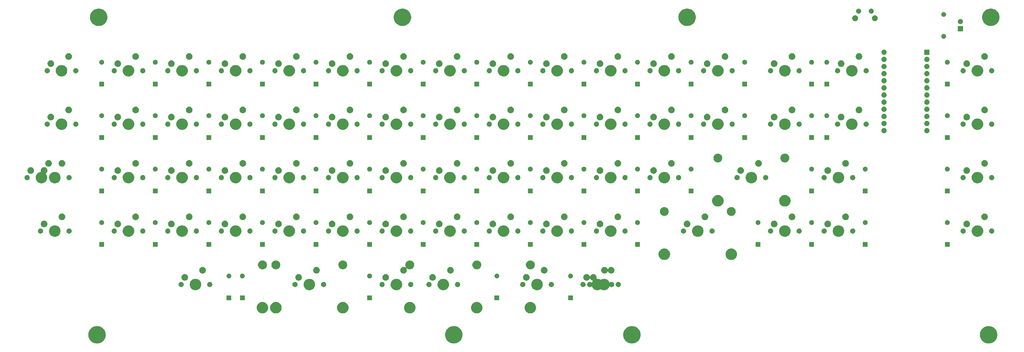
<source format=gbr>
G04 #@! TF.GenerationSoftware,KiCad,Pcbnew,(5.0.1)-3*
G04 #@! TF.CreationDate,2019-03-15T23:25:09+01:00*
G04 #@! TF.ProjectId,OC64,4F4336342E6B696361645F7063620000,rev?*
G04 #@! TF.SameCoordinates,Original*
G04 #@! TF.FileFunction,Soldermask,Top*
G04 #@! TF.FilePolarity,Negative*
%FSLAX46Y46*%
G04 Gerber Fmt 4.6, Leading zero omitted, Abs format (unit mm)*
G04 Created by KiCad (PCBNEW (5.0.1)-3) date 15/03/2019 23:25:09*
%MOMM*%
%LPD*%
G01*
G04 APERTURE LIST*
%ADD10C,0.100000*%
G04 APERTURE END LIST*
D10*
G36*
X184239415Y-175116524D02*
X184538968Y-175176109D01*
X184772727Y-175272935D01*
X185103313Y-175409868D01*
X185611215Y-175749237D01*
X186043142Y-176181164D01*
X186382511Y-176689066D01*
X186616270Y-177253412D01*
X186735440Y-177852516D01*
X186735440Y-178463362D01*
X186616270Y-179062466D01*
X186382511Y-179626812D01*
X186043142Y-180134714D01*
X185611215Y-180566641D01*
X185103313Y-180906010D01*
X184772727Y-181042943D01*
X184538968Y-181139769D01*
X184239415Y-181199354D01*
X183939863Y-181258939D01*
X183329017Y-181258939D01*
X183029465Y-181199354D01*
X182729912Y-181139769D01*
X182496153Y-181042943D01*
X182165567Y-180906010D01*
X181657665Y-180566641D01*
X181225738Y-180134714D01*
X180886369Y-179626812D01*
X180652610Y-179062466D01*
X180533440Y-178463362D01*
X180533440Y-177852516D01*
X180652610Y-177253412D01*
X180886369Y-176689066D01*
X181225738Y-176181164D01*
X181657665Y-175749237D01*
X182165567Y-175409868D01*
X182496153Y-175272935D01*
X182729912Y-175176109D01*
X183029465Y-175116524D01*
X183329017Y-175056939D01*
X183939863Y-175056939D01*
X184239415Y-175116524D01*
X184239415Y-175116524D01*
G37*
G36*
X247539415Y-175116524D02*
X247838968Y-175176109D01*
X248072727Y-175272935D01*
X248403313Y-175409868D01*
X248911215Y-175749237D01*
X249343142Y-176181164D01*
X249682511Y-176689066D01*
X249916270Y-177253412D01*
X250035440Y-177852516D01*
X250035440Y-178463362D01*
X249916270Y-179062466D01*
X249682511Y-179626812D01*
X249343142Y-180134714D01*
X248911215Y-180566641D01*
X248403313Y-180906010D01*
X248072727Y-181042943D01*
X247838968Y-181139769D01*
X247539415Y-181199354D01*
X247239863Y-181258939D01*
X246629017Y-181258939D01*
X246329465Y-181199354D01*
X246029912Y-181139769D01*
X245796153Y-181042943D01*
X245465567Y-180906010D01*
X244957665Y-180566641D01*
X244525738Y-180134714D01*
X244186369Y-179626812D01*
X243952610Y-179062466D01*
X243833440Y-178463362D01*
X243833440Y-177852516D01*
X243952610Y-177253412D01*
X244186369Y-176689066D01*
X244525738Y-176181164D01*
X244957665Y-175749237D01*
X245465567Y-175409868D01*
X245796153Y-175272935D01*
X246029912Y-175176109D01*
X246329465Y-175116524D01*
X246629017Y-175056939D01*
X247239863Y-175056939D01*
X247539415Y-175116524D01*
X247539415Y-175116524D01*
G37*
G36*
X374389415Y-175116524D02*
X374688968Y-175176109D01*
X374922727Y-175272935D01*
X375253313Y-175409868D01*
X375761215Y-175749237D01*
X376193142Y-176181164D01*
X376532511Y-176689066D01*
X376766270Y-177253412D01*
X376885440Y-177852516D01*
X376885440Y-178463362D01*
X376766270Y-179062466D01*
X376532511Y-179626812D01*
X376193142Y-180134714D01*
X375761215Y-180566641D01*
X375253313Y-180906010D01*
X374922727Y-181042943D01*
X374688968Y-181139769D01*
X374389415Y-181199354D01*
X374089863Y-181258939D01*
X373479017Y-181258939D01*
X373179465Y-181199354D01*
X372879912Y-181139769D01*
X372646153Y-181042943D01*
X372315567Y-180906010D01*
X371807665Y-180566641D01*
X371375738Y-180134714D01*
X371036369Y-179626812D01*
X370802610Y-179062466D01*
X370683440Y-178463362D01*
X370683440Y-177852516D01*
X370802610Y-177253412D01*
X371036369Y-176689066D01*
X371375738Y-176181164D01*
X371807665Y-175749237D01*
X372315567Y-175409868D01*
X372646153Y-175272935D01*
X372879912Y-175176109D01*
X373179465Y-175116524D01*
X373479017Y-175056939D01*
X374089863Y-175056939D01*
X374389415Y-175116524D01*
X374389415Y-175116524D01*
G37*
G36*
X57389415Y-175116524D02*
X57688968Y-175176109D01*
X57922727Y-175272935D01*
X58253313Y-175409868D01*
X58761215Y-175749237D01*
X59193142Y-176181164D01*
X59532511Y-176689066D01*
X59766270Y-177253412D01*
X59885440Y-177852516D01*
X59885440Y-178463362D01*
X59766270Y-179062466D01*
X59532511Y-179626812D01*
X59193142Y-180134714D01*
X58761215Y-180566641D01*
X58253313Y-180906010D01*
X57922727Y-181042943D01*
X57688968Y-181139769D01*
X57389415Y-181199354D01*
X57089863Y-181258939D01*
X56479017Y-181258939D01*
X56179465Y-181199354D01*
X55879912Y-181139769D01*
X55646153Y-181042943D01*
X55315567Y-180906010D01*
X54807665Y-180566641D01*
X54375738Y-180134714D01*
X54036369Y-179626812D01*
X53802610Y-179062466D01*
X53683440Y-178463362D01*
X53683440Y-177852516D01*
X53802610Y-177253412D01*
X54036369Y-176689066D01*
X54375738Y-176181164D01*
X54807665Y-175749237D01*
X55315567Y-175409868D01*
X55646153Y-175272935D01*
X55879912Y-175176109D01*
X56179465Y-175116524D01*
X56479017Y-175056939D01*
X57089863Y-175056939D01*
X57389415Y-175116524D01*
X57389415Y-175116524D01*
G37*
G36*
X192380998Y-166521631D02*
X192381000Y-166521632D01*
X192381001Y-166521632D01*
X192753149Y-166675780D01*
X193088074Y-166899570D01*
X193372903Y-167184399D01*
X193596693Y-167519324D01*
X193750740Y-167891228D01*
X193750842Y-167891475D01*
X193829426Y-168286541D01*
X193829426Y-168689353D01*
X193750891Y-169084175D01*
X193750841Y-169084422D01*
X193596693Y-169456570D01*
X193372903Y-169791495D01*
X193088074Y-170076324D01*
X192753149Y-170300114D01*
X192381001Y-170454262D01*
X192381000Y-170454262D01*
X192380998Y-170454263D01*
X191985932Y-170532847D01*
X191583120Y-170532847D01*
X191188054Y-170454263D01*
X191188052Y-170454262D01*
X191188051Y-170454262D01*
X190815903Y-170300114D01*
X190480978Y-170076324D01*
X190196149Y-169791495D01*
X189972359Y-169456570D01*
X189818211Y-169084422D01*
X189818162Y-169084175D01*
X189739626Y-168689353D01*
X189739626Y-168286541D01*
X189818210Y-167891475D01*
X189818312Y-167891228D01*
X189972359Y-167519324D01*
X190196149Y-167184399D01*
X190480978Y-166899570D01*
X190815903Y-166675780D01*
X191188051Y-166521632D01*
X191188052Y-166521632D01*
X191188054Y-166521631D01*
X191583120Y-166443047D01*
X191985932Y-166443047D01*
X192380998Y-166521631D01*
X192380998Y-166521631D01*
G37*
G36*
X116180984Y-166521631D02*
X116180986Y-166521632D01*
X116180987Y-166521632D01*
X116553135Y-166675780D01*
X116888060Y-166899570D01*
X117172889Y-167184399D01*
X117396679Y-167519324D01*
X117550726Y-167891228D01*
X117550828Y-167891475D01*
X117629412Y-168286541D01*
X117629412Y-168689353D01*
X117550877Y-169084175D01*
X117550827Y-169084422D01*
X117396679Y-169456570D01*
X117172889Y-169791495D01*
X116888060Y-170076324D01*
X116553135Y-170300114D01*
X116180987Y-170454262D01*
X116180986Y-170454262D01*
X116180984Y-170454263D01*
X115785918Y-170532847D01*
X115383106Y-170532847D01*
X114988040Y-170454263D01*
X114988038Y-170454262D01*
X114988037Y-170454262D01*
X114615889Y-170300114D01*
X114280964Y-170076324D01*
X113996135Y-169791495D01*
X113772345Y-169456570D01*
X113618197Y-169084422D01*
X113618148Y-169084175D01*
X113539612Y-168689353D01*
X113539612Y-168286541D01*
X113618196Y-167891475D01*
X113618298Y-167891228D01*
X113772345Y-167519324D01*
X113996135Y-167184399D01*
X114280964Y-166899570D01*
X114615889Y-166675780D01*
X114988037Y-166521632D01*
X114988038Y-166521632D01*
X114988040Y-166521631D01*
X115383106Y-166443047D01*
X115785918Y-166443047D01*
X116180984Y-166521631D01*
X116180984Y-166521631D01*
G37*
G36*
X168568498Y-166521631D02*
X168568500Y-166521632D01*
X168568501Y-166521632D01*
X168940649Y-166675780D01*
X169275574Y-166899570D01*
X169560403Y-167184399D01*
X169784193Y-167519324D01*
X169938240Y-167891228D01*
X169938342Y-167891475D01*
X170016926Y-168286541D01*
X170016926Y-168689353D01*
X169938391Y-169084175D01*
X169938341Y-169084422D01*
X169784193Y-169456570D01*
X169560403Y-169791495D01*
X169275574Y-170076324D01*
X168940649Y-170300114D01*
X168568501Y-170454262D01*
X168568500Y-170454262D01*
X168568498Y-170454263D01*
X168173432Y-170532847D01*
X167770620Y-170532847D01*
X167375554Y-170454263D01*
X167375552Y-170454262D01*
X167375551Y-170454262D01*
X167003403Y-170300114D01*
X166668478Y-170076324D01*
X166383649Y-169791495D01*
X166159859Y-169456570D01*
X166005711Y-169084422D01*
X166005662Y-169084175D01*
X165927126Y-168689353D01*
X165927126Y-168286541D01*
X166005710Y-167891475D01*
X166005812Y-167891228D01*
X166159859Y-167519324D01*
X166383649Y-167184399D01*
X166668478Y-166899570D01*
X167003403Y-166675780D01*
X167375551Y-166521632D01*
X167375552Y-166521632D01*
X167375554Y-166521631D01*
X167770620Y-166443047D01*
X168173432Y-166443047D01*
X168568498Y-166521631D01*
X168568498Y-166521631D01*
G37*
G36*
X211430984Y-166521631D02*
X211430986Y-166521632D01*
X211430987Y-166521632D01*
X211803135Y-166675780D01*
X212138060Y-166899570D01*
X212422889Y-167184399D01*
X212646679Y-167519324D01*
X212800726Y-167891228D01*
X212800828Y-167891475D01*
X212879412Y-168286541D01*
X212879412Y-168689353D01*
X212800877Y-169084175D01*
X212800827Y-169084422D01*
X212646679Y-169456570D01*
X212422889Y-169791495D01*
X212138060Y-170076324D01*
X211803135Y-170300114D01*
X211430987Y-170454262D01*
X211430986Y-170454262D01*
X211430984Y-170454263D01*
X211035918Y-170532847D01*
X210633106Y-170532847D01*
X210238040Y-170454263D01*
X210238038Y-170454262D01*
X210238037Y-170454262D01*
X209865889Y-170300114D01*
X209530964Y-170076324D01*
X209246135Y-169791495D01*
X209022345Y-169456570D01*
X208868197Y-169084422D01*
X208868148Y-169084175D01*
X208789612Y-168689353D01*
X208789612Y-168286541D01*
X208868196Y-167891475D01*
X208868298Y-167891228D01*
X209022345Y-167519324D01*
X209246135Y-167184399D01*
X209530964Y-166899570D01*
X209865889Y-166675780D01*
X210238037Y-166521632D01*
X210238038Y-166521632D01*
X210238040Y-166521631D01*
X210633106Y-166443047D01*
X211035918Y-166443047D01*
X211430984Y-166521631D01*
X211430984Y-166521631D01*
G37*
G36*
X120943462Y-166521387D02*
X120943464Y-166521388D01*
X120943465Y-166521388D01*
X121315613Y-166675536D01*
X121650538Y-166899326D01*
X121935367Y-167184155D01*
X122159157Y-167519080D01*
X122313305Y-167891228D01*
X122313306Y-167891231D01*
X122391890Y-168286297D01*
X122391890Y-168689109D01*
X122391842Y-168689352D01*
X122313305Y-169084178D01*
X122159157Y-169456326D01*
X121935367Y-169791251D01*
X121650538Y-170076080D01*
X121315613Y-170299870D01*
X120943465Y-170454018D01*
X120943464Y-170454018D01*
X120943462Y-170454019D01*
X120548396Y-170532603D01*
X120145584Y-170532603D01*
X119750518Y-170454019D01*
X119750516Y-170454018D01*
X119750515Y-170454018D01*
X119378367Y-170299870D01*
X119043442Y-170076080D01*
X118758613Y-169791251D01*
X118534823Y-169456326D01*
X118380675Y-169084178D01*
X118302139Y-168689352D01*
X118302090Y-168689109D01*
X118302090Y-168286297D01*
X118380674Y-167891231D01*
X118380675Y-167891228D01*
X118534823Y-167519080D01*
X118758613Y-167184155D01*
X119043442Y-166899326D01*
X119378367Y-166675536D01*
X119750515Y-166521388D01*
X119750516Y-166521388D01*
X119750518Y-166521387D01*
X120145584Y-166442803D01*
X120548396Y-166442803D01*
X120943462Y-166521387D01*
X120943462Y-166521387D01*
G37*
G36*
X144755962Y-166521387D02*
X144755964Y-166521388D01*
X144755965Y-166521388D01*
X145128113Y-166675536D01*
X145463038Y-166899326D01*
X145747867Y-167184155D01*
X145971657Y-167519080D01*
X146125805Y-167891228D01*
X146125806Y-167891231D01*
X146204390Y-168286297D01*
X146204390Y-168689109D01*
X146204342Y-168689352D01*
X146125805Y-169084178D01*
X145971657Y-169456326D01*
X145747867Y-169791251D01*
X145463038Y-170076080D01*
X145128113Y-170299870D01*
X144755965Y-170454018D01*
X144755964Y-170454018D01*
X144755962Y-170454019D01*
X144360896Y-170532603D01*
X143958084Y-170532603D01*
X143563018Y-170454019D01*
X143563016Y-170454018D01*
X143563015Y-170454018D01*
X143190867Y-170299870D01*
X142855942Y-170076080D01*
X142571113Y-169791251D01*
X142347323Y-169456326D01*
X142193175Y-169084178D01*
X142114639Y-168689352D01*
X142114590Y-168689109D01*
X142114590Y-168286297D01*
X142193174Y-167891231D01*
X142193175Y-167891228D01*
X142347323Y-167519080D01*
X142571113Y-167184155D01*
X142855942Y-166899326D01*
X143190867Y-166675536D01*
X143563015Y-166521388D01*
X143563016Y-166521388D01*
X143563018Y-166521387D01*
X143958084Y-166442803D01*
X144360896Y-166442803D01*
X144755962Y-166521387D01*
X144755962Y-166521387D01*
G37*
G36*
X225973064Y-165846451D02*
X224271064Y-165846451D01*
X224271064Y-164144451D01*
X225973064Y-164144451D01*
X225973064Y-165846451D01*
X225973064Y-165846451D01*
G37*
G36*
X199779240Y-165846203D02*
X198077240Y-165846203D01*
X198077240Y-164144203D01*
X199779240Y-164144203D01*
X199779240Y-165846203D01*
X199779240Y-165846203D01*
G37*
G36*
X154535490Y-165846203D02*
X152833490Y-165846203D01*
X152833490Y-164144203D01*
X154535490Y-164144203D01*
X154535490Y-165846203D01*
X154535490Y-165846203D01*
G37*
G36*
X109291740Y-165846203D02*
X107589740Y-165846203D01*
X107589740Y-164144203D01*
X109291740Y-164144203D01*
X109291740Y-165846203D01*
X109291740Y-165846203D01*
G37*
G36*
X104529240Y-165846203D02*
X102827240Y-165846203D01*
X102827240Y-164144203D01*
X104529240Y-164144203D01*
X104529240Y-165846203D01*
X104529240Y-165846203D01*
G37*
G36*
X163805984Y-158266631D02*
X163805986Y-158266632D01*
X163805987Y-158266632D01*
X164178135Y-158420780D01*
X164513060Y-158644570D01*
X164797889Y-158929399D01*
X165021679Y-159264324D01*
X165137924Y-159544966D01*
X165175828Y-159636475D01*
X165254412Y-160031541D01*
X165254412Y-160434353D01*
X165175877Y-160829175D01*
X165175827Y-160829422D01*
X165021679Y-161201570D01*
X164797889Y-161536495D01*
X164513060Y-161821324D01*
X164178135Y-162045114D01*
X163805987Y-162199262D01*
X163805986Y-162199262D01*
X163805984Y-162199263D01*
X163410918Y-162277847D01*
X163008106Y-162277847D01*
X162613040Y-162199263D01*
X162613038Y-162199262D01*
X162613037Y-162199262D01*
X162240889Y-162045114D01*
X161905964Y-161821324D01*
X161621135Y-161536495D01*
X161397345Y-161201570D01*
X161243197Y-160829422D01*
X161243148Y-160829175D01*
X161164612Y-160434353D01*
X161164612Y-160031541D01*
X161243196Y-159636475D01*
X161281100Y-159544966D01*
X161397345Y-159264324D01*
X161621135Y-158929399D01*
X161905964Y-158644570D01*
X162240889Y-158420780D01*
X162613037Y-158266632D01*
X162613038Y-158266632D01*
X162613040Y-158266631D01*
X163008106Y-158188047D01*
X163410918Y-158188047D01*
X163805984Y-158266631D01*
X163805984Y-158266631D01*
G37*
G36*
X180474748Y-158266631D02*
X180474750Y-158266632D01*
X180474751Y-158266632D01*
X180846899Y-158420780D01*
X181181824Y-158644570D01*
X181466653Y-158929399D01*
X181690443Y-159264324D01*
X181806688Y-159544966D01*
X181844592Y-159636475D01*
X181923176Y-160031541D01*
X181923176Y-160434353D01*
X181844641Y-160829175D01*
X181844591Y-160829422D01*
X181690443Y-161201570D01*
X181466653Y-161536495D01*
X181181824Y-161821324D01*
X180846899Y-162045114D01*
X180474751Y-162199262D01*
X180474750Y-162199262D01*
X180474748Y-162199263D01*
X180079682Y-162277847D01*
X179676870Y-162277847D01*
X179281804Y-162199263D01*
X179281802Y-162199262D01*
X179281801Y-162199262D01*
X178909653Y-162045114D01*
X178574728Y-161821324D01*
X178289899Y-161536495D01*
X178066109Y-161201570D01*
X177911961Y-160829422D01*
X177911912Y-160829175D01*
X177833376Y-160434353D01*
X177833376Y-160031541D01*
X177911960Y-159636475D01*
X177949864Y-159544966D01*
X178066109Y-159264324D01*
X178289899Y-158929399D01*
X178574728Y-158644570D01*
X178909653Y-158420780D01*
X179281801Y-158266632D01*
X179281802Y-158266632D01*
X179281804Y-158266631D01*
X179676870Y-158188047D01*
X180079682Y-158188047D01*
X180474748Y-158266631D01*
X180474748Y-158266631D01*
G37*
G36*
X231066498Y-156539543D02*
X231180099Y-156562140D01*
X231394117Y-156650789D01*
X231585430Y-156778621D01*
X231586731Y-156779490D01*
X231750529Y-156943288D01*
X231750531Y-156943291D01*
X231879230Y-157135902D01*
X231879230Y-157135903D01*
X231912213Y-157215531D01*
X231923764Y-157237142D01*
X231939310Y-157256084D01*
X231958252Y-157271630D01*
X231979862Y-157283181D01*
X232003312Y-157290294D01*
X232027698Y-157292696D01*
X232052084Y-157290294D01*
X232075533Y-157283181D01*
X232097144Y-157271630D01*
X232116086Y-157256084D01*
X232131632Y-157237142D01*
X232143183Y-157215531D01*
X232176166Y-157135903D01*
X232176166Y-157135902D01*
X232304865Y-156943291D01*
X232304867Y-156943288D01*
X232468665Y-156779490D01*
X232469966Y-156778621D01*
X232661279Y-156650789D01*
X232875297Y-156562140D01*
X232988898Y-156539543D01*
X233102497Y-156516947D01*
X233334151Y-156516947D01*
X233447750Y-156539543D01*
X233561351Y-156562140D01*
X233775369Y-156650789D01*
X233966682Y-156778621D01*
X233967983Y-156779490D01*
X234131781Y-156943288D01*
X234131783Y-156943291D01*
X234260482Y-157135902D01*
X234324433Y-157290294D01*
X234349131Y-157349921D01*
X234394276Y-157576877D01*
X234394324Y-157577121D01*
X234394324Y-157808773D01*
X234349131Y-158035974D01*
X234349130Y-158035977D01*
X234348596Y-158038660D01*
X234346194Y-158063047D01*
X234348596Y-158087433D01*
X234355709Y-158110882D01*
X234367260Y-158132493D01*
X234382805Y-158151435D01*
X234401747Y-158166981D01*
X234423358Y-158178532D01*
X234446807Y-158185645D01*
X234471194Y-158188047D01*
X234848478Y-158188047D01*
X235243544Y-158266631D01*
X235243546Y-158266632D01*
X235243547Y-158266632D01*
X235615695Y-158420780D01*
X235768256Y-158522718D01*
X235789862Y-158534267D01*
X235813312Y-158541380D01*
X235837698Y-158543782D01*
X235862084Y-158541380D01*
X235885533Y-158534267D01*
X235907140Y-158522718D01*
X236059701Y-158420780D01*
X236431849Y-158266632D01*
X236431850Y-158266632D01*
X236431852Y-158266631D01*
X236826918Y-158188047D01*
X237229730Y-158188047D01*
X237624796Y-158266631D01*
X237624798Y-158266632D01*
X237624799Y-158266632D01*
X237996947Y-158420780D01*
X238331872Y-158644570D01*
X238616701Y-158929399D01*
X238840491Y-159264324D01*
X238872886Y-159342533D01*
X238928715Y-159477316D01*
X238940266Y-159498927D01*
X238955812Y-159517869D01*
X238974754Y-159533415D01*
X238996365Y-159544966D01*
X239019814Y-159552079D01*
X239044200Y-159554481D01*
X239068586Y-159552079D01*
X239092035Y-159544966D01*
X239113646Y-159533415D01*
X239132582Y-159517874D01*
X239136781Y-159513675D01*
X239288446Y-159412336D01*
X239456968Y-159342532D01*
X239635869Y-159306947D01*
X239818275Y-159306947D01*
X239997176Y-159342532D01*
X240165698Y-159412336D01*
X240317363Y-159513675D01*
X240446344Y-159642656D01*
X240547683Y-159794321D01*
X240617487Y-159962843D01*
X240653072Y-160141744D01*
X240653072Y-160324150D01*
X240617487Y-160503051D01*
X240547683Y-160671573D01*
X240446344Y-160823238D01*
X240317363Y-160952219D01*
X240165698Y-161053558D01*
X239997176Y-161123362D01*
X239818275Y-161158947D01*
X239635869Y-161158947D01*
X239456968Y-161123362D01*
X239288446Y-161053558D01*
X239136781Y-160952219D01*
X239132582Y-160948020D01*
X239113646Y-160932479D01*
X239092035Y-160920928D01*
X239068586Y-160913815D01*
X239044200Y-160911413D01*
X239019814Y-160913815D01*
X238996365Y-160920928D01*
X238974754Y-160932479D01*
X238955812Y-160948025D01*
X238940266Y-160966967D01*
X238928715Y-160988578D01*
X238840491Y-161201570D01*
X238616701Y-161536495D01*
X238331872Y-161821324D01*
X237996947Y-162045114D01*
X237624799Y-162199262D01*
X237624798Y-162199262D01*
X237624796Y-162199263D01*
X237229730Y-162277847D01*
X236826918Y-162277847D01*
X236431852Y-162199263D01*
X236431850Y-162199262D01*
X236431849Y-162199262D01*
X236059701Y-162045114D01*
X235907140Y-161943176D01*
X235885534Y-161931627D01*
X235862084Y-161924514D01*
X235837698Y-161922112D01*
X235813312Y-161924514D01*
X235789863Y-161931627D01*
X235768256Y-161943176D01*
X235615695Y-162045114D01*
X235243547Y-162199262D01*
X235243546Y-162199262D01*
X235243544Y-162199263D01*
X234848478Y-162277847D01*
X234445666Y-162277847D01*
X234050600Y-162199263D01*
X234050598Y-162199262D01*
X234050597Y-162199262D01*
X233678449Y-162045114D01*
X233343524Y-161821324D01*
X233058695Y-161536495D01*
X232834905Y-161201570D01*
X232746681Y-160988578D01*
X232735130Y-160966967D01*
X232719584Y-160948025D01*
X232700642Y-160932479D01*
X232679031Y-160920928D01*
X232655582Y-160913815D01*
X232631196Y-160911413D01*
X232606810Y-160913815D01*
X232583361Y-160920928D01*
X232561750Y-160932479D01*
X232542814Y-160948020D01*
X232538615Y-160952219D01*
X232386950Y-161053558D01*
X232218428Y-161123362D01*
X232039527Y-161158947D01*
X231857121Y-161158947D01*
X231678220Y-161123362D01*
X231509698Y-161053558D01*
X231358033Y-160952219D01*
X231229052Y-160823238D01*
X231127713Y-160671573D01*
X231057909Y-160503051D01*
X231022324Y-160324150D01*
X231022324Y-160141744D01*
X231057909Y-159962843D01*
X231127713Y-159794321D01*
X231229052Y-159642656D01*
X231358033Y-159513675D01*
X231509698Y-159412336D01*
X231678220Y-159342532D01*
X231857121Y-159306947D01*
X232039527Y-159306947D01*
X232218428Y-159342532D01*
X232386950Y-159412336D01*
X232538615Y-159513675D01*
X232542814Y-159517874D01*
X232561750Y-159533415D01*
X232583361Y-159544966D01*
X232606810Y-159552079D01*
X232631196Y-159554481D01*
X232655582Y-159552079D01*
X232679031Y-159544966D01*
X232700642Y-159533415D01*
X232719584Y-159517869D01*
X232735130Y-159498927D01*
X232746681Y-159477316D01*
X232802510Y-159342533D01*
X232834905Y-159264324D01*
X232995559Y-159023889D01*
X233007106Y-159002286D01*
X233014219Y-158978837D01*
X233016621Y-158954450D01*
X233014219Y-158930064D01*
X233007106Y-158906615D01*
X232995555Y-158885004D01*
X232980010Y-158866062D01*
X232961067Y-158850516D01*
X232939457Y-158838965D01*
X232916008Y-158831852D01*
X232875297Y-158823754D01*
X232874708Y-158823510D01*
X232661279Y-158735105D01*
X232468668Y-158606406D01*
X232468665Y-158606404D01*
X232304867Y-158442606D01*
X232187284Y-158266631D01*
X232176166Y-158249992D01*
X232143181Y-158170360D01*
X232131632Y-158148752D01*
X232116086Y-158129810D01*
X232097144Y-158114264D01*
X232075534Y-158102713D01*
X232052084Y-158095600D01*
X232027698Y-158093198D01*
X232003312Y-158095600D01*
X231979863Y-158102713D01*
X231958252Y-158114264D01*
X231939310Y-158129810D01*
X231923764Y-158148752D01*
X231912215Y-158170360D01*
X231879230Y-158249992D01*
X231868112Y-158266631D01*
X231750529Y-158442606D01*
X231586731Y-158606404D01*
X231586728Y-158606406D01*
X231394117Y-158735105D01*
X231180099Y-158823754D01*
X231103628Y-158838965D01*
X230952899Y-158868947D01*
X230721245Y-158868947D01*
X230570516Y-158838965D01*
X230494045Y-158823754D01*
X230280027Y-158735105D01*
X230087416Y-158606406D01*
X230087413Y-158606404D01*
X229923615Y-158442606D01*
X229806032Y-158266631D01*
X229794914Y-158249992D01*
X229706265Y-158035974D01*
X229670559Y-157856466D01*
X229661072Y-157808774D01*
X229661072Y-157577120D01*
X229706265Y-157349921D01*
X229730963Y-157290294D01*
X229794914Y-157135902D01*
X229923613Y-156943291D01*
X229923615Y-156943288D01*
X230087413Y-156779490D01*
X230088714Y-156778621D01*
X230280027Y-156650789D01*
X230494045Y-156562140D01*
X230607646Y-156539543D01*
X230721245Y-156516947D01*
X230952899Y-156516947D01*
X231066498Y-156539543D01*
X231066498Y-156539543D01*
G37*
G36*
X213812276Y-158266631D02*
X213812278Y-158266632D01*
X213812279Y-158266632D01*
X214184427Y-158420780D01*
X214519352Y-158644570D01*
X214804181Y-158929399D01*
X215027971Y-159264324D01*
X215144216Y-159544966D01*
X215182120Y-159636475D01*
X215260704Y-160031541D01*
X215260704Y-160434353D01*
X215182169Y-160829175D01*
X215182119Y-160829422D01*
X215027971Y-161201570D01*
X214804181Y-161536495D01*
X214519352Y-161821324D01*
X214184427Y-162045114D01*
X213812279Y-162199262D01*
X213812278Y-162199262D01*
X213812276Y-162199263D01*
X213417210Y-162277847D01*
X213014398Y-162277847D01*
X212619332Y-162199263D01*
X212619330Y-162199262D01*
X212619329Y-162199262D01*
X212247181Y-162045114D01*
X211912256Y-161821324D01*
X211627427Y-161536495D01*
X211403637Y-161201570D01*
X211249489Y-160829422D01*
X211249440Y-160829175D01*
X211170904Y-160434353D01*
X211170904Y-160031541D01*
X211249488Y-159636475D01*
X211287392Y-159544966D01*
X211403637Y-159264324D01*
X211627427Y-158929399D01*
X211912256Y-158644570D01*
X212247181Y-158420780D01*
X212619329Y-158266632D01*
X212619330Y-158266632D01*
X212619332Y-158266631D01*
X213014398Y-158188047D01*
X213417210Y-158188047D01*
X213812276Y-158266631D01*
X213812276Y-158266631D01*
G37*
G36*
X92368462Y-158266387D02*
X92368464Y-158266388D01*
X92368465Y-158266388D01*
X92740613Y-158420536D01*
X93075538Y-158644326D01*
X93360367Y-158929155D01*
X93584157Y-159264080D01*
X93704444Y-159554481D01*
X93738306Y-159636231D01*
X93816890Y-160031297D01*
X93816890Y-160434109D01*
X93739487Y-160823240D01*
X93738305Y-160829178D01*
X93584157Y-161201326D01*
X93360367Y-161536251D01*
X93075538Y-161821080D01*
X92740613Y-162044870D01*
X92368465Y-162199018D01*
X92368464Y-162199018D01*
X92368462Y-162199019D01*
X91973396Y-162277603D01*
X91570584Y-162277603D01*
X91175518Y-162199019D01*
X91175516Y-162199018D01*
X91175515Y-162199018D01*
X90803367Y-162044870D01*
X90468442Y-161821080D01*
X90183613Y-161536251D01*
X89959823Y-161201326D01*
X89805675Y-160829178D01*
X89804494Y-160823240D01*
X89727090Y-160434109D01*
X89727090Y-160031297D01*
X89805674Y-159636231D01*
X89839536Y-159554481D01*
X89959823Y-159264080D01*
X90183613Y-158929155D01*
X90468442Y-158644326D01*
X90803367Y-158420536D01*
X91175515Y-158266388D01*
X91175516Y-158266388D01*
X91175518Y-158266387D01*
X91570584Y-158187803D01*
X91973396Y-158187803D01*
X92368462Y-158266387D01*
X92368462Y-158266387D01*
G37*
G36*
X132849712Y-158266387D02*
X132849714Y-158266388D01*
X132849715Y-158266388D01*
X133221863Y-158420536D01*
X133556788Y-158644326D01*
X133841617Y-158929155D01*
X134065407Y-159264080D01*
X134185694Y-159554481D01*
X134219556Y-159636231D01*
X134298140Y-160031297D01*
X134298140Y-160434109D01*
X134220737Y-160823240D01*
X134219555Y-160829178D01*
X134065407Y-161201326D01*
X133841617Y-161536251D01*
X133556788Y-161821080D01*
X133221863Y-162044870D01*
X132849715Y-162199018D01*
X132849714Y-162199018D01*
X132849712Y-162199019D01*
X132454646Y-162277603D01*
X132051834Y-162277603D01*
X131656768Y-162199019D01*
X131656766Y-162199018D01*
X131656765Y-162199018D01*
X131284617Y-162044870D01*
X130949692Y-161821080D01*
X130664863Y-161536251D01*
X130441073Y-161201326D01*
X130286925Y-160829178D01*
X130285744Y-160823240D01*
X130208340Y-160434109D01*
X130208340Y-160031297D01*
X130286924Y-159636231D01*
X130320786Y-159554481D01*
X130441073Y-159264080D01*
X130664863Y-158929155D01*
X130949692Y-158644326D01*
X131284617Y-158420536D01*
X131656765Y-158266388D01*
X131656766Y-158266388D01*
X131656768Y-158266387D01*
X132051834Y-158187803D01*
X132454646Y-158187803D01*
X132849712Y-158266387D01*
X132849712Y-158266387D01*
G37*
G36*
X175068380Y-159342532D02*
X175236902Y-159412336D01*
X175388567Y-159513675D01*
X175517548Y-159642656D01*
X175618887Y-159794321D01*
X175688691Y-159962843D01*
X175724276Y-160141744D01*
X175724276Y-160324150D01*
X175688691Y-160503051D01*
X175618887Y-160671573D01*
X175517548Y-160823238D01*
X175388567Y-160952219D01*
X175236902Y-161053558D01*
X175068380Y-161123362D01*
X174889479Y-161158947D01*
X174707073Y-161158947D01*
X174528172Y-161123362D01*
X174359650Y-161053558D01*
X174207985Y-160952219D01*
X174079004Y-160823238D01*
X173977665Y-160671573D01*
X173907861Y-160503051D01*
X173872276Y-160324150D01*
X173872276Y-160141744D01*
X173907861Y-159962843D01*
X173977665Y-159794321D01*
X174079004Y-159642656D01*
X174207985Y-159513675D01*
X174359650Y-159412336D01*
X174528172Y-159342532D01*
X174707073Y-159306947D01*
X174889479Y-159306947D01*
X175068380Y-159342532D01*
X175068380Y-159342532D01*
G37*
G36*
X168559616Y-159342532D02*
X168728138Y-159412336D01*
X168879803Y-159513675D01*
X169008784Y-159642656D01*
X169110123Y-159794321D01*
X169179927Y-159962843D01*
X169215512Y-160141744D01*
X169215512Y-160324150D01*
X169179927Y-160503051D01*
X169110123Y-160671573D01*
X169008784Y-160823238D01*
X168879803Y-160952219D01*
X168728138Y-161053558D01*
X168559616Y-161123362D01*
X168380715Y-161158947D01*
X168198309Y-161158947D01*
X168019408Y-161123362D01*
X167850886Y-161053558D01*
X167699221Y-160952219D01*
X167570240Y-160823238D01*
X167468901Y-160671573D01*
X167399097Y-160503051D01*
X167363512Y-160324150D01*
X167363512Y-160141744D01*
X167399097Y-159962843D01*
X167468901Y-159794321D01*
X167570240Y-159642656D01*
X167699221Y-159513675D01*
X167850886Y-159412336D01*
X168019408Y-159342532D01*
X168198309Y-159306947D01*
X168380715Y-159306947D01*
X168559616Y-159342532D01*
X168559616Y-159342532D01*
G37*
G36*
X158399616Y-159342532D02*
X158568138Y-159412336D01*
X158719803Y-159513675D01*
X158848784Y-159642656D01*
X158950123Y-159794321D01*
X159019927Y-159962843D01*
X159055512Y-160141744D01*
X159055512Y-160324150D01*
X159019927Y-160503051D01*
X158950123Y-160671573D01*
X158848784Y-160823238D01*
X158719803Y-160952219D01*
X158568138Y-161053558D01*
X158399616Y-161123362D01*
X158220715Y-161158947D01*
X158038309Y-161158947D01*
X157859408Y-161123362D01*
X157690886Y-161053558D01*
X157539221Y-160952219D01*
X157410240Y-160823238D01*
X157308901Y-160671573D01*
X157239097Y-160503051D01*
X157203512Y-160324150D01*
X157203512Y-160141744D01*
X157239097Y-159962843D01*
X157308901Y-159794321D01*
X157410240Y-159642656D01*
X157539221Y-159513675D01*
X157690886Y-159412336D01*
X157859408Y-159342532D01*
X158038309Y-159306947D01*
X158220715Y-159306947D01*
X158399616Y-159342532D01*
X158399616Y-159342532D01*
G37*
G36*
X185228380Y-159342532D02*
X185396902Y-159412336D01*
X185548567Y-159513675D01*
X185677548Y-159642656D01*
X185778887Y-159794321D01*
X185848691Y-159962843D01*
X185884276Y-160141744D01*
X185884276Y-160324150D01*
X185848691Y-160503051D01*
X185778887Y-160671573D01*
X185677548Y-160823238D01*
X185548567Y-160952219D01*
X185396902Y-161053558D01*
X185228380Y-161123362D01*
X185049479Y-161158947D01*
X184867073Y-161158947D01*
X184688172Y-161123362D01*
X184519650Y-161053558D01*
X184367985Y-160952219D01*
X184239004Y-160823238D01*
X184137665Y-160671573D01*
X184067861Y-160503051D01*
X184032276Y-160324150D01*
X184032276Y-160141744D01*
X184067861Y-159962843D01*
X184137665Y-159794321D01*
X184239004Y-159642656D01*
X184367985Y-159513675D01*
X184519650Y-159412336D01*
X184688172Y-159342532D01*
X184867073Y-159306947D01*
X185049479Y-159306947D01*
X185228380Y-159342532D01*
X185228380Y-159342532D01*
G37*
G36*
X229837176Y-159342532D02*
X230005698Y-159412336D01*
X230157363Y-159513675D01*
X230286344Y-159642656D01*
X230387683Y-159794321D01*
X230457487Y-159962843D01*
X230493072Y-160141744D01*
X230493072Y-160324150D01*
X230457487Y-160503051D01*
X230387683Y-160671573D01*
X230286344Y-160823238D01*
X230157363Y-160952219D01*
X230005698Y-161053558D01*
X229837176Y-161123362D01*
X229658275Y-161158947D01*
X229475869Y-161158947D01*
X229296968Y-161123362D01*
X229128446Y-161053558D01*
X228976781Y-160952219D01*
X228847800Y-160823238D01*
X228746461Y-160671573D01*
X228676657Y-160503051D01*
X228641072Y-160324150D01*
X228641072Y-160141744D01*
X228676657Y-159962843D01*
X228746461Y-159794321D01*
X228847800Y-159642656D01*
X228976781Y-159513675D01*
X229128446Y-159412336D01*
X229296968Y-159342532D01*
X229475869Y-159306947D01*
X229658275Y-159306947D01*
X229837176Y-159342532D01*
X229837176Y-159342532D01*
G37*
G36*
X208405908Y-159342532D02*
X208574430Y-159412336D01*
X208726095Y-159513675D01*
X208855076Y-159642656D01*
X208956415Y-159794321D01*
X209026219Y-159962843D01*
X209061804Y-160141744D01*
X209061804Y-160324150D01*
X209026219Y-160503051D01*
X208956415Y-160671573D01*
X208855076Y-160823238D01*
X208726095Y-160952219D01*
X208574430Y-161053558D01*
X208405908Y-161123362D01*
X208227007Y-161158947D01*
X208044601Y-161158947D01*
X207865700Y-161123362D01*
X207697178Y-161053558D01*
X207545513Y-160952219D01*
X207416532Y-160823238D01*
X207315193Y-160671573D01*
X207245389Y-160503051D01*
X207209804Y-160324150D01*
X207209804Y-160141744D01*
X207245389Y-159962843D01*
X207315193Y-159794321D01*
X207416532Y-159642656D01*
X207545513Y-159513675D01*
X207697178Y-159412336D01*
X207865700Y-159342532D01*
X208044601Y-159306947D01*
X208227007Y-159306947D01*
X208405908Y-159342532D01*
X208405908Y-159342532D01*
G37*
G36*
X218565908Y-159342532D02*
X218734430Y-159412336D01*
X218886095Y-159513675D01*
X219015076Y-159642656D01*
X219116415Y-159794321D01*
X219186219Y-159962843D01*
X219221804Y-160141744D01*
X219221804Y-160324150D01*
X219186219Y-160503051D01*
X219116415Y-160671573D01*
X219015076Y-160823238D01*
X218886095Y-160952219D01*
X218734430Y-161053558D01*
X218565908Y-161123362D01*
X218387007Y-161158947D01*
X218204601Y-161158947D01*
X218025700Y-161123362D01*
X217857178Y-161053558D01*
X217705513Y-160952219D01*
X217576532Y-160823238D01*
X217475193Y-160671573D01*
X217405389Y-160503051D01*
X217369804Y-160324150D01*
X217369804Y-160141744D01*
X217405389Y-159962843D01*
X217475193Y-159794321D01*
X217576532Y-159642656D01*
X217705513Y-159513675D01*
X217857178Y-159412336D01*
X218025700Y-159342532D01*
X218204601Y-159306947D01*
X218387007Y-159306947D01*
X218565908Y-159342532D01*
X218565908Y-159342532D01*
G37*
G36*
X242378428Y-159342532D02*
X242546950Y-159412336D01*
X242698615Y-159513675D01*
X242827596Y-159642656D01*
X242928935Y-159794321D01*
X242998739Y-159962843D01*
X243034324Y-160141744D01*
X243034324Y-160324150D01*
X242998739Y-160503051D01*
X242928935Y-160671573D01*
X242827596Y-160823238D01*
X242698615Y-160952219D01*
X242546950Y-161053558D01*
X242378428Y-161123362D01*
X242199527Y-161158947D01*
X242017121Y-161158947D01*
X241838220Y-161123362D01*
X241669698Y-161053558D01*
X241518033Y-160952219D01*
X241389052Y-160823238D01*
X241287713Y-160671573D01*
X241217909Y-160503051D01*
X241182324Y-160324150D01*
X241182324Y-160141744D01*
X241217909Y-159962843D01*
X241287713Y-159794321D01*
X241389052Y-159642656D01*
X241518033Y-159513675D01*
X241669698Y-159412336D01*
X241838220Y-159342532D01*
X242017121Y-159306947D01*
X242199527Y-159306947D01*
X242378428Y-159342532D01*
X242378428Y-159342532D01*
G37*
G36*
X137603344Y-159342288D02*
X137771866Y-159412092D01*
X137923531Y-159513431D01*
X138052512Y-159642412D01*
X138153851Y-159794077D01*
X138223655Y-159962599D01*
X138259240Y-160141500D01*
X138259240Y-160323906D01*
X138223655Y-160502807D01*
X138153851Y-160671329D01*
X138052512Y-160822994D01*
X137923531Y-160951975D01*
X137771866Y-161053314D01*
X137603344Y-161123118D01*
X137424443Y-161158703D01*
X137242037Y-161158703D01*
X137063136Y-161123118D01*
X136894614Y-161053314D01*
X136742949Y-160951975D01*
X136613968Y-160822994D01*
X136512629Y-160671329D01*
X136442825Y-160502807D01*
X136407240Y-160323906D01*
X136407240Y-160141500D01*
X136442825Y-159962599D01*
X136512629Y-159794077D01*
X136613968Y-159642412D01*
X136742949Y-159513431D01*
X136894614Y-159412092D01*
X137063136Y-159342288D01*
X137242037Y-159306703D01*
X137424443Y-159306703D01*
X137603344Y-159342288D01*
X137603344Y-159342288D01*
G37*
G36*
X127443344Y-159342288D02*
X127611866Y-159412092D01*
X127763531Y-159513431D01*
X127892512Y-159642412D01*
X127993851Y-159794077D01*
X128063655Y-159962599D01*
X128099240Y-160141500D01*
X128099240Y-160323906D01*
X128063655Y-160502807D01*
X127993851Y-160671329D01*
X127892512Y-160822994D01*
X127763531Y-160951975D01*
X127611866Y-161053314D01*
X127443344Y-161123118D01*
X127264443Y-161158703D01*
X127082037Y-161158703D01*
X126903136Y-161123118D01*
X126734614Y-161053314D01*
X126582949Y-160951975D01*
X126453968Y-160822994D01*
X126352629Y-160671329D01*
X126282825Y-160502807D01*
X126247240Y-160323906D01*
X126247240Y-160141500D01*
X126282825Y-159962599D01*
X126352629Y-159794077D01*
X126453968Y-159642412D01*
X126582949Y-159513431D01*
X126734614Y-159412092D01*
X126903136Y-159342288D01*
X127082037Y-159306703D01*
X127264443Y-159306703D01*
X127443344Y-159342288D01*
X127443344Y-159342288D01*
G37*
G36*
X97122094Y-159342288D02*
X97290616Y-159412092D01*
X97442281Y-159513431D01*
X97571262Y-159642412D01*
X97672601Y-159794077D01*
X97742405Y-159962599D01*
X97777990Y-160141500D01*
X97777990Y-160323906D01*
X97742405Y-160502807D01*
X97672601Y-160671329D01*
X97571262Y-160822994D01*
X97442281Y-160951975D01*
X97290616Y-161053314D01*
X97122094Y-161123118D01*
X96943193Y-161158703D01*
X96760787Y-161158703D01*
X96581886Y-161123118D01*
X96413364Y-161053314D01*
X96261699Y-160951975D01*
X96132718Y-160822994D01*
X96031379Y-160671329D01*
X95961575Y-160502807D01*
X95925990Y-160323906D01*
X95925990Y-160141500D01*
X95961575Y-159962599D01*
X96031379Y-159794077D01*
X96132718Y-159642412D01*
X96261699Y-159513431D01*
X96413364Y-159412092D01*
X96581886Y-159342288D01*
X96760787Y-159306703D01*
X96943193Y-159306703D01*
X97122094Y-159342288D01*
X97122094Y-159342288D01*
G37*
G36*
X86962094Y-159342288D02*
X87130616Y-159412092D01*
X87282281Y-159513431D01*
X87411262Y-159642412D01*
X87512601Y-159794077D01*
X87582405Y-159962599D01*
X87617990Y-160141500D01*
X87617990Y-160323906D01*
X87582405Y-160502807D01*
X87512601Y-160671329D01*
X87411262Y-160822994D01*
X87282281Y-160951975D01*
X87130616Y-161053314D01*
X86962094Y-161123118D01*
X86783193Y-161158703D01*
X86600787Y-161158703D01*
X86421886Y-161123118D01*
X86253364Y-161053314D01*
X86101699Y-160951975D01*
X85972718Y-160822994D01*
X85871379Y-160671329D01*
X85801575Y-160502807D01*
X85765990Y-160323906D01*
X85765990Y-160141500D01*
X85801575Y-159962599D01*
X85871379Y-159794077D01*
X85972718Y-159642412D01*
X86101699Y-159513431D01*
X86253364Y-159412092D01*
X86421886Y-159342288D01*
X86600787Y-159306703D01*
X86783193Y-159306703D01*
X86962094Y-159342288D01*
X86962094Y-159342288D01*
G37*
G36*
X159628938Y-156539543D02*
X159742539Y-156562140D01*
X159956557Y-156650789D01*
X160147870Y-156778621D01*
X160149171Y-156779490D01*
X160312969Y-156943288D01*
X160312971Y-156943291D01*
X160441670Y-157135902D01*
X160505621Y-157290294D01*
X160530319Y-157349921D01*
X160575512Y-157577120D01*
X160575512Y-157808774D01*
X160566025Y-157856466D01*
X160530319Y-158035974D01*
X160441670Y-158249992D01*
X160430552Y-158266631D01*
X160312969Y-158442606D01*
X160149171Y-158606404D01*
X160149168Y-158606406D01*
X159956557Y-158735105D01*
X159742539Y-158823754D01*
X159666068Y-158838965D01*
X159515339Y-158868947D01*
X159283685Y-158868947D01*
X159132956Y-158838965D01*
X159056485Y-158823754D01*
X158842467Y-158735105D01*
X158649856Y-158606406D01*
X158649853Y-158606404D01*
X158486055Y-158442606D01*
X158368472Y-158266631D01*
X158357354Y-158249992D01*
X158268705Y-158035974D01*
X158232999Y-157856466D01*
X158223512Y-157808774D01*
X158223512Y-157577120D01*
X158268705Y-157349921D01*
X158293403Y-157290294D01*
X158357354Y-157135902D01*
X158486053Y-156943291D01*
X158486055Y-156943288D01*
X158649853Y-156779490D01*
X158651154Y-156778621D01*
X158842467Y-156650789D01*
X159056485Y-156562140D01*
X159170086Y-156539543D01*
X159283685Y-156516947D01*
X159515339Y-156516947D01*
X159628938Y-156539543D01*
X159628938Y-156539543D01*
G37*
G36*
X176297702Y-156539543D02*
X176411303Y-156562140D01*
X176625321Y-156650789D01*
X176816634Y-156778621D01*
X176817935Y-156779490D01*
X176981733Y-156943288D01*
X176981735Y-156943291D01*
X177110434Y-157135902D01*
X177174385Y-157290294D01*
X177199083Y-157349921D01*
X177244276Y-157577120D01*
X177244276Y-157808774D01*
X177234789Y-157856466D01*
X177199083Y-158035974D01*
X177110434Y-158249992D01*
X177099316Y-158266631D01*
X176981733Y-158442606D01*
X176817935Y-158606404D01*
X176817932Y-158606406D01*
X176625321Y-158735105D01*
X176411303Y-158823754D01*
X176334832Y-158838965D01*
X176184103Y-158868947D01*
X175952449Y-158868947D01*
X175801720Y-158838965D01*
X175725249Y-158823754D01*
X175511231Y-158735105D01*
X175318620Y-158606406D01*
X175318617Y-158606404D01*
X175154819Y-158442606D01*
X175037236Y-158266631D01*
X175026118Y-158249992D01*
X174937469Y-158035974D01*
X174901763Y-157856466D01*
X174892276Y-157808774D01*
X174892276Y-157577120D01*
X174937469Y-157349921D01*
X174962167Y-157290294D01*
X175026118Y-157135902D01*
X175154817Y-156943291D01*
X175154819Y-156943288D01*
X175318617Y-156779490D01*
X175319918Y-156778621D01*
X175511231Y-156650789D01*
X175725249Y-156562140D01*
X175838850Y-156539543D01*
X175952449Y-156516947D01*
X176184103Y-156516947D01*
X176297702Y-156539543D01*
X176297702Y-156539543D01*
G37*
G36*
X209635230Y-156539543D02*
X209748831Y-156562140D01*
X209962849Y-156650789D01*
X210154162Y-156778621D01*
X210155463Y-156779490D01*
X210319261Y-156943288D01*
X210319263Y-156943291D01*
X210447962Y-157135902D01*
X210511913Y-157290294D01*
X210536611Y-157349921D01*
X210581804Y-157577120D01*
X210581804Y-157808774D01*
X210572317Y-157856466D01*
X210536611Y-158035974D01*
X210447962Y-158249992D01*
X210436844Y-158266631D01*
X210319261Y-158442606D01*
X210155463Y-158606404D01*
X210155460Y-158606406D01*
X209962849Y-158735105D01*
X209748831Y-158823754D01*
X209672360Y-158838965D01*
X209521631Y-158868947D01*
X209289977Y-158868947D01*
X209139248Y-158838965D01*
X209062777Y-158823754D01*
X208848759Y-158735105D01*
X208656148Y-158606406D01*
X208656145Y-158606404D01*
X208492347Y-158442606D01*
X208374764Y-158266631D01*
X208363646Y-158249992D01*
X208274997Y-158035974D01*
X208239291Y-157856466D01*
X208229804Y-157808774D01*
X208229804Y-157577120D01*
X208274997Y-157349921D01*
X208299695Y-157290294D01*
X208363646Y-157135902D01*
X208492345Y-156943291D01*
X208492347Y-156943288D01*
X208656145Y-156779490D01*
X208657446Y-156778621D01*
X208848759Y-156650789D01*
X209062777Y-156562140D01*
X209176378Y-156539543D01*
X209289977Y-156516947D01*
X209521631Y-156516947D01*
X209635230Y-156539543D01*
X209635230Y-156539543D01*
G37*
G36*
X88165719Y-156534188D02*
X88305017Y-156561896D01*
X88519035Y-156650545D01*
X88710348Y-156778377D01*
X88711649Y-156779246D01*
X88875447Y-156943044D01*
X88875449Y-156943047D01*
X89004148Y-157135658D01*
X89092797Y-157349676D01*
X89092846Y-157349921D01*
X89137990Y-157576876D01*
X89137990Y-157808530D01*
X89137941Y-157808774D01*
X89092797Y-158035730D01*
X89004148Y-158249748D01*
X88992866Y-158266632D01*
X88875447Y-158442362D01*
X88711649Y-158606160D01*
X88711646Y-158606162D01*
X88519035Y-158734861D01*
X88305017Y-158823510D01*
X88227319Y-158838965D01*
X88077817Y-158868703D01*
X87846163Y-158868703D01*
X87696661Y-158838965D01*
X87618963Y-158823510D01*
X87404945Y-158734861D01*
X87212334Y-158606162D01*
X87212331Y-158606160D01*
X87048533Y-158442362D01*
X86931114Y-158266632D01*
X86919832Y-158249748D01*
X86831183Y-158035730D01*
X86786039Y-157808774D01*
X86785990Y-157808530D01*
X86785990Y-157576876D01*
X86831134Y-157349921D01*
X86831183Y-157349676D01*
X86919832Y-157135658D01*
X87048531Y-156943047D01*
X87048533Y-156943044D01*
X87212331Y-156779246D01*
X87213632Y-156778377D01*
X87404945Y-156650545D01*
X87618963Y-156561896D01*
X87758261Y-156534188D01*
X87846163Y-156516703D01*
X88077817Y-156516703D01*
X88165719Y-156534188D01*
X88165719Y-156534188D01*
G37*
G36*
X128646969Y-156534188D02*
X128786267Y-156561896D01*
X129000285Y-156650545D01*
X129191598Y-156778377D01*
X129192899Y-156779246D01*
X129356697Y-156943044D01*
X129356699Y-156943047D01*
X129485398Y-157135658D01*
X129574047Y-157349676D01*
X129574096Y-157349921D01*
X129619240Y-157576876D01*
X129619240Y-157808530D01*
X129619191Y-157808774D01*
X129574047Y-158035730D01*
X129485398Y-158249748D01*
X129474116Y-158266632D01*
X129356697Y-158442362D01*
X129192899Y-158606160D01*
X129192896Y-158606162D01*
X129000285Y-158734861D01*
X128786267Y-158823510D01*
X128708569Y-158838965D01*
X128559067Y-158868703D01*
X128327413Y-158868703D01*
X128177911Y-158838965D01*
X128100213Y-158823510D01*
X127886195Y-158734861D01*
X127693584Y-158606162D01*
X127693581Y-158606160D01*
X127529783Y-158442362D01*
X127412364Y-158266632D01*
X127401082Y-158249748D01*
X127312433Y-158035730D01*
X127267289Y-157808774D01*
X127267240Y-157808530D01*
X127267240Y-157576876D01*
X127312384Y-157349921D01*
X127312433Y-157349676D01*
X127401082Y-157135658D01*
X127529781Y-156943047D01*
X127529783Y-156943044D01*
X127693581Y-156779246D01*
X127694882Y-156778377D01*
X127886195Y-156650545D01*
X128100213Y-156561896D01*
X128239511Y-156534188D01*
X128327413Y-156516703D01*
X128559067Y-156516703D01*
X128646969Y-156534188D01*
X128646969Y-156534188D01*
G37*
G36*
X225370292Y-156377154D02*
X225525164Y-156441304D01*
X225664545Y-156534436D01*
X225783079Y-156652970D01*
X225876211Y-156792351D01*
X225940361Y-156947223D01*
X225973064Y-157111635D01*
X225973064Y-157279267D01*
X225940361Y-157443679D01*
X225876211Y-157598551D01*
X225783079Y-157737932D01*
X225664545Y-157856466D01*
X225525164Y-157949598D01*
X225370292Y-158013748D01*
X225205880Y-158046451D01*
X225038248Y-158046451D01*
X224873836Y-158013748D01*
X224718964Y-157949598D01*
X224579583Y-157856466D01*
X224461049Y-157737932D01*
X224367917Y-157598551D01*
X224303767Y-157443679D01*
X224271064Y-157279267D01*
X224271064Y-157111635D01*
X224303767Y-156947223D01*
X224367917Y-156792351D01*
X224461049Y-156652970D01*
X224579583Y-156534436D01*
X224718964Y-156441304D01*
X224873836Y-156377154D01*
X225038248Y-156344451D01*
X225205880Y-156344451D01*
X225370292Y-156377154D01*
X225370292Y-156377154D01*
G37*
G36*
X108688968Y-156376906D02*
X108843840Y-156441056D01*
X108983221Y-156534188D01*
X109101755Y-156652722D01*
X109194887Y-156792103D01*
X109259037Y-156946975D01*
X109291740Y-157111387D01*
X109291740Y-157279019D01*
X109259037Y-157443431D01*
X109194887Y-157598303D01*
X109101755Y-157737684D01*
X108983221Y-157856218D01*
X108843840Y-157949350D01*
X108688968Y-158013500D01*
X108524556Y-158046203D01*
X108356924Y-158046203D01*
X108192512Y-158013500D01*
X108037640Y-157949350D01*
X107898259Y-157856218D01*
X107779725Y-157737684D01*
X107686593Y-157598303D01*
X107622443Y-157443431D01*
X107589740Y-157279019D01*
X107589740Y-157111387D01*
X107622443Y-156946975D01*
X107686593Y-156792103D01*
X107779725Y-156652722D01*
X107898259Y-156534188D01*
X108037640Y-156441056D01*
X108192512Y-156376906D01*
X108356924Y-156344203D01*
X108524556Y-156344203D01*
X108688968Y-156376906D01*
X108688968Y-156376906D01*
G37*
G36*
X153932718Y-156376906D02*
X154087590Y-156441056D01*
X154226971Y-156534188D01*
X154345505Y-156652722D01*
X154438637Y-156792103D01*
X154502787Y-156946975D01*
X154535490Y-157111387D01*
X154535490Y-157279019D01*
X154502787Y-157443431D01*
X154438637Y-157598303D01*
X154345505Y-157737684D01*
X154226971Y-157856218D01*
X154087590Y-157949350D01*
X153932718Y-158013500D01*
X153768306Y-158046203D01*
X153600674Y-158046203D01*
X153436262Y-158013500D01*
X153281390Y-157949350D01*
X153142009Y-157856218D01*
X153023475Y-157737684D01*
X152930343Y-157598303D01*
X152866193Y-157443431D01*
X152833490Y-157279019D01*
X152833490Y-157111387D01*
X152866193Y-156946975D01*
X152930343Y-156792103D01*
X153023475Y-156652722D01*
X153142009Y-156534188D01*
X153281390Y-156441056D01*
X153436262Y-156376906D01*
X153600674Y-156344203D01*
X153768306Y-156344203D01*
X153932718Y-156376906D01*
X153932718Y-156376906D01*
G37*
G36*
X199176468Y-156376906D02*
X199331340Y-156441056D01*
X199470721Y-156534188D01*
X199589255Y-156652722D01*
X199682387Y-156792103D01*
X199746537Y-156946975D01*
X199779240Y-157111387D01*
X199779240Y-157279019D01*
X199746537Y-157443431D01*
X199682387Y-157598303D01*
X199589255Y-157737684D01*
X199470721Y-157856218D01*
X199331340Y-157949350D01*
X199176468Y-158013500D01*
X199012056Y-158046203D01*
X198844424Y-158046203D01*
X198680012Y-158013500D01*
X198525140Y-157949350D01*
X198385759Y-157856218D01*
X198267225Y-157737684D01*
X198174093Y-157598303D01*
X198109943Y-157443431D01*
X198077240Y-157279019D01*
X198077240Y-157111387D01*
X198109943Y-156946975D01*
X198174093Y-156792103D01*
X198267225Y-156652722D01*
X198385759Y-156534188D01*
X198525140Y-156441056D01*
X198680012Y-156376906D01*
X198844424Y-156344203D01*
X199012056Y-156344203D01*
X199176468Y-156376906D01*
X199176468Y-156376906D01*
G37*
G36*
X103926468Y-156376906D02*
X104081340Y-156441056D01*
X104220721Y-156534188D01*
X104339255Y-156652722D01*
X104432387Y-156792103D01*
X104496537Y-156946975D01*
X104529240Y-157111387D01*
X104529240Y-157279019D01*
X104496537Y-157443431D01*
X104432387Y-157598303D01*
X104339255Y-157737684D01*
X104220721Y-157856218D01*
X104081340Y-157949350D01*
X103926468Y-158013500D01*
X103762056Y-158046203D01*
X103594424Y-158046203D01*
X103430012Y-158013500D01*
X103275140Y-157949350D01*
X103135759Y-157856218D01*
X103017225Y-157737684D01*
X102924093Y-157598303D01*
X102859943Y-157443431D01*
X102827240Y-157279019D01*
X102827240Y-157111387D01*
X102859943Y-156946975D01*
X102924093Y-156792103D01*
X103017225Y-156652722D01*
X103135759Y-156534188D01*
X103275140Y-156441056D01*
X103430012Y-156376906D01*
X103594424Y-156344203D01*
X103762056Y-156344203D01*
X103926468Y-156376906D01*
X103926468Y-156376906D01*
G37*
G36*
X168279293Y-151703210D02*
X168431437Y-151733473D01*
X168550163Y-151782651D01*
X168718067Y-151852199D01*
X168976033Y-152024566D01*
X169195407Y-152243940D01*
X169367774Y-152501906D01*
X169486500Y-152788537D01*
X169546978Y-153092579D01*
X169547026Y-153092823D01*
X169547026Y-153403071D01*
X169486549Y-153707114D01*
X169486500Y-153707357D01*
X169367774Y-153993988D01*
X169195407Y-154251954D01*
X168976033Y-154471328D01*
X168718067Y-154643695D01*
X168589034Y-154697142D01*
X168431437Y-154762421D01*
X168279293Y-154792684D01*
X168127151Y-154822947D01*
X167816901Y-154822947D01*
X167664759Y-154792684D01*
X167512615Y-154762421D01*
X167400748Y-154716084D01*
X167225984Y-154643695D01*
X166995460Y-154489664D01*
X166973849Y-154478113D01*
X166950400Y-154471000D01*
X166926014Y-154468598D01*
X166901627Y-154471000D01*
X166878178Y-154478113D01*
X166856568Y-154489664D01*
X166837625Y-154505210D01*
X166822080Y-154524152D01*
X166810529Y-154545763D01*
X166803416Y-154569212D01*
X166801014Y-154593598D01*
X166803416Y-154617985D01*
X166810526Y-154641426D01*
X166880319Y-154809920D01*
X166882910Y-154822947D01*
X166925464Y-155036877D01*
X166925512Y-155037121D01*
X166925512Y-155268773D01*
X166880319Y-155495974D01*
X166791670Y-155709992D01*
X166663838Y-155901305D01*
X166662969Y-155902606D01*
X166499171Y-156066404D01*
X166499168Y-156066406D01*
X166306557Y-156195105D01*
X166092539Y-156283754D01*
X165978939Y-156306350D01*
X165865339Y-156328947D01*
X165633685Y-156328947D01*
X165520085Y-156306350D01*
X165406485Y-156283754D01*
X165192467Y-156195105D01*
X164999856Y-156066406D01*
X164999853Y-156066404D01*
X164836055Y-155902606D01*
X164835186Y-155901305D01*
X164707354Y-155709992D01*
X164618705Y-155495974D01*
X164573512Y-155268773D01*
X164573512Y-155037121D01*
X164573561Y-155036877D01*
X164616162Y-154822703D01*
X164618705Y-154809920D01*
X164707354Y-154595902D01*
X164836053Y-154403291D01*
X164836055Y-154403288D01*
X164999853Y-154239490D01*
X165069430Y-154193000D01*
X165192467Y-154110789D01*
X165406485Y-154022140D01*
X165548015Y-153993988D01*
X165633685Y-153976947D01*
X165865339Y-153976947D01*
X165951009Y-153993988D01*
X166092539Y-154022140D01*
X166306557Y-154110789D01*
X166412310Y-154181451D01*
X166433916Y-154193000D01*
X166457365Y-154200113D01*
X166481752Y-154202515D01*
X166506138Y-154200113D01*
X166529587Y-154193000D01*
X166551198Y-154181449D01*
X166570140Y-154165904D01*
X166585686Y-154146961D01*
X166597237Y-154125351D01*
X166604350Y-154101902D01*
X166606752Y-154077515D01*
X166604350Y-154053129D01*
X166597237Y-154029680D01*
X166585687Y-154008070D01*
X166576278Y-153993988D01*
X166457552Y-153707357D01*
X166457504Y-153707114D01*
X166397026Y-153403071D01*
X166397026Y-153092823D01*
X166397075Y-153092579D01*
X166457552Y-152788537D01*
X166576278Y-152501906D01*
X166748645Y-152243940D01*
X166968019Y-152024566D01*
X167225985Y-151852199D01*
X167393889Y-151782651D01*
X167512615Y-151733473D01*
X167664759Y-151703210D01*
X167816901Y-151672947D01*
X168127151Y-151672947D01*
X168279293Y-151703210D01*
X168279293Y-151703210D01*
G37*
G36*
X182619773Y-153993988D02*
X182761303Y-154022140D01*
X182975321Y-154110789D01*
X183098358Y-154193000D01*
X183167935Y-154239490D01*
X183331733Y-154403288D01*
X183331735Y-154403291D01*
X183460434Y-154595902D01*
X183549083Y-154809920D01*
X183551626Y-154822703D01*
X183594228Y-155036877D01*
X183594276Y-155037121D01*
X183594276Y-155268773D01*
X183549083Y-155495974D01*
X183460434Y-155709992D01*
X183332602Y-155901305D01*
X183331733Y-155902606D01*
X183167935Y-156066404D01*
X183167932Y-156066406D01*
X182975321Y-156195105D01*
X182761303Y-156283754D01*
X182647703Y-156306350D01*
X182534103Y-156328947D01*
X182302449Y-156328947D01*
X182188849Y-156306350D01*
X182075249Y-156283754D01*
X181861231Y-156195105D01*
X181668620Y-156066406D01*
X181668617Y-156066404D01*
X181504819Y-155902606D01*
X181503950Y-155901305D01*
X181376118Y-155709992D01*
X181287469Y-155495974D01*
X181242276Y-155268773D01*
X181242276Y-155037121D01*
X181242325Y-155036877D01*
X181284926Y-154822703D01*
X181287469Y-154809920D01*
X181376118Y-154595902D01*
X181504817Y-154403291D01*
X181504819Y-154403288D01*
X181668617Y-154239490D01*
X181738194Y-154193000D01*
X181861231Y-154110789D01*
X182075249Y-154022140D01*
X182216779Y-153993988D01*
X182302449Y-153976947D01*
X182534103Y-153976947D01*
X182619773Y-153993988D01*
X182619773Y-153993988D01*
G37*
G36*
X215957301Y-153993988D02*
X216098831Y-154022140D01*
X216312849Y-154110789D01*
X216435886Y-154193000D01*
X216505463Y-154239490D01*
X216669261Y-154403288D01*
X216669263Y-154403291D01*
X216797962Y-154595902D01*
X216886611Y-154809920D01*
X216889154Y-154822703D01*
X216931756Y-155036877D01*
X216931804Y-155037121D01*
X216931804Y-155268773D01*
X216886611Y-155495974D01*
X216797962Y-155709992D01*
X216670130Y-155901305D01*
X216669261Y-155902606D01*
X216505463Y-156066404D01*
X216505460Y-156066406D01*
X216312849Y-156195105D01*
X216098831Y-156283754D01*
X215985231Y-156306350D01*
X215871631Y-156328947D01*
X215639977Y-156328947D01*
X215526377Y-156306350D01*
X215412777Y-156283754D01*
X215198759Y-156195105D01*
X215006148Y-156066406D01*
X215006145Y-156066404D01*
X214842347Y-155902606D01*
X214841478Y-155901305D01*
X214713646Y-155709992D01*
X214624997Y-155495974D01*
X214579804Y-155268773D01*
X214579804Y-155037121D01*
X214579853Y-155036877D01*
X214622454Y-154822703D01*
X214624997Y-154809920D01*
X214713646Y-154595902D01*
X214842345Y-154403291D01*
X214842347Y-154403288D01*
X215006145Y-154239490D01*
X215075722Y-154193000D01*
X215198759Y-154110789D01*
X215412777Y-154022140D01*
X215554307Y-153993988D01*
X215639977Y-153976947D01*
X215871631Y-153976947D01*
X215957301Y-153993988D01*
X215957301Y-153993988D01*
G37*
G36*
X237388569Y-153993988D02*
X237530099Y-154022140D01*
X237744117Y-154110789D01*
X237867154Y-154193000D01*
X237936731Y-154239490D01*
X238100529Y-154403288D01*
X238100531Y-154403291D01*
X238229230Y-154595902D01*
X238229230Y-154595903D01*
X238262213Y-154675531D01*
X238273764Y-154697142D01*
X238289310Y-154716084D01*
X238308252Y-154731630D01*
X238329862Y-154743181D01*
X238353312Y-154750294D01*
X238377698Y-154752696D01*
X238402084Y-154750294D01*
X238425533Y-154743181D01*
X238447144Y-154731630D01*
X238466086Y-154716084D01*
X238481632Y-154697142D01*
X238493183Y-154675531D01*
X238526166Y-154595903D01*
X238526166Y-154595902D01*
X238654865Y-154403291D01*
X238654867Y-154403288D01*
X238818665Y-154239490D01*
X238888242Y-154193000D01*
X239011279Y-154110789D01*
X239225297Y-154022140D01*
X239366827Y-153993988D01*
X239452497Y-153976947D01*
X239684151Y-153976947D01*
X239769821Y-153993988D01*
X239911351Y-154022140D01*
X240125369Y-154110789D01*
X240248406Y-154193000D01*
X240317983Y-154239490D01*
X240481781Y-154403288D01*
X240481783Y-154403291D01*
X240610482Y-154595902D01*
X240699131Y-154809920D01*
X240701674Y-154822703D01*
X240744276Y-155036877D01*
X240744324Y-155037121D01*
X240744324Y-155268773D01*
X240699131Y-155495974D01*
X240610482Y-155709992D01*
X240482650Y-155901305D01*
X240481781Y-155902606D01*
X240317983Y-156066404D01*
X240317980Y-156066406D01*
X240125369Y-156195105D01*
X239911351Y-156283754D01*
X239797751Y-156306350D01*
X239684151Y-156328947D01*
X239452497Y-156328947D01*
X239338897Y-156306350D01*
X239225297Y-156283754D01*
X239011279Y-156195105D01*
X238818668Y-156066406D01*
X238818665Y-156066404D01*
X238654867Y-155902606D01*
X238653998Y-155901305D01*
X238526166Y-155709992D01*
X238493181Y-155630360D01*
X238481632Y-155608752D01*
X238466086Y-155589810D01*
X238447144Y-155574264D01*
X238425534Y-155562713D01*
X238402084Y-155555600D01*
X238377698Y-155553198D01*
X238353312Y-155555600D01*
X238329863Y-155562713D01*
X238308252Y-155574264D01*
X238289310Y-155589810D01*
X238273764Y-155608752D01*
X238262215Y-155630360D01*
X238229230Y-155709992D01*
X238101398Y-155901305D01*
X238100529Y-155902606D01*
X237936731Y-156066404D01*
X237936728Y-156066406D01*
X237744117Y-156195105D01*
X237530099Y-156283754D01*
X237416499Y-156306350D01*
X237302899Y-156328947D01*
X237071245Y-156328947D01*
X236957645Y-156306350D01*
X236844045Y-156283754D01*
X236630027Y-156195105D01*
X236437416Y-156066406D01*
X236437413Y-156066404D01*
X236273615Y-155902606D01*
X236272746Y-155901305D01*
X236144914Y-155709992D01*
X236056265Y-155495974D01*
X236011072Y-155268773D01*
X236011072Y-155037121D01*
X236011121Y-155036877D01*
X236053722Y-154822703D01*
X236056265Y-154809920D01*
X236144914Y-154595902D01*
X236273613Y-154403291D01*
X236273615Y-154403288D01*
X236437413Y-154239490D01*
X236506990Y-154193000D01*
X236630027Y-154110789D01*
X236844045Y-154022140D01*
X236985575Y-153993988D01*
X237071245Y-153976947D01*
X237302899Y-153976947D01*
X237388569Y-153993988D01*
X237388569Y-153993988D01*
G37*
G36*
X134994737Y-153993744D02*
X135136267Y-154021896D01*
X135350285Y-154110545D01*
X135487927Y-154202515D01*
X135542899Y-154239246D01*
X135706697Y-154403044D01*
X135706699Y-154403047D01*
X135835398Y-154595658D01*
X135924047Y-154809676D01*
X135924096Y-154809921D01*
X135969240Y-155036876D01*
X135969240Y-155268530D01*
X135969191Y-155268774D01*
X135924047Y-155495730D01*
X135835398Y-155709748D01*
X135707566Y-155901061D01*
X135706697Y-155902362D01*
X135542899Y-156066160D01*
X135542896Y-156066162D01*
X135350285Y-156194861D01*
X135136267Y-156283510D01*
X135022666Y-156306107D01*
X134909067Y-156328703D01*
X134677413Y-156328703D01*
X134563814Y-156306107D01*
X134450213Y-156283510D01*
X134236195Y-156194861D01*
X134043584Y-156066162D01*
X134043581Y-156066160D01*
X133879783Y-155902362D01*
X133878914Y-155901061D01*
X133751082Y-155709748D01*
X133662433Y-155495730D01*
X133617289Y-155268774D01*
X133617240Y-155268530D01*
X133617240Y-155036876D01*
X133662384Y-154809921D01*
X133662433Y-154809676D01*
X133751082Y-154595658D01*
X133879781Y-154403047D01*
X133879783Y-154403044D01*
X134043581Y-154239246D01*
X134098553Y-154202515D01*
X134236195Y-154110545D01*
X134450213Y-154021896D01*
X134591743Y-153993744D01*
X134677413Y-153976703D01*
X134909067Y-153976703D01*
X134994737Y-153993744D01*
X134994737Y-153993744D01*
G37*
G36*
X94513487Y-153993744D02*
X94655017Y-154021896D01*
X94869035Y-154110545D01*
X95006677Y-154202515D01*
X95061649Y-154239246D01*
X95225447Y-154403044D01*
X95225449Y-154403047D01*
X95354148Y-154595658D01*
X95442797Y-154809676D01*
X95442846Y-154809921D01*
X95487990Y-155036876D01*
X95487990Y-155268530D01*
X95487941Y-155268774D01*
X95442797Y-155495730D01*
X95354148Y-155709748D01*
X95226316Y-155901061D01*
X95225447Y-155902362D01*
X95061649Y-156066160D01*
X95061646Y-156066162D01*
X94869035Y-156194861D01*
X94655017Y-156283510D01*
X94541416Y-156306107D01*
X94427817Y-156328703D01*
X94196163Y-156328703D01*
X94082564Y-156306107D01*
X93968963Y-156283510D01*
X93754945Y-156194861D01*
X93562334Y-156066162D01*
X93562331Y-156066160D01*
X93398533Y-155902362D01*
X93397664Y-155901061D01*
X93269832Y-155709748D01*
X93181183Y-155495730D01*
X93136039Y-155268774D01*
X93135990Y-155268530D01*
X93135990Y-155036876D01*
X93181134Y-154809921D01*
X93181183Y-154809676D01*
X93269832Y-154595658D01*
X93398531Y-154403047D01*
X93398533Y-154403044D01*
X93562331Y-154239246D01*
X93617303Y-154202515D01*
X93754945Y-154110545D01*
X93968963Y-154021896D01*
X94110493Y-153993744D01*
X94196163Y-153976703D01*
X94427817Y-153976703D01*
X94513487Y-153993744D01*
X94513487Y-153993744D01*
G37*
G36*
X115891779Y-151703210D02*
X116043923Y-151733473D01*
X116162649Y-151782651D01*
X116330553Y-151852199D01*
X116588519Y-152024566D01*
X116807893Y-152243940D01*
X116980260Y-152501906D01*
X117098986Y-152788537D01*
X117159464Y-153092579D01*
X117159512Y-153092823D01*
X117159512Y-153403071D01*
X117099035Y-153707114D01*
X117098986Y-153707357D01*
X116980260Y-153993988D01*
X116807893Y-154251954D01*
X116588519Y-154471328D01*
X116330553Y-154643695D01*
X116201520Y-154697142D01*
X116043923Y-154762421D01*
X115891779Y-154792684D01*
X115739637Y-154822947D01*
X115429387Y-154822947D01*
X115277245Y-154792684D01*
X115125101Y-154762421D01*
X114967504Y-154697142D01*
X114838471Y-154643695D01*
X114580505Y-154471328D01*
X114361131Y-154251954D01*
X114188764Y-153993988D01*
X114070038Y-153707357D01*
X114069990Y-153707114D01*
X114009512Y-153403071D01*
X114009512Y-153092823D01*
X114009561Y-153092579D01*
X114070038Y-152788537D01*
X114188764Y-152501906D01*
X114361131Y-152243940D01*
X114580505Y-152024566D01*
X114838471Y-151852199D01*
X115006375Y-151782651D01*
X115125101Y-151733473D01*
X115277245Y-151703210D01*
X115429387Y-151672947D01*
X115739637Y-151672947D01*
X115891779Y-151703210D01*
X115891779Y-151703210D01*
G37*
G36*
X192091793Y-151703210D02*
X192243937Y-151733473D01*
X192362663Y-151782651D01*
X192530567Y-151852199D01*
X192788533Y-152024566D01*
X193007907Y-152243940D01*
X193180274Y-152501906D01*
X193299000Y-152788537D01*
X193359478Y-153092579D01*
X193359526Y-153092823D01*
X193359526Y-153403071D01*
X193299049Y-153707114D01*
X193299000Y-153707357D01*
X193180274Y-153993988D01*
X193007907Y-154251954D01*
X192788533Y-154471328D01*
X192530567Y-154643695D01*
X192401534Y-154697142D01*
X192243937Y-154762421D01*
X192091793Y-154792684D01*
X191939651Y-154822947D01*
X191629401Y-154822947D01*
X191477259Y-154792684D01*
X191325115Y-154762421D01*
X191167518Y-154697142D01*
X191038485Y-154643695D01*
X190780519Y-154471328D01*
X190561145Y-154251954D01*
X190388778Y-153993988D01*
X190270052Y-153707357D01*
X190270004Y-153707114D01*
X190209526Y-153403071D01*
X190209526Y-153092823D01*
X190209575Y-153092579D01*
X190270052Y-152788537D01*
X190388778Y-152501906D01*
X190561145Y-152243940D01*
X190780519Y-152024566D01*
X191038485Y-151852199D01*
X191206389Y-151782651D01*
X191325115Y-151733473D01*
X191477259Y-151703210D01*
X191629401Y-151672947D01*
X191939651Y-151672947D01*
X192091793Y-151703210D01*
X192091793Y-151703210D01*
G37*
G36*
X211141779Y-151703210D02*
X211293923Y-151733473D01*
X211412649Y-151782651D01*
X211580553Y-151852199D01*
X211838519Y-152024566D01*
X212057893Y-152243940D01*
X212230260Y-152501906D01*
X212348986Y-152788537D01*
X212409464Y-153092579D01*
X212409512Y-153092823D01*
X212409512Y-153403071D01*
X212349035Y-153707114D01*
X212348986Y-153707357D01*
X212230260Y-153993988D01*
X212057893Y-154251954D01*
X211838519Y-154471328D01*
X211580553Y-154643695D01*
X211451520Y-154697142D01*
X211293923Y-154762421D01*
X211141779Y-154792684D01*
X210989637Y-154822947D01*
X210679387Y-154822947D01*
X210527245Y-154792684D01*
X210375101Y-154762421D01*
X210217504Y-154697142D01*
X210088471Y-154643695D01*
X209830505Y-154471328D01*
X209611131Y-154251954D01*
X209438764Y-153993988D01*
X209320038Y-153707357D01*
X209319990Y-153707114D01*
X209259512Y-153403071D01*
X209259512Y-153092823D01*
X209259561Y-153092579D01*
X209320038Y-152788537D01*
X209438764Y-152501906D01*
X209611131Y-152243940D01*
X209830505Y-152024566D01*
X210088471Y-151852199D01*
X210256375Y-151782651D01*
X210375101Y-151733473D01*
X210527245Y-151703210D01*
X210679387Y-151672947D01*
X210989637Y-151672947D01*
X211141779Y-151703210D01*
X211141779Y-151703210D01*
G37*
G36*
X120654257Y-151702966D02*
X120806401Y-151733229D01*
X120925127Y-151782407D01*
X121093031Y-151851955D01*
X121350997Y-152024322D01*
X121570371Y-152243696D01*
X121742738Y-152501662D01*
X121812286Y-152669566D01*
X121861464Y-152788292D01*
X121861513Y-152788537D01*
X121921990Y-153092578D01*
X121921990Y-153402828D01*
X121861464Y-153707113D01*
X121742738Y-153993744D01*
X121570371Y-154251710D01*
X121350997Y-154471084D01*
X121093031Y-154643451D01*
X120963409Y-154697142D01*
X120806401Y-154762177D01*
X120502115Y-154822703D01*
X120191865Y-154822703D01*
X119887579Y-154762177D01*
X119730571Y-154697142D01*
X119600949Y-154643451D01*
X119342983Y-154471084D01*
X119123609Y-154251710D01*
X118951242Y-153993744D01*
X118832516Y-153707113D01*
X118771990Y-153402828D01*
X118771990Y-153092578D01*
X118832467Y-152788537D01*
X118832516Y-152788292D01*
X118881694Y-152669566D01*
X118951242Y-152501662D01*
X119123609Y-152243696D01*
X119342983Y-152024322D01*
X119600949Y-151851955D01*
X119768853Y-151782407D01*
X119887579Y-151733229D01*
X120039723Y-151702966D01*
X120191865Y-151672703D01*
X120502115Y-151672703D01*
X120654257Y-151702966D01*
X120654257Y-151702966D01*
G37*
G36*
X144466757Y-151702966D02*
X144618901Y-151733229D01*
X144737627Y-151782407D01*
X144905531Y-151851955D01*
X145163497Y-152024322D01*
X145382871Y-152243696D01*
X145555238Y-152501662D01*
X145624786Y-152669566D01*
X145673964Y-152788292D01*
X145674013Y-152788537D01*
X145734490Y-153092578D01*
X145734490Y-153402828D01*
X145673964Y-153707113D01*
X145555238Y-153993744D01*
X145382871Y-154251710D01*
X145163497Y-154471084D01*
X144905531Y-154643451D01*
X144775909Y-154697142D01*
X144618901Y-154762177D01*
X144314615Y-154822703D01*
X144004365Y-154822703D01*
X143700079Y-154762177D01*
X143543071Y-154697142D01*
X143413449Y-154643451D01*
X143155483Y-154471084D01*
X142936109Y-154251710D01*
X142763742Y-153993744D01*
X142645016Y-153707113D01*
X142584490Y-153402828D01*
X142584490Y-153092578D01*
X142644967Y-152788537D01*
X142645016Y-152788292D01*
X142694194Y-152669566D01*
X142763742Y-152501662D01*
X142936109Y-152243696D01*
X143155483Y-152024322D01*
X143413449Y-151851955D01*
X143581353Y-151782407D01*
X143700079Y-151733229D01*
X143852223Y-151702966D01*
X144004365Y-151672703D01*
X144314615Y-151672703D01*
X144466757Y-151702966D01*
X144466757Y-151702966D01*
G37*
G36*
X282868462Y-147471387D02*
X282868464Y-147471388D01*
X282868465Y-147471388D01*
X283240613Y-147625536D01*
X283575538Y-147849326D01*
X283860367Y-148134155D01*
X284084157Y-148469080D01*
X284238305Y-148841228D01*
X284316890Y-149236298D01*
X284316890Y-149639108D01*
X284238305Y-150034178D01*
X284084157Y-150406326D01*
X283860367Y-150741251D01*
X283575538Y-151026080D01*
X283240613Y-151249870D01*
X282868465Y-151404018D01*
X282868464Y-151404018D01*
X282868462Y-151404019D01*
X282473396Y-151482603D01*
X282070584Y-151482603D01*
X281675518Y-151404019D01*
X281675516Y-151404018D01*
X281675515Y-151404018D01*
X281303367Y-151249870D01*
X280968442Y-151026080D01*
X280683613Y-150741251D01*
X280459823Y-150406326D01*
X280305675Y-150034178D01*
X280227090Y-149639108D01*
X280227090Y-149236298D01*
X280305675Y-148841228D01*
X280459823Y-148469080D01*
X280683613Y-148134155D01*
X280968442Y-147849326D01*
X281303367Y-147625536D01*
X281675515Y-147471388D01*
X281675516Y-147471388D01*
X281675518Y-147471387D01*
X282070584Y-147392803D01*
X282473396Y-147392803D01*
X282868462Y-147471387D01*
X282868462Y-147471387D01*
G37*
G36*
X259055962Y-147471387D02*
X259055964Y-147471388D01*
X259055965Y-147471388D01*
X259428113Y-147625536D01*
X259763038Y-147849326D01*
X260047867Y-148134155D01*
X260271657Y-148469080D01*
X260425805Y-148841228D01*
X260504390Y-149236298D01*
X260504390Y-149639108D01*
X260425805Y-150034178D01*
X260271657Y-150406326D01*
X260047867Y-150741251D01*
X259763038Y-151026080D01*
X259428113Y-151249870D01*
X259055965Y-151404018D01*
X259055964Y-151404018D01*
X259055962Y-151404019D01*
X258660896Y-151482603D01*
X258258084Y-151482603D01*
X257863018Y-151404019D01*
X257863016Y-151404018D01*
X257863015Y-151404018D01*
X257490867Y-151249870D01*
X257155942Y-151026080D01*
X256871113Y-150741251D01*
X256647323Y-150406326D01*
X256493175Y-150034178D01*
X256414590Y-149639108D01*
X256414590Y-149236298D01*
X256493175Y-148841228D01*
X256647323Y-148469080D01*
X256871113Y-148134155D01*
X257155942Y-147849326D01*
X257490867Y-147625536D01*
X257863015Y-147471388D01*
X257863016Y-147471388D01*
X257863018Y-147471387D01*
X258258084Y-147392803D01*
X258660896Y-147392803D01*
X259055962Y-147471387D01*
X259055962Y-147471387D01*
G37*
G36*
X359918489Y-146796435D02*
X358216489Y-146796435D01*
X358216489Y-145094435D01*
X359918489Y-145094435D01*
X359918489Y-146796435D01*
X359918489Y-146796435D01*
G37*
G36*
X78335490Y-146796203D02*
X76633490Y-146796203D01*
X76633490Y-145094203D01*
X78335490Y-145094203D01*
X78335490Y-146796203D01*
X78335490Y-146796203D01*
G37*
G36*
X154535490Y-146796203D02*
X152833490Y-146796203D01*
X152833490Y-145094203D01*
X154535490Y-145094203D01*
X154535490Y-146796203D01*
X154535490Y-146796203D01*
G37*
G36*
X249785490Y-146796203D02*
X248083490Y-146796203D01*
X248083490Y-145094203D01*
X249785490Y-145094203D01*
X249785490Y-146796203D01*
X249785490Y-146796203D01*
G37*
G36*
X230735490Y-146796203D02*
X229033490Y-146796203D01*
X229033490Y-145094203D01*
X230735490Y-145094203D01*
X230735490Y-146796203D01*
X230735490Y-146796203D01*
G37*
G36*
X211685490Y-146796203D02*
X209983490Y-146796203D01*
X209983490Y-145094203D01*
X211685490Y-145094203D01*
X211685490Y-146796203D01*
X211685490Y-146796203D01*
G37*
G36*
X292647990Y-146796203D02*
X290945990Y-146796203D01*
X290945990Y-145094203D01*
X292647990Y-145094203D01*
X292647990Y-146796203D01*
X292647990Y-146796203D01*
G37*
G36*
X192635490Y-146796203D02*
X190933490Y-146796203D01*
X190933490Y-145094203D01*
X192635490Y-145094203D01*
X192635490Y-146796203D01*
X192635490Y-146796203D01*
G37*
G36*
X173585490Y-146796203D02*
X171883490Y-146796203D01*
X171883490Y-145094203D01*
X173585490Y-145094203D01*
X173585490Y-146796203D01*
X173585490Y-146796203D01*
G37*
G36*
X311697990Y-146796203D02*
X309995990Y-146796203D01*
X309995990Y-145094203D01*
X311697990Y-145094203D01*
X311697990Y-146796203D01*
X311697990Y-146796203D01*
G37*
G36*
X330747990Y-146796203D02*
X329045990Y-146796203D01*
X329045990Y-145094203D01*
X330747990Y-145094203D01*
X330747990Y-146796203D01*
X330747990Y-146796203D01*
G37*
G36*
X135485490Y-146796203D02*
X133783490Y-146796203D01*
X133783490Y-145094203D01*
X135485490Y-145094203D01*
X135485490Y-146796203D01*
X135485490Y-146796203D01*
G37*
G36*
X116435490Y-146796203D02*
X114733490Y-146796203D01*
X114733490Y-145094203D01*
X116435490Y-145094203D01*
X116435490Y-146796203D01*
X116435490Y-146796203D01*
G37*
G36*
X97385490Y-146796203D02*
X95683490Y-146796203D01*
X95683490Y-145094203D01*
X97385490Y-145094203D01*
X97385490Y-146796203D01*
X97385490Y-146796203D01*
G37*
G36*
X59285490Y-146796203D02*
X57583490Y-146796203D01*
X57583490Y-145094203D01*
X59285490Y-145094203D01*
X59285490Y-146796203D01*
X59285490Y-146796203D01*
G37*
G36*
X370379595Y-139216615D02*
X370379597Y-139216616D01*
X370379598Y-139216616D01*
X370751746Y-139370764D01*
X371086671Y-139594554D01*
X371371500Y-139879383D01*
X371595290Y-140214308D01*
X371749345Y-140586231D01*
X371749439Y-140586459D01*
X371828023Y-140981525D01*
X371828023Y-141384337D01*
X371749484Y-141779178D01*
X371749438Y-141779406D01*
X371595290Y-142151554D01*
X371371500Y-142486479D01*
X371086671Y-142771308D01*
X370751746Y-142995098D01*
X370379598Y-143149246D01*
X370379597Y-143149246D01*
X370379595Y-143149247D01*
X369984529Y-143227831D01*
X369581717Y-143227831D01*
X369186651Y-143149247D01*
X369186649Y-143149246D01*
X369186648Y-143149246D01*
X368814500Y-142995098D01*
X368479575Y-142771308D01*
X368194746Y-142486479D01*
X367970956Y-142151554D01*
X367816808Y-141779406D01*
X367816763Y-141779178D01*
X367738223Y-141384337D01*
X367738223Y-140981525D01*
X367816807Y-140586459D01*
X367816901Y-140586231D01*
X367970956Y-140214308D01*
X368194746Y-139879383D01*
X368479575Y-139594554D01*
X368814500Y-139370764D01*
X369186648Y-139216616D01*
X369186649Y-139216616D01*
X369186651Y-139216615D01*
X369581717Y-139138031D01*
X369984529Y-139138031D01*
X370379595Y-139216615D01*
X370379595Y-139216615D01*
G37*
G36*
X220955962Y-139216387D02*
X220955964Y-139216388D01*
X220955965Y-139216388D01*
X221328113Y-139370536D01*
X221663038Y-139594326D01*
X221947867Y-139879155D01*
X222171657Y-140214080D01*
X222325805Y-140586228D01*
X222325806Y-140586231D01*
X222404390Y-140981297D01*
X222404390Y-141384109D01*
X222326990Y-141773224D01*
X222325805Y-141779178D01*
X222171657Y-142151326D01*
X221947867Y-142486251D01*
X221663038Y-142771080D01*
X221328113Y-142994870D01*
X220955965Y-143149018D01*
X220955964Y-143149018D01*
X220955962Y-143149019D01*
X220560896Y-143227603D01*
X220158084Y-143227603D01*
X219763018Y-143149019D01*
X219763016Y-143149018D01*
X219763015Y-143149018D01*
X219390867Y-142994870D01*
X219055942Y-142771080D01*
X218771113Y-142486251D01*
X218547323Y-142151326D01*
X218393175Y-141779178D01*
X218391991Y-141773224D01*
X218314590Y-141384109D01*
X218314590Y-140981297D01*
X218393174Y-140586231D01*
X218393175Y-140586228D01*
X218547323Y-140214080D01*
X218771113Y-139879155D01*
X219055942Y-139594326D01*
X219390867Y-139370536D01*
X219763015Y-139216388D01*
X219763016Y-139216388D01*
X219763018Y-139216387D01*
X220158084Y-139137803D01*
X220560896Y-139137803D01*
X220955962Y-139216387D01*
X220955962Y-139216387D01*
G37*
G36*
X42362212Y-139216387D02*
X42362214Y-139216388D01*
X42362215Y-139216388D01*
X42734363Y-139370536D01*
X43069288Y-139594326D01*
X43354117Y-139879155D01*
X43577907Y-140214080D01*
X43732055Y-140586228D01*
X43732056Y-140586231D01*
X43810640Y-140981297D01*
X43810640Y-141384109D01*
X43733240Y-141773224D01*
X43732055Y-141779178D01*
X43577907Y-142151326D01*
X43354117Y-142486251D01*
X43069288Y-142771080D01*
X42734363Y-142994870D01*
X42362215Y-143149018D01*
X42362214Y-143149018D01*
X42362212Y-143149019D01*
X41967146Y-143227603D01*
X41564334Y-143227603D01*
X41169268Y-143149019D01*
X41169266Y-143149018D01*
X41169265Y-143149018D01*
X40797117Y-142994870D01*
X40462192Y-142771080D01*
X40177363Y-142486251D01*
X39953573Y-142151326D01*
X39799425Y-141779178D01*
X39798241Y-141773224D01*
X39720840Y-141384109D01*
X39720840Y-140981297D01*
X39799424Y-140586231D01*
X39799425Y-140586228D01*
X39953573Y-140214080D01*
X40177363Y-139879155D01*
X40462192Y-139594326D01*
X40797117Y-139370536D01*
X41169265Y-139216388D01*
X41169266Y-139216388D01*
X41169268Y-139216387D01*
X41564334Y-139137803D01*
X41967146Y-139137803D01*
X42362212Y-139216387D01*
X42362212Y-139216387D01*
G37*
G36*
X270962212Y-139216387D02*
X270962214Y-139216388D01*
X270962215Y-139216388D01*
X271334363Y-139370536D01*
X271669288Y-139594326D01*
X271954117Y-139879155D01*
X272177907Y-140214080D01*
X272332055Y-140586228D01*
X272332056Y-140586231D01*
X272410640Y-140981297D01*
X272410640Y-141384109D01*
X272333240Y-141773224D01*
X272332055Y-141779178D01*
X272177907Y-142151326D01*
X271954117Y-142486251D01*
X271669288Y-142771080D01*
X271334363Y-142994870D01*
X270962215Y-143149018D01*
X270962214Y-143149018D01*
X270962212Y-143149019D01*
X270567146Y-143227603D01*
X270164334Y-143227603D01*
X269769268Y-143149019D01*
X269769266Y-143149018D01*
X269769265Y-143149018D01*
X269397117Y-142994870D01*
X269062192Y-142771080D01*
X268777363Y-142486251D01*
X268553573Y-142151326D01*
X268399425Y-141779178D01*
X268398241Y-141773224D01*
X268320840Y-141384109D01*
X268320840Y-140981297D01*
X268399424Y-140586231D01*
X268399425Y-140586228D01*
X268553573Y-140214080D01*
X268777363Y-139879155D01*
X269062192Y-139594326D01*
X269397117Y-139370536D01*
X269769265Y-139216388D01*
X269769266Y-139216388D01*
X269769268Y-139216387D01*
X270164334Y-139137803D01*
X270567146Y-139137803D01*
X270962212Y-139216387D01*
X270962212Y-139216387D01*
G37*
G36*
X125705962Y-139216387D02*
X125705964Y-139216388D01*
X125705965Y-139216388D01*
X126078113Y-139370536D01*
X126413038Y-139594326D01*
X126697867Y-139879155D01*
X126921657Y-140214080D01*
X127075805Y-140586228D01*
X127075806Y-140586231D01*
X127154390Y-140981297D01*
X127154390Y-141384109D01*
X127076990Y-141773224D01*
X127075805Y-141779178D01*
X126921657Y-142151326D01*
X126697867Y-142486251D01*
X126413038Y-142771080D01*
X126078113Y-142994870D01*
X125705965Y-143149018D01*
X125705964Y-143149018D01*
X125705962Y-143149019D01*
X125310896Y-143227603D01*
X124908084Y-143227603D01*
X124513018Y-143149019D01*
X124513016Y-143149018D01*
X124513015Y-143149018D01*
X124140867Y-142994870D01*
X123805942Y-142771080D01*
X123521113Y-142486251D01*
X123297323Y-142151326D01*
X123143175Y-141779178D01*
X123141991Y-141773224D01*
X123064590Y-141384109D01*
X123064590Y-140981297D01*
X123143174Y-140586231D01*
X123143175Y-140586228D01*
X123297323Y-140214080D01*
X123521113Y-139879155D01*
X123805942Y-139594326D01*
X124140867Y-139370536D01*
X124513015Y-139216388D01*
X124513016Y-139216388D01*
X124513018Y-139216387D01*
X124908084Y-139137803D01*
X125310896Y-139137803D01*
X125705962Y-139216387D01*
X125705962Y-139216387D01*
G37*
G36*
X106655962Y-139216387D02*
X106655964Y-139216388D01*
X106655965Y-139216388D01*
X107028113Y-139370536D01*
X107363038Y-139594326D01*
X107647867Y-139879155D01*
X107871657Y-140214080D01*
X108025805Y-140586228D01*
X108025806Y-140586231D01*
X108104390Y-140981297D01*
X108104390Y-141384109D01*
X108026990Y-141773224D01*
X108025805Y-141779178D01*
X107871657Y-142151326D01*
X107647867Y-142486251D01*
X107363038Y-142771080D01*
X107028113Y-142994870D01*
X106655965Y-143149018D01*
X106655964Y-143149018D01*
X106655962Y-143149019D01*
X106260896Y-143227603D01*
X105858084Y-143227603D01*
X105463018Y-143149019D01*
X105463016Y-143149018D01*
X105463015Y-143149018D01*
X105090867Y-142994870D01*
X104755942Y-142771080D01*
X104471113Y-142486251D01*
X104247323Y-142151326D01*
X104093175Y-141779178D01*
X104091991Y-141773224D01*
X104014590Y-141384109D01*
X104014590Y-140981297D01*
X104093174Y-140586231D01*
X104093175Y-140586228D01*
X104247323Y-140214080D01*
X104471113Y-139879155D01*
X104755942Y-139594326D01*
X105090867Y-139370536D01*
X105463015Y-139216388D01*
X105463016Y-139216388D01*
X105463018Y-139216387D01*
X105858084Y-139137803D01*
X106260896Y-139137803D01*
X106655962Y-139216387D01*
X106655962Y-139216387D01*
G37*
G36*
X87605962Y-139216387D02*
X87605964Y-139216388D01*
X87605965Y-139216388D01*
X87978113Y-139370536D01*
X88313038Y-139594326D01*
X88597867Y-139879155D01*
X88821657Y-140214080D01*
X88975805Y-140586228D01*
X88975806Y-140586231D01*
X89054390Y-140981297D01*
X89054390Y-141384109D01*
X88976990Y-141773224D01*
X88975805Y-141779178D01*
X88821657Y-142151326D01*
X88597867Y-142486251D01*
X88313038Y-142771080D01*
X87978113Y-142994870D01*
X87605965Y-143149018D01*
X87605964Y-143149018D01*
X87605962Y-143149019D01*
X87210896Y-143227603D01*
X86808084Y-143227603D01*
X86413018Y-143149019D01*
X86413016Y-143149018D01*
X86413015Y-143149018D01*
X86040867Y-142994870D01*
X85705942Y-142771080D01*
X85421113Y-142486251D01*
X85197323Y-142151326D01*
X85043175Y-141779178D01*
X85041991Y-141773224D01*
X84964590Y-141384109D01*
X84964590Y-140981297D01*
X85043174Y-140586231D01*
X85043175Y-140586228D01*
X85197323Y-140214080D01*
X85421113Y-139879155D01*
X85705942Y-139594326D01*
X86040867Y-139370536D01*
X86413015Y-139216388D01*
X86413016Y-139216388D01*
X86413018Y-139216387D01*
X86808084Y-139137803D01*
X87210896Y-139137803D01*
X87605962Y-139216387D01*
X87605962Y-139216387D01*
G37*
G36*
X68555962Y-139216387D02*
X68555964Y-139216388D01*
X68555965Y-139216388D01*
X68928113Y-139370536D01*
X69263038Y-139594326D01*
X69547867Y-139879155D01*
X69771657Y-140214080D01*
X69925805Y-140586228D01*
X69925806Y-140586231D01*
X70004390Y-140981297D01*
X70004390Y-141384109D01*
X69926990Y-141773224D01*
X69925805Y-141779178D01*
X69771657Y-142151326D01*
X69547867Y-142486251D01*
X69263038Y-142771080D01*
X68928113Y-142994870D01*
X68555965Y-143149018D01*
X68555964Y-143149018D01*
X68555962Y-143149019D01*
X68160896Y-143227603D01*
X67758084Y-143227603D01*
X67363018Y-143149019D01*
X67363016Y-143149018D01*
X67363015Y-143149018D01*
X66990867Y-142994870D01*
X66655942Y-142771080D01*
X66371113Y-142486251D01*
X66147323Y-142151326D01*
X65993175Y-141779178D01*
X65991991Y-141773224D01*
X65914590Y-141384109D01*
X65914590Y-140981297D01*
X65993174Y-140586231D01*
X65993175Y-140586228D01*
X66147323Y-140214080D01*
X66371113Y-139879155D01*
X66655942Y-139594326D01*
X66990867Y-139370536D01*
X67363015Y-139216388D01*
X67363016Y-139216388D01*
X67363018Y-139216387D01*
X67758084Y-139137803D01*
X68160896Y-139137803D01*
X68555962Y-139216387D01*
X68555962Y-139216387D01*
G37*
G36*
X201905962Y-139216387D02*
X201905964Y-139216388D01*
X201905965Y-139216388D01*
X202278113Y-139370536D01*
X202613038Y-139594326D01*
X202897867Y-139879155D01*
X203121657Y-140214080D01*
X203275805Y-140586228D01*
X203275806Y-140586231D01*
X203354390Y-140981297D01*
X203354390Y-141384109D01*
X203276990Y-141773224D01*
X203275805Y-141779178D01*
X203121657Y-142151326D01*
X202897867Y-142486251D01*
X202613038Y-142771080D01*
X202278113Y-142994870D01*
X201905965Y-143149018D01*
X201905964Y-143149018D01*
X201905962Y-143149019D01*
X201510896Y-143227603D01*
X201108084Y-143227603D01*
X200713018Y-143149019D01*
X200713016Y-143149018D01*
X200713015Y-143149018D01*
X200340867Y-142994870D01*
X200005942Y-142771080D01*
X199721113Y-142486251D01*
X199497323Y-142151326D01*
X199343175Y-141779178D01*
X199341991Y-141773224D01*
X199264590Y-141384109D01*
X199264590Y-140981297D01*
X199343174Y-140586231D01*
X199343175Y-140586228D01*
X199497323Y-140214080D01*
X199721113Y-139879155D01*
X200005942Y-139594326D01*
X200340867Y-139370536D01*
X200713015Y-139216388D01*
X200713016Y-139216388D01*
X200713018Y-139216387D01*
X201108084Y-139137803D01*
X201510896Y-139137803D01*
X201905962Y-139216387D01*
X201905962Y-139216387D01*
G37*
G36*
X320968462Y-139216387D02*
X320968464Y-139216388D01*
X320968465Y-139216388D01*
X321340613Y-139370536D01*
X321675538Y-139594326D01*
X321960367Y-139879155D01*
X322184157Y-140214080D01*
X322338305Y-140586228D01*
X322338306Y-140586231D01*
X322416890Y-140981297D01*
X322416890Y-141384109D01*
X322339490Y-141773224D01*
X322338305Y-141779178D01*
X322184157Y-142151326D01*
X321960367Y-142486251D01*
X321675538Y-142771080D01*
X321340613Y-142994870D01*
X320968465Y-143149018D01*
X320968464Y-143149018D01*
X320968462Y-143149019D01*
X320573396Y-143227603D01*
X320170584Y-143227603D01*
X319775518Y-143149019D01*
X319775516Y-143149018D01*
X319775515Y-143149018D01*
X319403367Y-142994870D01*
X319068442Y-142771080D01*
X318783613Y-142486251D01*
X318559823Y-142151326D01*
X318405675Y-141779178D01*
X318404491Y-141773224D01*
X318327090Y-141384109D01*
X318327090Y-140981297D01*
X318405674Y-140586231D01*
X318405675Y-140586228D01*
X318559823Y-140214080D01*
X318783613Y-139879155D01*
X319068442Y-139594326D01*
X319403367Y-139370536D01*
X319775515Y-139216388D01*
X319775516Y-139216388D01*
X319775518Y-139216387D01*
X320170584Y-139137803D01*
X320573396Y-139137803D01*
X320968462Y-139216387D01*
X320968462Y-139216387D01*
G37*
G36*
X301918462Y-139216387D02*
X301918464Y-139216388D01*
X301918465Y-139216388D01*
X302290613Y-139370536D01*
X302625538Y-139594326D01*
X302910367Y-139879155D01*
X303134157Y-140214080D01*
X303288305Y-140586228D01*
X303288306Y-140586231D01*
X303366890Y-140981297D01*
X303366890Y-141384109D01*
X303289490Y-141773224D01*
X303288305Y-141779178D01*
X303134157Y-142151326D01*
X302910367Y-142486251D01*
X302625538Y-142771080D01*
X302290613Y-142994870D01*
X301918465Y-143149018D01*
X301918464Y-143149018D01*
X301918462Y-143149019D01*
X301523396Y-143227603D01*
X301120584Y-143227603D01*
X300725518Y-143149019D01*
X300725516Y-143149018D01*
X300725515Y-143149018D01*
X300353367Y-142994870D01*
X300018442Y-142771080D01*
X299733613Y-142486251D01*
X299509823Y-142151326D01*
X299355675Y-141779178D01*
X299354491Y-141773224D01*
X299277090Y-141384109D01*
X299277090Y-140981297D01*
X299355674Y-140586231D01*
X299355675Y-140586228D01*
X299509823Y-140214080D01*
X299733613Y-139879155D01*
X300018442Y-139594326D01*
X300353367Y-139370536D01*
X300725515Y-139216388D01*
X300725516Y-139216388D01*
X300725518Y-139216387D01*
X301120584Y-139137803D01*
X301523396Y-139137803D01*
X301918462Y-139216387D01*
X301918462Y-139216387D01*
G37*
G36*
X240005962Y-139216387D02*
X240005964Y-139216388D01*
X240005965Y-139216388D01*
X240378113Y-139370536D01*
X240713038Y-139594326D01*
X240997867Y-139879155D01*
X241221657Y-140214080D01*
X241375805Y-140586228D01*
X241375806Y-140586231D01*
X241454390Y-140981297D01*
X241454390Y-141384109D01*
X241376990Y-141773224D01*
X241375805Y-141779178D01*
X241221657Y-142151326D01*
X240997867Y-142486251D01*
X240713038Y-142771080D01*
X240378113Y-142994870D01*
X240005965Y-143149018D01*
X240005964Y-143149018D01*
X240005962Y-143149019D01*
X239610896Y-143227603D01*
X239208084Y-143227603D01*
X238813018Y-143149019D01*
X238813016Y-143149018D01*
X238813015Y-143149018D01*
X238440867Y-142994870D01*
X238105942Y-142771080D01*
X237821113Y-142486251D01*
X237597323Y-142151326D01*
X237443175Y-141779178D01*
X237441991Y-141773224D01*
X237364590Y-141384109D01*
X237364590Y-140981297D01*
X237443174Y-140586231D01*
X237443175Y-140586228D01*
X237597323Y-140214080D01*
X237821113Y-139879155D01*
X238105942Y-139594326D01*
X238440867Y-139370536D01*
X238813015Y-139216388D01*
X238813016Y-139216388D01*
X238813018Y-139216387D01*
X239208084Y-139137803D01*
X239610896Y-139137803D01*
X240005962Y-139216387D01*
X240005962Y-139216387D01*
G37*
G36*
X182855962Y-139216387D02*
X182855964Y-139216388D01*
X182855965Y-139216388D01*
X183228113Y-139370536D01*
X183563038Y-139594326D01*
X183847867Y-139879155D01*
X184071657Y-140214080D01*
X184225805Y-140586228D01*
X184225806Y-140586231D01*
X184304390Y-140981297D01*
X184304390Y-141384109D01*
X184226990Y-141773224D01*
X184225805Y-141779178D01*
X184071657Y-142151326D01*
X183847867Y-142486251D01*
X183563038Y-142771080D01*
X183228113Y-142994870D01*
X182855965Y-143149018D01*
X182855964Y-143149018D01*
X182855962Y-143149019D01*
X182460896Y-143227603D01*
X182058084Y-143227603D01*
X181663018Y-143149019D01*
X181663016Y-143149018D01*
X181663015Y-143149018D01*
X181290867Y-142994870D01*
X180955942Y-142771080D01*
X180671113Y-142486251D01*
X180447323Y-142151326D01*
X180293175Y-141779178D01*
X180291991Y-141773224D01*
X180214590Y-141384109D01*
X180214590Y-140981297D01*
X180293174Y-140586231D01*
X180293175Y-140586228D01*
X180447323Y-140214080D01*
X180671113Y-139879155D01*
X180955942Y-139594326D01*
X181290867Y-139370536D01*
X181663015Y-139216388D01*
X181663016Y-139216388D01*
X181663018Y-139216387D01*
X182058084Y-139137803D01*
X182460896Y-139137803D01*
X182855962Y-139216387D01*
X182855962Y-139216387D01*
G37*
G36*
X144755962Y-139216387D02*
X144755964Y-139216388D01*
X144755965Y-139216388D01*
X145128113Y-139370536D01*
X145463038Y-139594326D01*
X145747867Y-139879155D01*
X145971657Y-140214080D01*
X146125805Y-140586228D01*
X146125806Y-140586231D01*
X146204390Y-140981297D01*
X146204390Y-141384109D01*
X146126990Y-141773224D01*
X146125805Y-141779178D01*
X145971657Y-142151326D01*
X145747867Y-142486251D01*
X145463038Y-142771080D01*
X145128113Y-142994870D01*
X144755965Y-143149018D01*
X144755964Y-143149018D01*
X144755962Y-143149019D01*
X144360896Y-143227603D01*
X143958084Y-143227603D01*
X143563018Y-143149019D01*
X143563016Y-143149018D01*
X143563015Y-143149018D01*
X143190867Y-142994870D01*
X142855942Y-142771080D01*
X142571113Y-142486251D01*
X142347323Y-142151326D01*
X142193175Y-141779178D01*
X142191991Y-141773224D01*
X142114590Y-141384109D01*
X142114590Y-140981297D01*
X142193174Y-140586231D01*
X142193175Y-140586228D01*
X142347323Y-140214080D01*
X142571113Y-139879155D01*
X142855942Y-139594326D01*
X143190867Y-139370536D01*
X143563015Y-139216388D01*
X143563016Y-139216388D01*
X143563018Y-139216387D01*
X143958084Y-139137803D01*
X144360896Y-139137803D01*
X144755962Y-139216387D01*
X144755962Y-139216387D01*
G37*
G36*
X163805962Y-139216387D02*
X163805964Y-139216388D01*
X163805965Y-139216388D01*
X164178113Y-139370536D01*
X164513038Y-139594326D01*
X164797867Y-139879155D01*
X165021657Y-140214080D01*
X165175805Y-140586228D01*
X165175806Y-140586231D01*
X165254390Y-140981297D01*
X165254390Y-141384109D01*
X165176990Y-141773224D01*
X165175805Y-141779178D01*
X165021657Y-142151326D01*
X164797867Y-142486251D01*
X164513038Y-142771080D01*
X164178113Y-142994870D01*
X163805965Y-143149018D01*
X163805964Y-143149018D01*
X163805962Y-143149019D01*
X163410896Y-143227603D01*
X163008084Y-143227603D01*
X162613018Y-143149019D01*
X162613016Y-143149018D01*
X162613015Y-143149018D01*
X162240867Y-142994870D01*
X161905942Y-142771080D01*
X161621113Y-142486251D01*
X161397323Y-142151326D01*
X161243175Y-141779178D01*
X161241991Y-141773224D01*
X161164590Y-141384109D01*
X161164590Y-140981297D01*
X161243174Y-140586231D01*
X161243175Y-140586228D01*
X161397323Y-140214080D01*
X161621113Y-139879155D01*
X161905942Y-139594326D01*
X162240867Y-139370536D01*
X162613015Y-139216388D01*
X162613016Y-139216388D01*
X162613018Y-139216387D01*
X163008084Y-139137803D01*
X163410896Y-139137803D01*
X163805962Y-139216387D01*
X163805962Y-139216387D01*
G37*
G36*
X375133227Y-140292516D02*
X375301749Y-140362320D01*
X375453414Y-140463659D01*
X375582395Y-140592640D01*
X375683734Y-140744305D01*
X375753538Y-140912827D01*
X375789123Y-141091728D01*
X375789123Y-141274134D01*
X375753538Y-141453035D01*
X375683734Y-141621557D01*
X375582395Y-141773222D01*
X375453414Y-141902203D01*
X375301749Y-142003542D01*
X375133227Y-142073346D01*
X374954326Y-142108931D01*
X374771920Y-142108931D01*
X374593019Y-142073346D01*
X374424497Y-142003542D01*
X374272832Y-141902203D01*
X374143851Y-141773222D01*
X374042512Y-141621557D01*
X373972708Y-141453035D01*
X373937123Y-141274134D01*
X373937123Y-141091728D01*
X373972708Y-140912827D01*
X374042512Y-140744305D01*
X374143851Y-140592640D01*
X374272832Y-140463659D01*
X374424497Y-140362320D01*
X374593019Y-140292516D01*
X374771920Y-140256931D01*
X374954326Y-140256931D01*
X375133227Y-140292516D01*
X375133227Y-140292516D01*
G37*
G36*
X364973227Y-140292516D02*
X365141749Y-140362320D01*
X365293414Y-140463659D01*
X365422395Y-140592640D01*
X365523734Y-140744305D01*
X365593538Y-140912827D01*
X365629123Y-141091728D01*
X365629123Y-141274134D01*
X365593538Y-141453035D01*
X365523734Y-141621557D01*
X365422395Y-141773222D01*
X365293414Y-141902203D01*
X365141749Y-142003542D01*
X364973227Y-142073346D01*
X364794326Y-142108931D01*
X364611920Y-142108931D01*
X364433019Y-142073346D01*
X364264497Y-142003542D01*
X364112832Y-141902203D01*
X363983851Y-141773222D01*
X363882512Y-141621557D01*
X363812708Y-141453035D01*
X363777123Y-141274134D01*
X363777123Y-141091728D01*
X363812708Y-140912827D01*
X363882512Y-140744305D01*
X363983851Y-140592640D01*
X364112832Y-140463659D01*
X364264497Y-140362320D01*
X364433019Y-140292516D01*
X364611920Y-140256931D01*
X364794326Y-140256931D01*
X364973227Y-140292516D01*
X364973227Y-140292516D01*
G37*
G36*
X63149594Y-140292288D02*
X63318116Y-140362092D01*
X63469781Y-140463431D01*
X63598762Y-140592412D01*
X63700101Y-140744077D01*
X63769905Y-140912599D01*
X63805490Y-141091500D01*
X63805490Y-141273906D01*
X63769905Y-141452807D01*
X63700101Y-141621329D01*
X63598762Y-141772994D01*
X63469781Y-141901975D01*
X63318116Y-142003314D01*
X63149594Y-142073118D01*
X62970693Y-142108703D01*
X62788287Y-142108703D01*
X62609386Y-142073118D01*
X62440864Y-142003314D01*
X62289199Y-141901975D01*
X62160218Y-141772994D01*
X62058879Y-141621329D01*
X61989075Y-141452807D01*
X61953490Y-141273906D01*
X61953490Y-141091500D01*
X61989075Y-140912599D01*
X62058879Y-140744077D01*
X62160218Y-140592412D01*
X62289199Y-140463431D01*
X62440864Y-140362092D01*
X62609386Y-140292288D01*
X62788287Y-140256703D01*
X62970693Y-140256703D01*
X63149594Y-140292288D01*
X63149594Y-140292288D01*
G37*
G36*
X47115844Y-140292288D02*
X47284366Y-140362092D01*
X47436031Y-140463431D01*
X47565012Y-140592412D01*
X47666351Y-140744077D01*
X47736155Y-140912599D01*
X47771740Y-141091500D01*
X47771740Y-141273906D01*
X47736155Y-141452807D01*
X47666351Y-141621329D01*
X47565012Y-141772994D01*
X47436031Y-141901975D01*
X47284366Y-142003314D01*
X47115844Y-142073118D01*
X46936943Y-142108703D01*
X46754537Y-142108703D01*
X46575636Y-142073118D01*
X46407114Y-142003314D01*
X46255449Y-141901975D01*
X46126468Y-141772994D01*
X46025129Y-141621329D01*
X45955325Y-141452807D01*
X45919740Y-141273906D01*
X45919740Y-141091500D01*
X45955325Y-140912599D01*
X46025129Y-140744077D01*
X46126468Y-140592412D01*
X46255449Y-140463431D01*
X46407114Y-140362092D01*
X46575636Y-140292288D01*
X46754537Y-140256703D01*
X46936943Y-140256703D01*
X47115844Y-140292288D01*
X47115844Y-140292288D01*
G37*
G36*
X130459594Y-140292288D02*
X130628116Y-140362092D01*
X130779781Y-140463431D01*
X130908762Y-140592412D01*
X131010101Y-140744077D01*
X131079905Y-140912599D01*
X131115490Y-141091500D01*
X131115490Y-141273906D01*
X131079905Y-141452807D01*
X131010101Y-141621329D01*
X130908762Y-141772994D01*
X130779781Y-141901975D01*
X130628116Y-142003314D01*
X130459594Y-142073118D01*
X130280693Y-142108703D01*
X130098287Y-142108703D01*
X129919386Y-142073118D01*
X129750864Y-142003314D01*
X129599199Y-141901975D01*
X129470218Y-141772994D01*
X129368879Y-141621329D01*
X129299075Y-141452807D01*
X129263490Y-141273906D01*
X129263490Y-141091500D01*
X129299075Y-140912599D01*
X129368879Y-140744077D01*
X129470218Y-140592412D01*
X129599199Y-140463431D01*
X129750864Y-140362092D01*
X129919386Y-140292288D01*
X130098287Y-140256703D01*
X130280693Y-140256703D01*
X130459594Y-140292288D01*
X130459594Y-140292288D01*
G37*
G36*
X36955844Y-140292288D02*
X37124366Y-140362092D01*
X37276031Y-140463431D01*
X37405012Y-140592412D01*
X37506351Y-140744077D01*
X37576155Y-140912599D01*
X37611740Y-141091500D01*
X37611740Y-141273906D01*
X37576155Y-141452807D01*
X37506351Y-141621329D01*
X37405012Y-141772994D01*
X37276031Y-141901975D01*
X37124366Y-142003314D01*
X36955844Y-142073118D01*
X36776943Y-142108703D01*
X36594537Y-142108703D01*
X36415636Y-142073118D01*
X36247114Y-142003314D01*
X36095449Y-141901975D01*
X35966468Y-141772994D01*
X35865129Y-141621329D01*
X35795325Y-141452807D01*
X35759740Y-141273906D01*
X35759740Y-141091500D01*
X35795325Y-140912599D01*
X35865129Y-140744077D01*
X35966468Y-140592412D01*
X36095449Y-140463431D01*
X36247114Y-140362092D01*
X36415636Y-140292288D01*
X36594537Y-140256703D01*
X36776943Y-140256703D01*
X36955844Y-140292288D01*
X36955844Y-140292288D01*
G37*
G36*
X265555844Y-140292288D02*
X265724366Y-140362092D01*
X265876031Y-140463431D01*
X266005012Y-140592412D01*
X266106351Y-140744077D01*
X266176155Y-140912599D01*
X266211740Y-141091500D01*
X266211740Y-141273906D01*
X266176155Y-141452807D01*
X266106351Y-141621329D01*
X266005012Y-141772994D01*
X265876031Y-141901975D01*
X265724366Y-142003314D01*
X265555844Y-142073118D01*
X265376943Y-142108703D01*
X265194537Y-142108703D01*
X265015636Y-142073118D01*
X264847114Y-142003314D01*
X264695449Y-141901975D01*
X264566468Y-141772994D01*
X264465129Y-141621329D01*
X264395325Y-141452807D01*
X264359740Y-141273906D01*
X264359740Y-141091500D01*
X264395325Y-140912599D01*
X264465129Y-140744077D01*
X264566468Y-140592412D01*
X264695449Y-140463431D01*
X264847114Y-140362092D01*
X265015636Y-140292288D01*
X265194537Y-140256703D01*
X265376943Y-140256703D01*
X265555844Y-140292288D01*
X265555844Y-140292288D01*
G37*
G36*
X234599594Y-140292288D02*
X234768116Y-140362092D01*
X234919781Y-140463431D01*
X235048762Y-140592412D01*
X235150101Y-140744077D01*
X235219905Y-140912599D01*
X235255490Y-141091500D01*
X235255490Y-141273906D01*
X235219905Y-141452807D01*
X235150101Y-141621329D01*
X235048762Y-141772994D01*
X234919781Y-141901975D01*
X234768116Y-142003314D01*
X234599594Y-142073118D01*
X234420693Y-142108703D01*
X234238287Y-142108703D01*
X234059386Y-142073118D01*
X233890864Y-142003314D01*
X233739199Y-141901975D01*
X233610218Y-141772994D01*
X233508879Y-141621329D01*
X233439075Y-141452807D01*
X233403490Y-141273906D01*
X233403490Y-141091500D01*
X233439075Y-140912599D01*
X233508879Y-140744077D01*
X233610218Y-140592412D01*
X233739199Y-140463431D01*
X233890864Y-140362092D01*
X234059386Y-140292288D01*
X234238287Y-140256703D01*
X234420693Y-140256703D01*
X234599594Y-140292288D01*
X234599594Y-140292288D01*
G37*
G36*
X244759594Y-140292288D02*
X244928116Y-140362092D01*
X245079781Y-140463431D01*
X245208762Y-140592412D01*
X245310101Y-140744077D01*
X245379905Y-140912599D01*
X245415490Y-141091500D01*
X245415490Y-141273906D01*
X245379905Y-141452807D01*
X245310101Y-141621329D01*
X245208762Y-141772994D01*
X245079781Y-141901975D01*
X244928116Y-142003314D01*
X244759594Y-142073118D01*
X244580693Y-142108703D01*
X244398287Y-142108703D01*
X244219386Y-142073118D01*
X244050864Y-142003314D01*
X243899199Y-141901975D01*
X243770218Y-141772994D01*
X243668879Y-141621329D01*
X243599075Y-141452807D01*
X243563490Y-141273906D01*
X243563490Y-141091500D01*
X243599075Y-140912599D01*
X243668879Y-140744077D01*
X243770218Y-140592412D01*
X243899199Y-140463431D01*
X244050864Y-140362092D01*
X244219386Y-140292288D01*
X244398287Y-140256703D01*
X244580693Y-140256703D01*
X244759594Y-140292288D01*
X244759594Y-140292288D01*
G37*
G36*
X158399594Y-140292288D02*
X158568116Y-140362092D01*
X158719781Y-140463431D01*
X158848762Y-140592412D01*
X158950101Y-140744077D01*
X159019905Y-140912599D01*
X159055490Y-141091500D01*
X159055490Y-141273906D01*
X159019905Y-141452807D01*
X158950101Y-141621329D01*
X158848762Y-141772994D01*
X158719781Y-141901975D01*
X158568116Y-142003314D01*
X158399594Y-142073118D01*
X158220693Y-142108703D01*
X158038287Y-142108703D01*
X157859386Y-142073118D01*
X157690864Y-142003314D01*
X157539199Y-141901975D01*
X157410218Y-141772994D01*
X157308879Y-141621329D01*
X157239075Y-141452807D01*
X157203490Y-141273906D01*
X157203490Y-141091500D01*
X157239075Y-140912599D01*
X157308879Y-140744077D01*
X157410218Y-140592412D01*
X157539199Y-140463431D01*
X157690864Y-140362092D01*
X157859386Y-140292288D01*
X158038287Y-140256703D01*
X158220693Y-140256703D01*
X158399594Y-140292288D01*
X158399594Y-140292288D01*
G37*
G36*
X168559594Y-140292288D02*
X168728116Y-140362092D01*
X168879781Y-140463431D01*
X169008762Y-140592412D01*
X169110101Y-140744077D01*
X169179905Y-140912599D01*
X169215490Y-141091500D01*
X169215490Y-141273906D01*
X169179905Y-141452807D01*
X169110101Y-141621329D01*
X169008762Y-141772994D01*
X168879781Y-141901975D01*
X168728116Y-142003314D01*
X168559594Y-142073118D01*
X168380693Y-142108703D01*
X168198287Y-142108703D01*
X168019386Y-142073118D01*
X167850864Y-142003314D01*
X167699199Y-141901975D01*
X167570218Y-141772994D01*
X167468879Y-141621329D01*
X167399075Y-141452807D01*
X167363490Y-141273906D01*
X167363490Y-141091500D01*
X167399075Y-140912599D01*
X167468879Y-140744077D01*
X167570218Y-140592412D01*
X167699199Y-140463431D01*
X167850864Y-140362092D01*
X168019386Y-140292288D01*
X168198287Y-140256703D01*
X168380693Y-140256703D01*
X168559594Y-140292288D01*
X168559594Y-140292288D01*
G37*
G36*
X177449594Y-140292288D02*
X177618116Y-140362092D01*
X177769781Y-140463431D01*
X177898762Y-140592412D01*
X178000101Y-140744077D01*
X178069905Y-140912599D01*
X178105490Y-141091500D01*
X178105490Y-141273906D01*
X178069905Y-141452807D01*
X178000101Y-141621329D01*
X177898762Y-141772994D01*
X177769781Y-141901975D01*
X177618116Y-142003314D01*
X177449594Y-142073118D01*
X177270693Y-142108703D01*
X177088287Y-142108703D01*
X176909386Y-142073118D01*
X176740864Y-142003314D01*
X176589199Y-141901975D01*
X176460218Y-141772994D01*
X176358879Y-141621329D01*
X176289075Y-141452807D01*
X176253490Y-141273906D01*
X176253490Y-141091500D01*
X176289075Y-140912599D01*
X176358879Y-140744077D01*
X176460218Y-140592412D01*
X176589199Y-140463431D01*
X176740864Y-140362092D01*
X176909386Y-140292288D01*
X177088287Y-140256703D01*
X177270693Y-140256703D01*
X177449594Y-140292288D01*
X177449594Y-140292288D01*
G37*
G36*
X187609594Y-140292288D02*
X187778116Y-140362092D01*
X187929781Y-140463431D01*
X188058762Y-140592412D01*
X188160101Y-140744077D01*
X188229905Y-140912599D01*
X188265490Y-141091500D01*
X188265490Y-141273906D01*
X188229905Y-141452807D01*
X188160101Y-141621329D01*
X188058762Y-141772994D01*
X187929781Y-141901975D01*
X187778116Y-142003314D01*
X187609594Y-142073118D01*
X187430693Y-142108703D01*
X187248287Y-142108703D01*
X187069386Y-142073118D01*
X186900864Y-142003314D01*
X186749199Y-141901975D01*
X186620218Y-141772994D01*
X186518879Y-141621329D01*
X186449075Y-141452807D01*
X186413490Y-141273906D01*
X186413490Y-141091500D01*
X186449075Y-140912599D01*
X186518879Y-140744077D01*
X186620218Y-140592412D01*
X186749199Y-140463431D01*
X186900864Y-140362092D01*
X187069386Y-140292288D01*
X187248287Y-140256703D01*
X187430693Y-140256703D01*
X187609594Y-140292288D01*
X187609594Y-140292288D01*
G37*
G36*
X92359594Y-140292288D02*
X92528116Y-140362092D01*
X92679781Y-140463431D01*
X92808762Y-140592412D01*
X92910101Y-140744077D01*
X92979905Y-140912599D01*
X93015490Y-141091500D01*
X93015490Y-141273906D01*
X92979905Y-141452807D01*
X92910101Y-141621329D01*
X92808762Y-141772994D01*
X92679781Y-141901975D01*
X92528116Y-142003314D01*
X92359594Y-142073118D01*
X92180693Y-142108703D01*
X91998287Y-142108703D01*
X91819386Y-142073118D01*
X91650864Y-142003314D01*
X91499199Y-141901975D01*
X91370218Y-141772994D01*
X91268879Y-141621329D01*
X91199075Y-141452807D01*
X91163490Y-141273906D01*
X91163490Y-141091500D01*
X91199075Y-140912599D01*
X91268879Y-140744077D01*
X91370218Y-140592412D01*
X91499199Y-140463431D01*
X91650864Y-140362092D01*
X91819386Y-140292288D01*
X91998287Y-140256703D01*
X92180693Y-140256703D01*
X92359594Y-140292288D01*
X92359594Y-140292288D01*
G37*
G36*
X139349594Y-140292288D02*
X139518116Y-140362092D01*
X139669781Y-140463431D01*
X139798762Y-140592412D01*
X139900101Y-140744077D01*
X139969905Y-140912599D01*
X140005490Y-141091500D01*
X140005490Y-141273906D01*
X139969905Y-141452807D01*
X139900101Y-141621329D01*
X139798762Y-141772994D01*
X139669781Y-141901975D01*
X139518116Y-142003314D01*
X139349594Y-142073118D01*
X139170693Y-142108703D01*
X138988287Y-142108703D01*
X138809386Y-142073118D01*
X138640864Y-142003314D01*
X138489199Y-141901975D01*
X138360218Y-141772994D01*
X138258879Y-141621329D01*
X138189075Y-141452807D01*
X138153490Y-141273906D01*
X138153490Y-141091500D01*
X138189075Y-140912599D01*
X138258879Y-140744077D01*
X138360218Y-140592412D01*
X138489199Y-140463431D01*
X138640864Y-140362092D01*
X138809386Y-140292288D01*
X138988287Y-140256703D01*
X139170693Y-140256703D01*
X139349594Y-140292288D01*
X139349594Y-140292288D01*
G37*
G36*
X149509594Y-140292288D02*
X149678116Y-140362092D01*
X149829781Y-140463431D01*
X149958762Y-140592412D01*
X150060101Y-140744077D01*
X150129905Y-140912599D01*
X150165490Y-141091500D01*
X150165490Y-141273906D01*
X150129905Y-141452807D01*
X150060101Y-141621329D01*
X149958762Y-141772994D01*
X149829781Y-141901975D01*
X149678116Y-142003314D01*
X149509594Y-142073118D01*
X149330693Y-142108703D01*
X149148287Y-142108703D01*
X148969386Y-142073118D01*
X148800864Y-142003314D01*
X148649199Y-141901975D01*
X148520218Y-141772994D01*
X148418879Y-141621329D01*
X148349075Y-141452807D01*
X148313490Y-141273906D01*
X148313490Y-141091500D01*
X148349075Y-140912599D01*
X148418879Y-140744077D01*
X148520218Y-140592412D01*
X148649199Y-140463431D01*
X148800864Y-140362092D01*
X148969386Y-140292288D01*
X149148287Y-140256703D01*
X149330693Y-140256703D01*
X149509594Y-140292288D01*
X149509594Y-140292288D01*
G37*
G36*
X206659594Y-140292288D02*
X206828116Y-140362092D01*
X206979781Y-140463431D01*
X207108762Y-140592412D01*
X207210101Y-140744077D01*
X207279905Y-140912599D01*
X207315490Y-141091500D01*
X207315490Y-141273906D01*
X207279905Y-141452807D01*
X207210101Y-141621329D01*
X207108762Y-141772994D01*
X206979781Y-141901975D01*
X206828116Y-142003314D01*
X206659594Y-142073118D01*
X206480693Y-142108703D01*
X206298287Y-142108703D01*
X206119386Y-142073118D01*
X205950864Y-142003314D01*
X205799199Y-141901975D01*
X205670218Y-141772994D01*
X205568879Y-141621329D01*
X205499075Y-141452807D01*
X205463490Y-141273906D01*
X205463490Y-141091500D01*
X205499075Y-140912599D01*
X205568879Y-140744077D01*
X205670218Y-140592412D01*
X205799199Y-140463431D01*
X205950864Y-140362092D01*
X206119386Y-140292288D01*
X206298287Y-140256703D01*
X206480693Y-140256703D01*
X206659594Y-140292288D01*
X206659594Y-140292288D01*
G37*
G36*
X306672094Y-140292288D02*
X306840616Y-140362092D01*
X306992281Y-140463431D01*
X307121262Y-140592412D01*
X307222601Y-140744077D01*
X307292405Y-140912599D01*
X307327990Y-141091500D01*
X307327990Y-141273906D01*
X307292405Y-141452807D01*
X307222601Y-141621329D01*
X307121262Y-141772994D01*
X306992281Y-141901975D01*
X306840616Y-142003314D01*
X306672094Y-142073118D01*
X306493193Y-142108703D01*
X306310787Y-142108703D01*
X306131886Y-142073118D01*
X305963364Y-142003314D01*
X305811699Y-141901975D01*
X305682718Y-141772994D01*
X305581379Y-141621329D01*
X305511575Y-141452807D01*
X305475990Y-141273906D01*
X305475990Y-141091500D01*
X305511575Y-140912599D01*
X305581379Y-140744077D01*
X305682718Y-140592412D01*
X305811699Y-140463431D01*
X305963364Y-140362092D01*
X306131886Y-140292288D01*
X306310787Y-140256703D01*
X306493193Y-140256703D01*
X306672094Y-140292288D01*
X306672094Y-140292288D01*
G37*
G36*
X296512094Y-140292288D02*
X296680616Y-140362092D01*
X296832281Y-140463431D01*
X296961262Y-140592412D01*
X297062601Y-140744077D01*
X297132405Y-140912599D01*
X297167990Y-141091500D01*
X297167990Y-141273906D01*
X297132405Y-141452807D01*
X297062601Y-141621329D01*
X296961262Y-141772994D01*
X296832281Y-141901975D01*
X296680616Y-142003314D01*
X296512094Y-142073118D01*
X296333193Y-142108703D01*
X296150787Y-142108703D01*
X295971886Y-142073118D01*
X295803364Y-142003314D01*
X295651699Y-141901975D01*
X295522718Y-141772994D01*
X295421379Y-141621329D01*
X295351575Y-141452807D01*
X295315990Y-141273906D01*
X295315990Y-141091500D01*
X295351575Y-140912599D01*
X295421379Y-140744077D01*
X295522718Y-140592412D01*
X295651699Y-140463431D01*
X295803364Y-140362092D01*
X295971886Y-140292288D01*
X296150787Y-140256703D01*
X296333193Y-140256703D01*
X296512094Y-140292288D01*
X296512094Y-140292288D01*
G37*
G36*
X325722094Y-140292288D02*
X325890616Y-140362092D01*
X326042281Y-140463431D01*
X326171262Y-140592412D01*
X326272601Y-140744077D01*
X326342405Y-140912599D01*
X326377990Y-141091500D01*
X326377990Y-141273906D01*
X326342405Y-141452807D01*
X326272601Y-141621329D01*
X326171262Y-141772994D01*
X326042281Y-141901975D01*
X325890616Y-142003314D01*
X325722094Y-142073118D01*
X325543193Y-142108703D01*
X325360787Y-142108703D01*
X325181886Y-142073118D01*
X325013364Y-142003314D01*
X324861699Y-141901975D01*
X324732718Y-141772994D01*
X324631379Y-141621329D01*
X324561575Y-141452807D01*
X324525990Y-141273906D01*
X324525990Y-141091500D01*
X324561575Y-140912599D01*
X324631379Y-140744077D01*
X324732718Y-140592412D01*
X324861699Y-140463431D01*
X325013364Y-140362092D01*
X325181886Y-140292288D01*
X325360787Y-140256703D01*
X325543193Y-140256703D01*
X325722094Y-140292288D01*
X325722094Y-140292288D01*
G37*
G36*
X315562094Y-140292288D02*
X315730616Y-140362092D01*
X315882281Y-140463431D01*
X316011262Y-140592412D01*
X316112601Y-140744077D01*
X316182405Y-140912599D01*
X316217990Y-141091500D01*
X316217990Y-141273906D01*
X316182405Y-141452807D01*
X316112601Y-141621329D01*
X316011262Y-141772994D01*
X315882281Y-141901975D01*
X315730616Y-142003314D01*
X315562094Y-142073118D01*
X315383193Y-142108703D01*
X315200787Y-142108703D01*
X315021886Y-142073118D01*
X314853364Y-142003314D01*
X314701699Y-141901975D01*
X314572718Y-141772994D01*
X314471379Y-141621329D01*
X314401575Y-141452807D01*
X314365990Y-141273906D01*
X314365990Y-141091500D01*
X314401575Y-140912599D01*
X314471379Y-140744077D01*
X314572718Y-140592412D01*
X314701699Y-140463431D01*
X314853364Y-140362092D01*
X315021886Y-140292288D01*
X315200787Y-140256703D01*
X315383193Y-140256703D01*
X315562094Y-140292288D01*
X315562094Y-140292288D01*
G37*
G36*
X82199594Y-140292288D02*
X82368116Y-140362092D01*
X82519781Y-140463431D01*
X82648762Y-140592412D01*
X82750101Y-140744077D01*
X82819905Y-140912599D01*
X82855490Y-141091500D01*
X82855490Y-141273906D01*
X82819905Y-141452807D01*
X82750101Y-141621329D01*
X82648762Y-141772994D01*
X82519781Y-141901975D01*
X82368116Y-142003314D01*
X82199594Y-142073118D01*
X82020693Y-142108703D01*
X81838287Y-142108703D01*
X81659386Y-142073118D01*
X81490864Y-142003314D01*
X81339199Y-141901975D01*
X81210218Y-141772994D01*
X81108879Y-141621329D01*
X81039075Y-141452807D01*
X81003490Y-141273906D01*
X81003490Y-141091500D01*
X81039075Y-140912599D01*
X81108879Y-140744077D01*
X81210218Y-140592412D01*
X81339199Y-140463431D01*
X81490864Y-140362092D01*
X81659386Y-140292288D01*
X81838287Y-140256703D01*
X82020693Y-140256703D01*
X82199594Y-140292288D01*
X82199594Y-140292288D01*
G37*
G36*
X120299594Y-140292288D02*
X120468116Y-140362092D01*
X120619781Y-140463431D01*
X120748762Y-140592412D01*
X120850101Y-140744077D01*
X120919905Y-140912599D01*
X120955490Y-141091500D01*
X120955490Y-141273906D01*
X120919905Y-141452807D01*
X120850101Y-141621329D01*
X120748762Y-141772994D01*
X120619781Y-141901975D01*
X120468116Y-142003314D01*
X120299594Y-142073118D01*
X120120693Y-142108703D01*
X119938287Y-142108703D01*
X119759386Y-142073118D01*
X119590864Y-142003314D01*
X119439199Y-141901975D01*
X119310218Y-141772994D01*
X119208879Y-141621329D01*
X119139075Y-141452807D01*
X119103490Y-141273906D01*
X119103490Y-141091500D01*
X119139075Y-140912599D01*
X119208879Y-140744077D01*
X119310218Y-140592412D01*
X119439199Y-140463431D01*
X119590864Y-140362092D01*
X119759386Y-140292288D01*
X119938287Y-140256703D01*
X120120693Y-140256703D01*
X120299594Y-140292288D01*
X120299594Y-140292288D01*
G37*
G36*
X73309594Y-140292288D02*
X73478116Y-140362092D01*
X73629781Y-140463431D01*
X73758762Y-140592412D01*
X73860101Y-140744077D01*
X73929905Y-140912599D01*
X73965490Y-141091500D01*
X73965490Y-141273906D01*
X73929905Y-141452807D01*
X73860101Y-141621329D01*
X73758762Y-141772994D01*
X73629781Y-141901975D01*
X73478116Y-142003314D01*
X73309594Y-142073118D01*
X73130693Y-142108703D01*
X72948287Y-142108703D01*
X72769386Y-142073118D01*
X72600864Y-142003314D01*
X72449199Y-141901975D01*
X72320218Y-141772994D01*
X72218879Y-141621329D01*
X72149075Y-141452807D01*
X72113490Y-141273906D01*
X72113490Y-141091500D01*
X72149075Y-140912599D01*
X72218879Y-140744077D01*
X72320218Y-140592412D01*
X72449199Y-140463431D01*
X72600864Y-140362092D01*
X72769386Y-140292288D01*
X72948287Y-140256703D01*
X73130693Y-140256703D01*
X73309594Y-140292288D01*
X73309594Y-140292288D01*
G37*
G36*
X101249594Y-140292288D02*
X101418116Y-140362092D01*
X101569781Y-140463431D01*
X101698762Y-140592412D01*
X101800101Y-140744077D01*
X101869905Y-140912599D01*
X101905490Y-141091500D01*
X101905490Y-141273906D01*
X101869905Y-141452807D01*
X101800101Y-141621329D01*
X101698762Y-141772994D01*
X101569781Y-141901975D01*
X101418116Y-142003314D01*
X101249594Y-142073118D01*
X101070693Y-142108703D01*
X100888287Y-142108703D01*
X100709386Y-142073118D01*
X100540864Y-142003314D01*
X100389199Y-141901975D01*
X100260218Y-141772994D01*
X100158879Y-141621329D01*
X100089075Y-141452807D01*
X100053490Y-141273906D01*
X100053490Y-141091500D01*
X100089075Y-140912599D01*
X100158879Y-140744077D01*
X100260218Y-140592412D01*
X100389199Y-140463431D01*
X100540864Y-140362092D01*
X100709386Y-140292288D01*
X100888287Y-140256703D01*
X101070693Y-140256703D01*
X101249594Y-140292288D01*
X101249594Y-140292288D01*
G37*
G36*
X215549594Y-140292288D02*
X215718116Y-140362092D01*
X215869781Y-140463431D01*
X215998762Y-140592412D01*
X216100101Y-140744077D01*
X216169905Y-140912599D01*
X216205490Y-141091500D01*
X216205490Y-141273906D01*
X216169905Y-141452807D01*
X216100101Y-141621329D01*
X215998762Y-141772994D01*
X215869781Y-141901975D01*
X215718116Y-142003314D01*
X215549594Y-142073118D01*
X215370693Y-142108703D01*
X215188287Y-142108703D01*
X215009386Y-142073118D01*
X214840864Y-142003314D01*
X214689199Y-141901975D01*
X214560218Y-141772994D01*
X214458879Y-141621329D01*
X214389075Y-141452807D01*
X214353490Y-141273906D01*
X214353490Y-141091500D01*
X214389075Y-140912599D01*
X214458879Y-140744077D01*
X214560218Y-140592412D01*
X214689199Y-140463431D01*
X214840864Y-140362092D01*
X215009386Y-140292288D01*
X215188287Y-140256703D01*
X215370693Y-140256703D01*
X215549594Y-140292288D01*
X215549594Y-140292288D01*
G37*
G36*
X225709594Y-140292288D02*
X225878116Y-140362092D01*
X226029781Y-140463431D01*
X226158762Y-140592412D01*
X226260101Y-140744077D01*
X226329905Y-140912599D01*
X226365490Y-141091500D01*
X226365490Y-141273906D01*
X226329905Y-141452807D01*
X226260101Y-141621329D01*
X226158762Y-141772994D01*
X226029781Y-141901975D01*
X225878116Y-142003314D01*
X225709594Y-142073118D01*
X225530693Y-142108703D01*
X225348287Y-142108703D01*
X225169386Y-142073118D01*
X225000864Y-142003314D01*
X224849199Y-141901975D01*
X224720218Y-141772994D01*
X224618879Y-141621329D01*
X224549075Y-141452807D01*
X224513490Y-141273906D01*
X224513490Y-141091500D01*
X224549075Y-140912599D01*
X224618879Y-140744077D01*
X224720218Y-140592412D01*
X224849199Y-140463431D01*
X225000864Y-140362092D01*
X225169386Y-140292288D01*
X225348287Y-140256703D01*
X225530693Y-140256703D01*
X225709594Y-140292288D01*
X225709594Y-140292288D01*
G37*
G36*
X111409594Y-140292288D02*
X111578116Y-140362092D01*
X111729781Y-140463431D01*
X111858762Y-140592412D01*
X111960101Y-140744077D01*
X112029905Y-140912599D01*
X112065490Y-141091500D01*
X112065490Y-141273906D01*
X112029905Y-141452807D01*
X111960101Y-141621329D01*
X111858762Y-141772994D01*
X111729781Y-141901975D01*
X111578116Y-142003314D01*
X111409594Y-142073118D01*
X111230693Y-142108703D01*
X111048287Y-142108703D01*
X110869386Y-142073118D01*
X110700864Y-142003314D01*
X110549199Y-141901975D01*
X110420218Y-141772994D01*
X110318879Y-141621329D01*
X110249075Y-141452807D01*
X110213490Y-141273906D01*
X110213490Y-141091500D01*
X110249075Y-140912599D01*
X110318879Y-140744077D01*
X110420218Y-140592412D01*
X110549199Y-140463431D01*
X110700864Y-140362092D01*
X110869386Y-140292288D01*
X111048287Y-140256703D01*
X111230693Y-140256703D01*
X111409594Y-140292288D01*
X111409594Y-140292288D01*
G37*
G36*
X196499594Y-140292288D02*
X196668116Y-140362092D01*
X196819781Y-140463431D01*
X196948762Y-140592412D01*
X197050101Y-140744077D01*
X197119905Y-140912599D01*
X197155490Y-141091500D01*
X197155490Y-141273906D01*
X197119905Y-141452807D01*
X197050101Y-141621329D01*
X196948762Y-141772994D01*
X196819781Y-141901975D01*
X196668116Y-142003314D01*
X196499594Y-142073118D01*
X196320693Y-142108703D01*
X196138287Y-142108703D01*
X195959386Y-142073118D01*
X195790864Y-142003314D01*
X195639199Y-141901975D01*
X195510218Y-141772994D01*
X195408879Y-141621329D01*
X195339075Y-141452807D01*
X195303490Y-141273906D01*
X195303490Y-141091500D01*
X195339075Y-140912599D01*
X195408879Y-140744077D01*
X195510218Y-140592412D01*
X195639199Y-140463431D01*
X195790864Y-140362092D01*
X195959386Y-140292288D01*
X196138287Y-140256703D01*
X196320693Y-140256703D01*
X196499594Y-140292288D01*
X196499594Y-140292288D01*
G37*
G36*
X275715844Y-140292288D02*
X275884366Y-140362092D01*
X276036031Y-140463431D01*
X276165012Y-140592412D01*
X276266351Y-140744077D01*
X276336155Y-140912599D01*
X276371740Y-141091500D01*
X276371740Y-141273906D01*
X276336155Y-141452807D01*
X276266351Y-141621329D01*
X276165012Y-141772994D01*
X276036031Y-141901975D01*
X275884366Y-142003314D01*
X275715844Y-142073118D01*
X275536943Y-142108703D01*
X275354537Y-142108703D01*
X275175636Y-142073118D01*
X275007114Y-142003314D01*
X274855449Y-141901975D01*
X274726468Y-141772994D01*
X274625129Y-141621329D01*
X274555325Y-141452807D01*
X274519740Y-141273906D01*
X274519740Y-141091500D01*
X274555325Y-140912599D01*
X274625129Y-140744077D01*
X274726468Y-140592412D01*
X274855449Y-140463431D01*
X275007114Y-140362092D01*
X275175636Y-140292288D01*
X275354537Y-140256703D01*
X275536943Y-140256703D01*
X275715844Y-140292288D01*
X275715844Y-140292288D01*
G37*
G36*
X366202550Y-137489528D02*
X366316150Y-137512124D01*
X366530168Y-137600773D01*
X366721481Y-137728605D01*
X366722782Y-137729474D01*
X366886580Y-137893272D01*
X366886582Y-137893275D01*
X367015281Y-138085886D01*
X367103836Y-138299677D01*
X367103930Y-138299905D01*
X367149123Y-138527104D01*
X367149123Y-138758758D01*
X367139636Y-138806450D01*
X367103930Y-138985958D01*
X367015281Y-139199976D01*
X367004163Y-139216615D01*
X366886580Y-139392590D01*
X366722782Y-139556388D01*
X366722779Y-139556390D01*
X366530168Y-139685089D01*
X366316150Y-139773738D01*
X366202550Y-139796334D01*
X366088950Y-139818931D01*
X365857296Y-139818931D01*
X365743696Y-139796334D01*
X365630096Y-139773738D01*
X365416078Y-139685089D01*
X365223467Y-139556390D01*
X365223464Y-139556388D01*
X365059666Y-139392590D01*
X364942083Y-139216615D01*
X364930965Y-139199976D01*
X364842316Y-138985958D01*
X364806610Y-138806450D01*
X364797123Y-138758758D01*
X364797123Y-138527104D01*
X364842316Y-138299905D01*
X364842410Y-138299677D01*
X364930965Y-138085886D01*
X365059664Y-137893275D01*
X365059666Y-137893272D01*
X365223464Y-137729474D01*
X365224765Y-137728605D01*
X365416078Y-137600773D01*
X365630096Y-137512124D01*
X365743696Y-137489528D01*
X365857296Y-137466931D01*
X366088950Y-137466931D01*
X366202550Y-137489528D01*
X366202550Y-137489528D01*
G37*
G36*
X64353219Y-137484188D02*
X64492517Y-137511896D01*
X64706535Y-137600545D01*
X64897848Y-137728377D01*
X64899149Y-137729246D01*
X65062947Y-137893044D01*
X65062949Y-137893047D01*
X65191648Y-138085658D01*
X65280297Y-138299676D01*
X65298946Y-138393431D01*
X65325490Y-138526876D01*
X65325490Y-138758530D01*
X65316004Y-138806217D01*
X65280297Y-138985730D01*
X65191648Y-139199748D01*
X65180377Y-139216616D01*
X65062947Y-139392362D01*
X64899149Y-139556160D01*
X64899146Y-139556162D01*
X64706535Y-139684861D01*
X64492517Y-139773510D01*
X64378917Y-139796106D01*
X64265317Y-139818703D01*
X64033663Y-139818703D01*
X63920063Y-139796106D01*
X63806463Y-139773510D01*
X63592445Y-139684861D01*
X63399834Y-139556162D01*
X63399831Y-139556160D01*
X63236033Y-139392362D01*
X63118603Y-139216616D01*
X63107332Y-139199748D01*
X63018683Y-138985730D01*
X62982976Y-138806217D01*
X62973490Y-138758530D01*
X62973490Y-138526876D01*
X63000034Y-138393431D01*
X63018683Y-138299676D01*
X63107332Y-138085658D01*
X63236031Y-137893047D01*
X63236033Y-137893044D01*
X63399831Y-137729246D01*
X63401132Y-137728377D01*
X63592445Y-137600545D01*
X63806463Y-137511896D01*
X63945761Y-137484188D01*
X64033663Y-137466703D01*
X64265317Y-137466703D01*
X64353219Y-137484188D01*
X64353219Y-137484188D01*
G37*
G36*
X316765719Y-137484188D02*
X316905017Y-137511896D01*
X317119035Y-137600545D01*
X317310348Y-137728377D01*
X317311649Y-137729246D01*
X317475447Y-137893044D01*
X317475449Y-137893047D01*
X317604148Y-138085658D01*
X317692797Y-138299676D01*
X317711446Y-138393431D01*
X317737990Y-138526876D01*
X317737990Y-138758530D01*
X317728504Y-138806217D01*
X317692797Y-138985730D01*
X317604148Y-139199748D01*
X317592877Y-139216616D01*
X317475447Y-139392362D01*
X317311649Y-139556160D01*
X317311646Y-139556162D01*
X317119035Y-139684861D01*
X316905017Y-139773510D01*
X316791417Y-139796106D01*
X316677817Y-139818703D01*
X316446163Y-139818703D01*
X316332563Y-139796106D01*
X316218963Y-139773510D01*
X316004945Y-139684861D01*
X315812334Y-139556162D01*
X315812331Y-139556160D01*
X315648533Y-139392362D01*
X315531103Y-139216616D01*
X315519832Y-139199748D01*
X315431183Y-138985730D01*
X315395476Y-138806217D01*
X315385990Y-138758530D01*
X315385990Y-138526876D01*
X315412534Y-138393431D01*
X315431183Y-138299676D01*
X315519832Y-138085658D01*
X315648531Y-137893047D01*
X315648533Y-137893044D01*
X315812331Y-137729246D01*
X315813632Y-137728377D01*
X316004945Y-137600545D01*
X316218963Y-137511896D01*
X316358261Y-137484188D01*
X316446163Y-137466703D01*
X316677817Y-137466703D01*
X316765719Y-137484188D01*
X316765719Y-137484188D01*
G37*
G36*
X297715719Y-137484188D02*
X297855017Y-137511896D01*
X298069035Y-137600545D01*
X298260348Y-137728377D01*
X298261649Y-137729246D01*
X298425447Y-137893044D01*
X298425449Y-137893047D01*
X298554148Y-138085658D01*
X298642797Y-138299676D01*
X298661446Y-138393431D01*
X298687990Y-138526876D01*
X298687990Y-138758530D01*
X298678504Y-138806217D01*
X298642797Y-138985730D01*
X298554148Y-139199748D01*
X298542877Y-139216616D01*
X298425447Y-139392362D01*
X298261649Y-139556160D01*
X298261646Y-139556162D01*
X298069035Y-139684861D01*
X297855017Y-139773510D01*
X297741417Y-139796106D01*
X297627817Y-139818703D01*
X297396163Y-139818703D01*
X297282563Y-139796106D01*
X297168963Y-139773510D01*
X296954945Y-139684861D01*
X296762334Y-139556162D01*
X296762331Y-139556160D01*
X296598533Y-139392362D01*
X296481103Y-139216616D01*
X296469832Y-139199748D01*
X296381183Y-138985730D01*
X296345476Y-138806217D01*
X296335990Y-138758530D01*
X296335990Y-138526876D01*
X296362534Y-138393431D01*
X296381183Y-138299676D01*
X296469832Y-138085658D01*
X296598531Y-137893047D01*
X296598533Y-137893044D01*
X296762331Y-137729246D01*
X296763632Y-137728377D01*
X296954945Y-137600545D01*
X297168963Y-137511896D01*
X297308261Y-137484188D01*
X297396163Y-137466703D01*
X297627817Y-137466703D01*
X297715719Y-137484188D01*
X297715719Y-137484188D01*
G37*
G36*
X235803219Y-137484188D02*
X235942517Y-137511896D01*
X236156535Y-137600545D01*
X236347848Y-137728377D01*
X236349149Y-137729246D01*
X236512947Y-137893044D01*
X236512949Y-137893047D01*
X236641648Y-138085658D01*
X236730297Y-138299676D01*
X236748946Y-138393431D01*
X236775490Y-138526876D01*
X236775490Y-138758530D01*
X236766004Y-138806217D01*
X236730297Y-138985730D01*
X236641648Y-139199748D01*
X236630377Y-139216616D01*
X236512947Y-139392362D01*
X236349149Y-139556160D01*
X236349146Y-139556162D01*
X236156535Y-139684861D01*
X235942517Y-139773510D01*
X235828917Y-139796106D01*
X235715317Y-139818703D01*
X235483663Y-139818703D01*
X235370063Y-139796106D01*
X235256463Y-139773510D01*
X235042445Y-139684861D01*
X234849834Y-139556162D01*
X234849831Y-139556160D01*
X234686033Y-139392362D01*
X234568603Y-139216616D01*
X234557332Y-139199748D01*
X234468683Y-138985730D01*
X234432976Y-138806217D01*
X234423490Y-138758530D01*
X234423490Y-138526876D01*
X234450034Y-138393431D01*
X234468683Y-138299676D01*
X234557332Y-138085658D01*
X234686031Y-137893047D01*
X234686033Y-137893044D01*
X234849831Y-137729246D01*
X234851132Y-137728377D01*
X235042445Y-137600545D01*
X235256463Y-137511896D01*
X235395761Y-137484188D01*
X235483663Y-137466703D01*
X235715317Y-137466703D01*
X235803219Y-137484188D01*
X235803219Y-137484188D01*
G37*
G36*
X83403219Y-137484188D02*
X83542517Y-137511896D01*
X83756535Y-137600545D01*
X83947848Y-137728377D01*
X83949149Y-137729246D01*
X84112947Y-137893044D01*
X84112949Y-137893047D01*
X84241648Y-138085658D01*
X84330297Y-138299676D01*
X84348946Y-138393431D01*
X84375490Y-138526876D01*
X84375490Y-138758530D01*
X84366004Y-138806217D01*
X84330297Y-138985730D01*
X84241648Y-139199748D01*
X84230377Y-139216616D01*
X84112947Y-139392362D01*
X83949149Y-139556160D01*
X83949146Y-139556162D01*
X83756535Y-139684861D01*
X83542517Y-139773510D01*
X83428917Y-139796106D01*
X83315317Y-139818703D01*
X83083663Y-139818703D01*
X82970063Y-139796106D01*
X82856463Y-139773510D01*
X82642445Y-139684861D01*
X82449834Y-139556162D01*
X82449831Y-139556160D01*
X82286033Y-139392362D01*
X82168603Y-139216616D01*
X82157332Y-139199748D01*
X82068683Y-138985730D01*
X82032976Y-138806217D01*
X82023490Y-138758530D01*
X82023490Y-138526876D01*
X82050034Y-138393431D01*
X82068683Y-138299676D01*
X82157332Y-138085658D01*
X82286031Y-137893047D01*
X82286033Y-137893044D01*
X82449831Y-137729246D01*
X82451132Y-137728377D01*
X82642445Y-137600545D01*
X82856463Y-137511896D01*
X82995761Y-137484188D01*
X83083663Y-137466703D01*
X83315317Y-137466703D01*
X83403219Y-137484188D01*
X83403219Y-137484188D01*
G37*
G36*
X38159469Y-137484188D02*
X38298767Y-137511896D01*
X38512785Y-137600545D01*
X38704098Y-137728377D01*
X38705399Y-137729246D01*
X38869197Y-137893044D01*
X38869199Y-137893047D01*
X38997898Y-138085658D01*
X39086547Y-138299676D01*
X39105196Y-138393431D01*
X39131740Y-138526876D01*
X39131740Y-138758530D01*
X39122254Y-138806217D01*
X39086547Y-138985730D01*
X38997898Y-139199748D01*
X38986627Y-139216616D01*
X38869197Y-139392362D01*
X38705399Y-139556160D01*
X38705396Y-139556162D01*
X38512785Y-139684861D01*
X38298767Y-139773510D01*
X38185167Y-139796106D01*
X38071567Y-139818703D01*
X37839913Y-139818703D01*
X37726313Y-139796106D01*
X37612713Y-139773510D01*
X37398695Y-139684861D01*
X37206084Y-139556162D01*
X37206081Y-139556160D01*
X37042283Y-139392362D01*
X36924853Y-139216616D01*
X36913582Y-139199748D01*
X36824933Y-138985730D01*
X36789226Y-138806217D01*
X36779740Y-138758530D01*
X36779740Y-138526876D01*
X36806284Y-138393431D01*
X36824933Y-138299676D01*
X36913582Y-138085658D01*
X37042281Y-137893047D01*
X37042283Y-137893044D01*
X37206081Y-137729246D01*
X37207382Y-137728377D01*
X37398695Y-137600545D01*
X37612713Y-137511896D01*
X37752011Y-137484188D01*
X37839913Y-137466703D01*
X38071567Y-137466703D01*
X38159469Y-137484188D01*
X38159469Y-137484188D01*
G37*
G36*
X266759469Y-137484188D02*
X266898767Y-137511896D01*
X267112785Y-137600545D01*
X267304098Y-137728377D01*
X267305399Y-137729246D01*
X267469197Y-137893044D01*
X267469199Y-137893047D01*
X267597898Y-138085658D01*
X267686547Y-138299676D01*
X267705196Y-138393431D01*
X267731740Y-138526876D01*
X267731740Y-138758530D01*
X267722254Y-138806217D01*
X267686547Y-138985730D01*
X267597898Y-139199748D01*
X267586627Y-139216616D01*
X267469197Y-139392362D01*
X267305399Y-139556160D01*
X267305396Y-139556162D01*
X267112785Y-139684861D01*
X266898767Y-139773510D01*
X266785167Y-139796106D01*
X266671567Y-139818703D01*
X266439913Y-139818703D01*
X266326313Y-139796106D01*
X266212713Y-139773510D01*
X265998695Y-139684861D01*
X265806084Y-139556162D01*
X265806081Y-139556160D01*
X265642283Y-139392362D01*
X265524853Y-139216616D01*
X265513582Y-139199748D01*
X265424933Y-138985730D01*
X265389226Y-138806217D01*
X265379740Y-138758530D01*
X265379740Y-138526876D01*
X265406284Y-138393431D01*
X265424933Y-138299676D01*
X265513582Y-138085658D01*
X265642281Y-137893047D01*
X265642283Y-137893044D01*
X265806081Y-137729246D01*
X265807382Y-137728377D01*
X265998695Y-137600545D01*
X266212713Y-137511896D01*
X266352011Y-137484188D01*
X266439913Y-137466703D01*
X266671567Y-137466703D01*
X266759469Y-137484188D01*
X266759469Y-137484188D01*
G37*
G36*
X121503219Y-137484188D02*
X121642517Y-137511896D01*
X121856535Y-137600545D01*
X122047848Y-137728377D01*
X122049149Y-137729246D01*
X122212947Y-137893044D01*
X122212949Y-137893047D01*
X122341648Y-138085658D01*
X122430297Y-138299676D01*
X122448946Y-138393431D01*
X122475490Y-138526876D01*
X122475490Y-138758530D01*
X122466004Y-138806217D01*
X122430297Y-138985730D01*
X122341648Y-139199748D01*
X122330377Y-139216616D01*
X122212947Y-139392362D01*
X122049149Y-139556160D01*
X122049146Y-139556162D01*
X121856535Y-139684861D01*
X121642517Y-139773510D01*
X121528917Y-139796106D01*
X121415317Y-139818703D01*
X121183663Y-139818703D01*
X121070063Y-139796106D01*
X120956463Y-139773510D01*
X120742445Y-139684861D01*
X120549834Y-139556162D01*
X120549831Y-139556160D01*
X120386033Y-139392362D01*
X120268603Y-139216616D01*
X120257332Y-139199748D01*
X120168683Y-138985730D01*
X120132976Y-138806217D01*
X120123490Y-138758530D01*
X120123490Y-138526876D01*
X120150034Y-138393431D01*
X120168683Y-138299676D01*
X120257332Y-138085658D01*
X120386031Y-137893047D01*
X120386033Y-137893044D01*
X120549831Y-137729246D01*
X120551132Y-137728377D01*
X120742445Y-137600545D01*
X120956463Y-137511896D01*
X121095761Y-137484188D01*
X121183663Y-137466703D01*
X121415317Y-137466703D01*
X121503219Y-137484188D01*
X121503219Y-137484188D01*
G37*
G36*
X178653219Y-137484188D02*
X178792517Y-137511896D01*
X179006535Y-137600545D01*
X179197848Y-137728377D01*
X179199149Y-137729246D01*
X179362947Y-137893044D01*
X179362949Y-137893047D01*
X179491648Y-138085658D01*
X179580297Y-138299676D01*
X179598946Y-138393431D01*
X179625490Y-138526876D01*
X179625490Y-138758530D01*
X179616004Y-138806217D01*
X179580297Y-138985730D01*
X179491648Y-139199748D01*
X179480377Y-139216616D01*
X179362947Y-139392362D01*
X179199149Y-139556160D01*
X179199146Y-139556162D01*
X179006535Y-139684861D01*
X178792517Y-139773510D01*
X178678917Y-139796106D01*
X178565317Y-139818703D01*
X178333663Y-139818703D01*
X178220063Y-139796106D01*
X178106463Y-139773510D01*
X177892445Y-139684861D01*
X177699834Y-139556162D01*
X177699831Y-139556160D01*
X177536033Y-139392362D01*
X177418603Y-139216616D01*
X177407332Y-139199748D01*
X177318683Y-138985730D01*
X177282976Y-138806217D01*
X177273490Y-138758530D01*
X177273490Y-138526876D01*
X177300034Y-138393431D01*
X177318683Y-138299676D01*
X177407332Y-138085658D01*
X177536031Y-137893047D01*
X177536033Y-137893044D01*
X177699831Y-137729246D01*
X177701132Y-137728377D01*
X177892445Y-137600545D01*
X178106463Y-137511896D01*
X178245761Y-137484188D01*
X178333663Y-137466703D01*
X178565317Y-137466703D01*
X178653219Y-137484188D01*
X178653219Y-137484188D01*
G37*
G36*
X140553219Y-137484188D02*
X140692517Y-137511896D01*
X140906535Y-137600545D01*
X141097848Y-137728377D01*
X141099149Y-137729246D01*
X141262947Y-137893044D01*
X141262949Y-137893047D01*
X141391648Y-138085658D01*
X141480297Y-138299676D01*
X141498946Y-138393431D01*
X141525490Y-138526876D01*
X141525490Y-138758530D01*
X141516004Y-138806217D01*
X141480297Y-138985730D01*
X141391648Y-139199748D01*
X141380377Y-139216616D01*
X141262947Y-139392362D01*
X141099149Y-139556160D01*
X141099146Y-139556162D01*
X140906535Y-139684861D01*
X140692517Y-139773510D01*
X140578917Y-139796106D01*
X140465317Y-139818703D01*
X140233663Y-139818703D01*
X140120063Y-139796106D01*
X140006463Y-139773510D01*
X139792445Y-139684861D01*
X139599834Y-139556162D01*
X139599831Y-139556160D01*
X139436033Y-139392362D01*
X139318603Y-139216616D01*
X139307332Y-139199748D01*
X139218683Y-138985730D01*
X139182976Y-138806217D01*
X139173490Y-138758530D01*
X139173490Y-138526876D01*
X139200034Y-138393431D01*
X139218683Y-138299676D01*
X139307332Y-138085658D01*
X139436031Y-137893047D01*
X139436033Y-137893044D01*
X139599831Y-137729246D01*
X139601132Y-137728377D01*
X139792445Y-137600545D01*
X140006463Y-137511896D01*
X140145761Y-137484188D01*
X140233663Y-137466703D01*
X140465317Y-137466703D01*
X140553219Y-137484188D01*
X140553219Y-137484188D01*
G37*
G36*
X197703219Y-137484188D02*
X197842517Y-137511896D01*
X198056535Y-137600545D01*
X198247848Y-137728377D01*
X198249149Y-137729246D01*
X198412947Y-137893044D01*
X198412949Y-137893047D01*
X198541648Y-138085658D01*
X198630297Y-138299676D01*
X198648946Y-138393431D01*
X198675490Y-138526876D01*
X198675490Y-138758530D01*
X198666004Y-138806217D01*
X198630297Y-138985730D01*
X198541648Y-139199748D01*
X198530377Y-139216616D01*
X198412947Y-139392362D01*
X198249149Y-139556160D01*
X198249146Y-139556162D01*
X198056535Y-139684861D01*
X197842517Y-139773510D01*
X197728917Y-139796106D01*
X197615317Y-139818703D01*
X197383663Y-139818703D01*
X197270063Y-139796106D01*
X197156463Y-139773510D01*
X196942445Y-139684861D01*
X196749834Y-139556162D01*
X196749831Y-139556160D01*
X196586033Y-139392362D01*
X196468603Y-139216616D01*
X196457332Y-139199748D01*
X196368683Y-138985730D01*
X196332976Y-138806217D01*
X196323490Y-138758530D01*
X196323490Y-138526876D01*
X196350034Y-138393431D01*
X196368683Y-138299676D01*
X196457332Y-138085658D01*
X196586031Y-137893047D01*
X196586033Y-137893044D01*
X196749831Y-137729246D01*
X196751132Y-137728377D01*
X196942445Y-137600545D01*
X197156463Y-137511896D01*
X197295761Y-137484188D01*
X197383663Y-137466703D01*
X197615317Y-137466703D01*
X197703219Y-137484188D01*
X197703219Y-137484188D01*
G37*
G36*
X216753219Y-137484188D02*
X216892517Y-137511896D01*
X217106535Y-137600545D01*
X217297848Y-137728377D01*
X217299149Y-137729246D01*
X217462947Y-137893044D01*
X217462949Y-137893047D01*
X217591648Y-138085658D01*
X217680297Y-138299676D01*
X217698946Y-138393431D01*
X217725490Y-138526876D01*
X217725490Y-138758530D01*
X217716004Y-138806217D01*
X217680297Y-138985730D01*
X217591648Y-139199748D01*
X217580377Y-139216616D01*
X217462947Y-139392362D01*
X217299149Y-139556160D01*
X217299146Y-139556162D01*
X217106535Y-139684861D01*
X216892517Y-139773510D01*
X216778917Y-139796106D01*
X216665317Y-139818703D01*
X216433663Y-139818703D01*
X216320063Y-139796106D01*
X216206463Y-139773510D01*
X215992445Y-139684861D01*
X215799834Y-139556162D01*
X215799831Y-139556160D01*
X215636033Y-139392362D01*
X215518603Y-139216616D01*
X215507332Y-139199748D01*
X215418683Y-138985730D01*
X215382976Y-138806217D01*
X215373490Y-138758530D01*
X215373490Y-138526876D01*
X215400034Y-138393431D01*
X215418683Y-138299676D01*
X215507332Y-138085658D01*
X215636031Y-137893047D01*
X215636033Y-137893044D01*
X215799831Y-137729246D01*
X215801132Y-137728377D01*
X215992445Y-137600545D01*
X216206463Y-137511896D01*
X216345761Y-137484188D01*
X216433663Y-137466703D01*
X216665317Y-137466703D01*
X216753219Y-137484188D01*
X216753219Y-137484188D01*
G37*
G36*
X159603219Y-137484188D02*
X159742517Y-137511896D01*
X159956535Y-137600545D01*
X160147848Y-137728377D01*
X160149149Y-137729246D01*
X160312947Y-137893044D01*
X160312949Y-137893047D01*
X160441648Y-138085658D01*
X160530297Y-138299676D01*
X160548946Y-138393431D01*
X160575490Y-138526876D01*
X160575490Y-138758530D01*
X160566004Y-138806217D01*
X160530297Y-138985730D01*
X160441648Y-139199748D01*
X160430377Y-139216616D01*
X160312947Y-139392362D01*
X160149149Y-139556160D01*
X160149146Y-139556162D01*
X159956535Y-139684861D01*
X159742517Y-139773510D01*
X159628917Y-139796106D01*
X159515317Y-139818703D01*
X159283663Y-139818703D01*
X159170063Y-139796106D01*
X159056463Y-139773510D01*
X158842445Y-139684861D01*
X158649834Y-139556162D01*
X158649831Y-139556160D01*
X158486033Y-139392362D01*
X158368603Y-139216616D01*
X158357332Y-139199748D01*
X158268683Y-138985730D01*
X158232976Y-138806217D01*
X158223490Y-138758530D01*
X158223490Y-138526876D01*
X158250034Y-138393431D01*
X158268683Y-138299676D01*
X158357332Y-138085658D01*
X158486031Y-137893047D01*
X158486033Y-137893044D01*
X158649831Y-137729246D01*
X158651132Y-137728377D01*
X158842445Y-137600545D01*
X159056463Y-137511896D01*
X159195761Y-137484188D01*
X159283663Y-137466703D01*
X159515317Y-137466703D01*
X159603219Y-137484188D01*
X159603219Y-137484188D01*
G37*
G36*
X102453219Y-137484188D02*
X102592517Y-137511896D01*
X102806535Y-137600545D01*
X102997848Y-137728377D01*
X102999149Y-137729246D01*
X103162947Y-137893044D01*
X103162949Y-137893047D01*
X103291648Y-138085658D01*
X103380297Y-138299676D01*
X103398946Y-138393431D01*
X103425490Y-138526876D01*
X103425490Y-138758530D01*
X103416004Y-138806217D01*
X103380297Y-138985730D01*
X103291648Y-139199748D01*
X103280377Y-139216616D01*
X103162947Y-139392362D01*
X102999149Y-139556160D01*
X102999146Y-139556162D01*
X102806535Y-139684861D01*
X102592517Y-139773510D01*
X102478917Y-139796106D01*
X102365317Y-139818703D01*
X102133663Y-139818703D01*
X102020063Y-139796106D01*
X101906463Y-139773510D01*
X101692445Y-139684861D01*
X101499834Y-139556162D01*
X101499831Y-139556160D01*
X101336033Y-139392362D01*
X101218603Y-139216616D01*
X101207332Y-139199748D01*
X101118683Y-138985730D01*
X101082976Y-138806217D01*
X101073490Y-138758530D01*
X101073490Y-138526876D01*
X101100034Y-138393431D01*
X101118683Y-138299676D01*
X101207332Y-138085658D01*
X101336031Y-137893047D01*
X101336033Y-137893044D01*
X101499831Y-137729246D01*
X101501132Y-137728377D01*
X101692445Y-137600545D01*
X101906463Y-137511896D01*
X102045761Y-137484188D01*
X102133663Y-137466703D01*
X102365317Y-137466703D01*
X102453219Y-137484188D01*
X102453219Y-137484188D01*
G37*
G36*
X359315717Y-137327138D02*
X359470589Y-137391288D01*
X359609970Y-137484420D01*
X359728504Y-137602954D01*
X359821636Y-137742335D01*
X359885786Y-137897207D01*
X359918489Y-138061619D01*
X359918489Y-138229251D01*
X359885786Y-138393663D01*
X359821636Y-138548535D01*
X359728504Y-138687916D01*
X359609970Y-138806450D01*
X359470589Y-138899582D01*
X359315717Y-138963732D01*
X359151305Y-138996435D01*
X358983673Y-138996435D01*
X358819261Y-138963732D01*
X358664389Y-138899582D01*
X358525008Y-138806450D01*
X358406474Y-138687916D01*
X358313342Y-138548535D01*
X358249192Y-138393663D01*
X358216489Y-138229251D01*
X358216489Y-138061619D01*
X358249192Y-137897207D01*
X358313342Y-137742335D01*
X358406474Y-137602954D01*
X358525008Y-137484420D01*
X358664389Y-137391288D01*
X358819261Y-137327138D01*
X358983673Y-137294435D01*
X359151305Y-137294435D01*
X359315717Y-137327138D01*
X359315717Y-137327138D01*
G37*
G36*
X292045218Y-137326906D02*
X292200090Y-137391056D01*
X292339471Y-137484188D01*
X292458005Y-137602722D01*
X292551137Y-137742103D01*
X292615287Y-137896975D01*
X292647990Y-138061387D01*
X292647990Y-138229019D01*
X292615287Y-138393431D01*
X292551137Y-138548303D01*
X292458005Y-138687684D01*
X292339471Y-138806218D01*
X292200090Y-138899350D01*
X292045218Y-138963500D01*
X291880806Y-138996203D01*
X291713174Y-138996203D01*
X291548762Y-138963500D01*
X291393890Y-138899350D01*
X291254509Y-138806218D01*
X291135975Y-138687684D01*
X291042843Y-138548303D01*
X290978693Y-138393431D01*
X290945990Y-138229019D01*
X290945990Y-138061387D01*
X290978693Y-137896975D01*
X291042843Y-137742103D01*
X291135975Y-137602722D01*
X291254509Y-137484188D01*
X291393890Y-137391056D01*
X291548762Y-137326906D01*
X291713174Y-137294203D01*
X291880806Y-137294203D01*
X292045218Y-137326906D01*
X292045218Y-137326906D01*
G37*
G36*
X311095218Y-137326906D02*
X311250090Y-137391056D01*
X311389471Y-137484188D01*
X311508005Y-137602722D01*
X311601137Y-137742103D01*
X311665287Y-137896975D01*
X311697990Y-138061387D01*
X311697990Y-138229019D01*
X311665287Y-138393431D01*
X311601137Y-138548303D01*
X311508005Y-138687684D01*
X311389471Y-138806218D01*
X311250090Y-138899350D01*
X311095218Y-138963500D01*
X310930806Y-138996203D01*
X310763174Y-138996203D01*
X310598762Y-138963500D01*
X310443890Y-138899350D01*
X310304509Y-138806218D01*
X310185975Y-138687684D01*
X310092843Y-138548303D01*
X310028693Y-138393431D01*
X309995990Y-138229019D01*
X309995990Y-138061387D01*
X310028693Y-137896975D01*
X310092843Y-137742103D01*
X310185975Y-137602722D01*
X310304509Y-137484188D01*
X310443890Y-137391056D01*
X310598762Y-137326906D01*
X310763174Y-137294203D01*
X310930806Y-137294203D01*
X311095218Y-137326906D01*
X311095218Y-137326906D01*
G37*
G36*
X77732718Y-137326906D02*
X77887590Y-137391056D01*
X78026971Y-137484188D01*
X78145505Y-137602722D01*
X78238637Y-137742103D01*
X78302787Y-137896975D01*
X78335490Y-138061387D01*
X78335490Y-138229019D01*
X78302787Y-138393431D01*
X78238637Y-138548303D01*
X78145505Y-138687684D01*
X78026971Y-138806218D01*
X77887590Y-138899350D01*
X77732718Y-138963500D01*
X77568306Y-138996203D01*
X77400674Y-138996203D01*
X77236262Y-138963500D01*
X77081390Y-138899350D01*
X76942009Y-138806218D01*
X76823475Y-138687684D01*
X76730343Y-138548303D01*
X76666193Y-138393431D01*
X76633490Y-138229019D01*
X76633490Y-138061387D01*
X76666193Y-137896975D01*
X76730343Y-137742103D01*
X76823475Y-137602722D01*
X76942009Y-137484188D01*
X77081390Y-137391056D01*
X77236262Y-137326906D01*
X77400674Y-137294203D01*
X77568306Y-137294203D01*
X77732718Y-137326906D01*
X77732718Y-137326906D01*
G37*
G36*
X330145218Y-137326906D02*
X330300090Y-137391056D01*
X330439471Y-137484188D01*
X330558005Y-137602722D01*
X330651137Y-137742103D01*
X330715287Y-137896975D01*
X330747990Y-138061387D01*
X330747990Y-138229019D01*
X330715287Y-138393431D01*
X330651137Y-138548303D01*
X330558005Y-138687684D01*
X330439471Y-138806218D01*
X330300090Y-138899350D01*
X330145218Y-138963500D01*
X329980806Y-138996203D01*
X329813174Y-138996203D01*
X329648762Y-138963500D01*
X329493890Y-138899350D01*
X329354509Y-138806218D01*
X329235975Y-138687684D01*
X329142843Y-138548303D01*
X329078693Y-138393431D01*
X329045990Y-138229019D01*
X329045990Y-138061387D01*
X329078693Y-137896975D01*
X329142843Y-137742103D01*
X329235975Y-137602722D01*
X329354509Y-137484188D01*
X329493890Y-137391056D01*
X329648762Y-137326906D01*
X329813174Y-137294203D01*
X329980806Y-137294203D01*
X330145218Y-137326906D01*
X330145218Y-137326906D01*
G37*
G36*
X96782718Y-137326906D02*
X96937590Y-137391056D01*
X97076971Y-137484188D01*
X97195505Y-137602722D01*
X97288637Y-137742103D01*
X97352787Y-137896975D01*
X97385490Y-138061387D01*
X97385490Y-138229019D01*
X97352787Y-138393431D01*
X97288637Y-138548303D01*
X97195505Y-138687684D01*
X97076971Y-138806218D01*
X96937590Y-138899350D01*
X96782718Y-138963500D01*
X96618306Y-138996203D01*
X96450674Y-138996203D01*
X96286262Y-138963500D01*
X96131390Y-138899350D01*
X95992009Y-138806218D01*
X95873475Y-138687684D01*
X95780343Y-138548303D01*
X95716193Y-138393431D01*
X95683490Y-138229019D01*
X95683490Y-138061387D01*
X95716193Y-137896975D01*
X95780343Y-137742103D01*
X95873475Y-137602722D01*
X95992009Y-137484188D01*
X96131390Y-137391056D01*
X96286262Y-137326906D01*
X96450674Y-137294203D01*
X96618306Y-137294203D01*
X96782718Y-137326906D01*
X96782718Y-137326906D01*
G37*
G36*
X115832718Y-137326906D02*
X115987590Y-137391056D01*
X116126971Y-137484188D01*
X116245505Y-137602722D01*
X116338637Y-137742103D01*
X116402787Y-137896975D01*
X116435490Y-138061387D01*
X116435490Y-138229019D01*
X116402787Y-138393431D01*
X116338637Y-138548303D01*
X116245505Y-138687684D01*
X116126971Y-138806218D01*
X115987590Y-138899350D01*
X115832718Y-138963500D01*
X115668306Y-138996203D01*
X115500674Y-138996203D01*
X115336262Y-138963500D01*
X115181390Y-138899350D01*
X115042009Y-138806218D01*
X114923475Y-138687684D01*
X114830343Y-138548303D01*
X114766193Y-138393431D01*
X114733490Y-138229019D01*
X114733490Y-138061387D01*
X114766193Y-137896975D01*
X114830343Y-137742103D01*
X114923475Y-137602722D01*
X115042009Y-137484188D01*
X115181390Y-137391056D01*
X115336262Y-137326906D01*
X115500674Y-137294203D01*
X115668306Y-137294203D01*
X115832718Y-137326906D01*
X115832718Y-137326906D01*
G37*
G36*
X134882718Y-137326906D02*
X135037590Y-137391056D01*
X135176971Y-137484188D01*
X135295505Y-137602722D01*
X135388637Y-137742103D01*
X135452787Y-137896975D01*
X135485490Y-138061387D01*
X135485490Y-138229019D01*
X135452787Y-138393431D01*
X135388637Y-138548303D01*
X135295505Y-138687684D01*
X135176971Y-138806218D01*
X135037590Y-138899350D01*
X134882718Y-138963500D01*
X134718306Y-138996203D01*
X134550674Y-138996203D01*
X134386262Y-138963500D01*
X134231390Y-138899350D01*
X134092009Y-138806218D01*
X133973475Y-138687684D01*
X133880343Y-138548303D01*
X133816193Y-138393431D01*
X133783490Y-138229019D01*
X133783490Y-138061387D01*
X133816193Y-137896975D01*
X133880343Y-137742103D01*
X133973475Y-137602722D01*
X134092009Y-137484188D01*
X134231390Y-137391056D01*
X134386262Y-137326906D01*
X134550674Y-137294203D01*
X134718306Y-137294203D01*
X134882718Y-137326906D01*
X134882718Y-137326906D01*
G37*
G36*
X153932718Y-137326906D02*
X154087590Y-137391056D01*
X154226971Y-137484188D01*
X154345505Y-137602722D01*
X154438637Y-137742103D01*
X154502787Y-137896975D01*
X154535490Y-138061387D01*
X154535490Y-138229019D01*
X154502787Y-138393431D01*
X154438637Y-138548303D01*
X154345505Y-138687684D01*
X154226971Y-138806218D01*
X154087590Y-138899350D01*
X153932718Y-138963500D01*
X153768306Y-138996203D01*
X153600674Y-138996203D01*
X153436262Y-138963500D01*
X153281390Y-138899350D01*
X153142009Y-138806218D01*
X153023475Y-138687684D01*
X152930343Y-138548303D01*
X152866193Y-138393431D01*
X152833490Y-138229019D01*
X152833490Y-138061387D01*
X152866193Y-137896975D01*
X152930343Y-137742103D01*
X153023475Y-137602722D01*
X153142009Y-137484188D01*
X153281390Y-137391056D01*
X153436262Y-137326906D01*
X153600674Y-137294203D01*
X153768306Y-137294203D01*
X153932718Y-137326906D01*
X153932718Y-137326906D01*
G37*
G36*
X249182718Y-137326906D02*
X249337590Y-137391056D01*
X249476971Y-137484188D01*
X249595505Y-137602722D01*
X249688637Y-137742103D01*
X249752787Y-137896975D01*
X249785490Y-138061387D01*
X249785490Y-138229019D01*
X249752787Y-138393431D01*
X249688637Y-138548303D01*
X249595505Y-138687684D01*
X249476971Y-138806218D01*
X249337590Y-138899350D01*
X249182718Y-138963500D01*
X249018306Y-138996203D01*
X248850674Y-138996203D01*
X248686262Y-138963500D01*
X248531390Y-138899350D01*
X248392009Y-138806218D01*
X248273475Y-138687684D01*
X248180343Y-138548303D01*
X248116193Y-138393431D01*
X248083490Y-138229019D01*
X248083490Y-138061387D01*
X248116193Y-137896975D01*
X248180343Y-137742103D01*
X248273475Y-137602722D01*
X248392009Y-137484188D01*
X248531390Y-137391056D01*
X248686262Y-137326906D01*
X248850674Y-137294203D01*
X249018306Y-137294203D01*
X249182718Y-137326906D01*
X249182718Y-137326906D01*
G37*
G36*
X172982718Y-137326906D02*
X173137590Y-137391056D01*
X173276971Y-137484188D01*
X173395505Y-137602722D01*
X173488637Y-137742103D01*
X173552787Y-137896975D01*
X173585490Y-138061387D01*
X173585490Y-138229019D01*
X173552787Y-138393431D01*
X173488637Y-138548303D01*
X173395505Y-138687684D01*
X173276971Y-138806218D01*
X173137590Y-138899350D01*
X172982718Y-138963500D01*
X172818306Y-138996203D01*
X172650674Y-138996203D01*
X172486262Y-138963500D01*
X172331390Y-138899350D01*
X172192009Y-138806218D01*
X172073475Y-138687684D01*
X171980343Y-138548303D01*
X171916193Y-138393431D01*
X171883490Y-138229019D01*
X171883490Y-138061387D01*
X171916193Y-137896975D01*
X171980343Y-137742103D01*
X172073475Y-137602722D01*
X172192009Y-137484188D01*
X172331390Y-137391056D01*
X172486262Y-137326906D01*
X172650674Y-137294203D01*
X172818306Y-137294203D01*
X172982718Y-137326906D01*
X172982718Y-137326906D01*
G37*
G36*
X230132718Y-137326906D02*
X230287590Y-137391056D01*
X230426971Y-137484188D01*
X230545505Y-137602722D01*
X230638637Y-137742103D01*
X230702787Y-137896975D01*
X230735490Y-138061387D01*
X230735490Y-138229019D01*
X230702787Y-138393431D01*
X230638637Y-138548303D01*
X230545505Y-138687684D01*
X230426971Y-138806218D01*
X230287590Y-138899350D01*
X230132718Y-138963500D01*
X229968306Y-138996203D01*
X229800674Y-138996203D01*
X229636262Y-138963500D01*
X229481390Y-138899350D01*
X229342009Y-138806218D01*
X229223475Y-138687684D01*
X229130343Y-138548303D01*
X229066193Y-138393431D01*
X229033490Y-138229019D01*
X229033490Y-138061387D01*
X229066193Y-137896975D01*
X229130343Y-137742103D01*
X229223475Y-137602722D01*
X229342009Y-137484188D01*
X229481390Y-137391056D01*
X229636262Y-137326906D01*
X229800674Y-137294203D01*
X229968306Y-137294203D01*
X230132718Y-137326906D01*
X230132718Y-137326906D01*
G37*
G36*
X192032718Y-137326906D02*
X192187590Y-137391056D01*
X192326971Y-137484188D01*
X192445505Y-137602722D01*
X192538637Y-137742103D01*
X192602787Y-137896975D01*
X192635490Y-138061387D01*
X192635490Y-138229019D01*
X192602787Y-138393431D01*
X192538637Y-138548303D01*
X192445505Y-138687684D01*
X192326971Y-138806218D01*
X192187590Y-138899350D01*
X192032718Y-138963500D01*
X191868306Y-138996203D01*
X191700674Y-138996203D01*
X191536262Y-138963500D01*
X191381390Y-138899350D01*
X191242009Y-138806218D01*
X191123475Y-138687684D01*
X191030343Y-138548303D01*
X190966193Y-138393431D01*
X190933490Y-138229019D01*
X190933490Y-138061387D01*
X190966193Y-137896975D01*
X191030343Y-137742103D01*
X191123475Y-137602722D01*
X191242009Y-137484188D01*
X191381390Y-137391056D01*
X191536262Y-137326906D01*
X191700674Y-137294203D01*
X191868306Y-137294203D01*
X192032718Y-137326906D01*
X192032718Y-137326906D01*
G37*
G36*
X211082718Y-137326906D02*
X211237590Y-137391056D01*
X211376971Y-137484188D01*
X211495505Y-137602722D01*
X211588637Y-137742103D01*
X211652787Y-137896975D01*
X211685490Y-138061387D01*
X211685490Y-138229019D01*
X211652787Y-138393431D01*
X211588637Y-138548303D01*
X211495505Y-138687684D01*
X211376971Y-138806218D01*
X211237590Y-138899350D01*
X211082718Y-138963500D01*
X210918306Y-138996203D01*
X210750674Y-138996203D01*
X210586262Y-138963500D01*
X210431390Y-138899350D01*
X210292009Y-138806218D01*
X210173475Y-138687684D01*
X210080343Y-138548303D01*
X210016193Y-138393431D01*
X209983490Y-138229019D01*
X209983490Y-138061387D01*
X210016193Y-137896975D01*
X210080343Y-137742103D01*
X210173475Y-137602722D01*
X210292009Y-137484188D01*
X210431390Y-137391056D01*
X210586262Y-137326906D01*
X210750674Y-137294203D01*
X210918306Y-137294203D01*
X211082718Y-137326906D01*
X211082718Y-137326906D01*
G37*
G36*
X58682718Y-137326906D02*
X58837590Y-137391056D01*
X58976971Y-137484188D01*
X59095505Y-137602722D01*
X59188637Y-137742103D01*
X59252787Y-137896975D01*
X59285490Y-138061387D01*
X59285490Y-138229019D01*
X59252787Y-138393431D01*
X59188637Y-138548303D01*
X59095505Y-138687684D01*
X58976971Y-138806218D01*
X58837590Y-138899350D01*
X58682718Y-138963500D01*
X58518306Y-138996203D01*
X58350674Y-138996203D01*
X58186262Y-138963500D01*
X58031390Y-138899350D01*
X57892009Y-138806218D01*
X57773475Y-138687684D01*
X57680343Y-138548303D01*
X57616193Y-138393431D01*
X57583490Y-138229019D01*
X57583490Y-138061387D01*
X57616193Y-137896975D01*
X57680343Y-137742103D01*
X57773475Y-137602722D01*
X57892009Y-137484188D01*
X58031390Y-137391056D01*
X58186262Y-137326906D01*
X58350674Y-137294203D01*
X58518306Y-137294203D01*
X58682718Y-137326906D01*
X58682718Y-137326906D01*
G37*
G36*
X372523474Y-134943744D02*
X372666150Y-134972124D01*
X372880168Y-135060773D01*
X373071481Y-135188605D01*
X373072782Y-135189474D01*
X373236580Y-135353272D01*
X373236582Y-135353275D01*
X373365281Y-135545886D01*
X373453836Y-135759677D01*
X373453930Y-135759905D01*
X373499078Y-135986876D01*
X373499123Y-135987105D01*
X373499123Y-136218757D01*
X373453930Y-136445958D01*
X373365281Y-136659976D01*
X373237449Y-136851289D01*
X373236580Y-136852590D01*
X373072782Y-137016388D01*
X373072779Y-137016390D01*
X372880168Y-137145089D01*
X372666150Y-137233738D01*
X372552550Y-137256334D01*
X372438950Y-137278931D01*
X372207296Y-137278931D01*
X372093696Y-137256334D01*
X371980096Y-137233738D01*
X371766078Y-137145089D01*
X371573467Y-137016390D01*
X371573464Y-137016388D01*
X371409666Y-136852590D01*
X371408797Y-136851289D01*
X371280965Y-136659976D01*
X371192316Y-136445958D01*
X371147123Y-136218757D01*
X371147123Y-135987105D01*
X371147169Y-135986876D01*
X371192316Y-135759905D01*
X371192410Y-135759677D01*
X371280965Y-135545886D01*
X371409664Y-135353275D01*
X371409666Y-135353272D01*
X371573464Y-135189474D01*
X371574765Y-135188605D01*
X371766078Y-135060773D01*
X371980096Y-134972124D01*
X372122772Y-134943744D01*
X372207296Y-134926931D01*
X372438950Y-134926931D01*
X372523474Y-134943744D01*
X372523474Y-134943744D01*
G37*
G36*
X146900987Y-134943744D02*
X147042517Y-134971896D01*
X147256535Y-135060545D01*
X147447848Y-135188377D01*
X147449149Y-135189246D01*
X147612947Y-135353044D01*
X147612949Y-135353047D01*
X147741648Y-135545658D01*
X147830297Y-135759676D01*
X147832888Y-135772703D01*
X147875490Y-135986876D01*
X147875490Y-136218530D01*
X147852893Y-136332130D01*
X147830297Y-136445730D01*
X147741648Y-136659748D01*
X147613816Y-136851061D01*
X147612947Y-136852362D01*
X147449149Y-137016160D01*
X147449146Y-137016162D01*
X147256535Y-137144861D01*
X147042517Y-137233510D01*
X146928916Y-137256107D01*
X146815317Y-137278703D01*
X146583663Y-137278703D01*
X146470064Y-137256107D01*
X146356463Y-137233510D01*
X146142445Y-137144861D01*
X145949834Y-137016162D01*
X145949831Y-137016160D01*
X145786033Y-136852362D01*
X145785164Y-136851061D01*
X145657332Y-136659748D01*
X145568683Y-136445730D01*
X145546087Y-136332130D01*
X145523490Y-136218530D01*
X145523490Y-135986876D01*
X145566092Y-135772703D01*
X145568683Y-135759676D01*
X145657332Y-135545658D01*
X145786031Y-135353047D01*
X145786033Y-135353044D01*
X145949831Y-135189246D01*
X145951132Y-135188377D01*
X146142445Y-135060545D01*
X146356463Y-134971896D01*
X146497993Y-134943744D01*
X146583663Y-134926703D01*
X146815317Y-134926703D01*
X146900987Y-134943744D01*
X146900987Y-134943744D01*
G37*
G36*
X273107237Y-134943744D02*
X273248767Y-134971896D01*
X273462785Y-135060545D01*
X273654098Y-135188377D01*
X273655399Y-135189246D01*
X273819197Y-135353044D01*
X273819199Y-135353047D01*
X273947898Y-135545658D01*
X274036547Y-135759676D01*
X274039138Y-135772703D01*
X274081740Y-135986876D01*
X274081740Y-136218530D01*
X274059143Y-136332130D01*
X274036547Y-136445730D01*
X273947898Y-136659748D01*
X273820066Y-136851061D01*
X273819197Y-136852362D01*
X273655399Y-137016160D01*
X273655396Y-137016162D01*
X273462785Y-137144861D01*
X273248767Y-137233510D01*
X273135166Y-137256107D01*
X273021567Y-137278703D01*
X272789913Y-137278703D01*
X272676314Y-137256107D01*
X272562713Y-137233510D01*
X272348695Y-137144861D01*
X272156084Y-137016162D01*
X272156081Y-137016160D01*
X271992283Y-136852362D01*
X271991414Y-136851061D01*
X271863582Y-136659748D01*
X271774933Y-136445730D01*
X271752337Y-136332130D01*
X271729740Y-136218530D01*
X271729740Y-135986876D01*
X271772342Y-135772703D01*
X271774933Y-135759676D01*
X271863582Y-135545658D01*
X271992281Y-135353047D01*
X271992283Y-135353044D01*
X272156081Y-135189246D01*
X272157382Y-135188377D01*
X272348695Y-135060545D01*
X272562713Y-134971896D01*
X272704243Y-134943744D01*
X272789913Y-134926703D01*
X273021567Y-134926703D01*
X273107237Y-134943744D01*
X273107237Y-134943744D01*
G37*
G36*
X242150987Y-134943744D02*
X242292517Y-134971896D01*
X242506535Y-135060545D01*
X242697848Y-135188377D01*
X242699149Y-135189246D01*
X242862947Y-135353044D01*
X242862949Y-135353047D01*
X242991648Y-135545658D01*
X243080297Y-135759676D01*
X243082888Y-135772703D01*
X243125490Y-135986876D01*
X243125490Y-136218530D01*
X243102893Y-136332130D01*
X243080297Y-136445730D01*
X242991648Y-136659748D01*
X242863816Y-136851061D01*
X242862947Y-136852362D01*
X242699149Y-137016160D01*
X242699146Y-137016162D01*
X242506535Y-137144861D01*
X242292517Y-137233510D01*
X242178916Y-137256107D01*
X242065317Y-137278703D01*
X241833663Y-137278703D01*
X241720064Y-137256107D01*
X241606463Y-137233510D01*
X241392445Y-137144861D01*
X241199834Y-137016162D01*
X241199831Y-137016160D01*
X241036033Y-136852362D01*
X241035164Y-136851061D01*
X240907332Y-136659748D01*
X240818683Y-136445730D01*
X240796087Y-136332130D01*
X240773490Y-136218530D01*
X240773490Y-135986876D01*
X240816092Y-135772703D01*
X240818683Y-135759676D01*
X240907332Y-135545658D01*
X241036031Y-135353047D01*
X241036033Y-135353044D01*
X241199831Y-135189246D01*
X241201132Y-135188377D01*
X241392445Y-135060545D01*
X241606463Y-134971896D01*
X241747993Y-134943744D01*
X241833663Y-134926703D01*
X242065317Y-134926703D01*
X242150987Y-134943744D01*
X242150987Y-134943744D01*
G37*
G36*
X165950987Y-134943744D02*
X166092517Y-134971896D01*
X166306535Y-135060545D01*
X166497848Y-135188377D01*
X166499149Y-135189246D01*
X166662947Y-135353044D01*
X166662949Y-135353047D01*
X166791648Y-135545658D01*
X166880297Y-135759676D01*
X166882888Y-135772703D01*
X166925490Y-135986876D01*
X166925490Y-136218530D01*
X166902893Y-136332130D01*
X166880297Y-136445730D01*
X166791648Y-136659748D01*
X166663816Y-136851061D01*
X166662947Y-136852362D01*
X166499149Y-137016160D01*
X166499146Y-137016162D01*
X166306535Y-137144861D01*
X166092517Y-137233510D01*
X165978916Y-137256107D01*
X165865317Y-137278703D01*
X165633663Y-137278703D01*
X165520064Y-137256107D01*
X165406463Y-137233510D01*
X165192445Y-137144861D01*
X164999834Y-137016162D01*
X164999831Y-137016160D01*
X164836033Y-136852362D01*
X164835164Y-136851061D01*
X164707332Y-136659748D01*
X164618683Y-136445730D01*
X164596087Y-136332130D01*
X164573490Y-136218530D01*
X164573490Y-135986876D01*
X164616092Y-135772703D01*
X164618683Y-135759676D01*
X164707332Y-135545658D01*
X164836031Y-135353047D01*
X164836033Y-135353044D01*
X164999831Y-135189246D01*
X165001132Y-135188377D01*
X165192445Y-135060545D01*
X165406463Y-134971896D01*
X165547993Y-134943744D01*
X165633663Y-134926703D01*
X165865317Y-134926703D01*
X165950987Y-134943744D01*
X165950987Y-134943744D01*
G37*
G36*
X185000987Y-134943744D02*
X185142517Y-134971896D01*
X185356535Y-135060545D01*
X185547848Y-135188377D01*
X185549149Y-135189246D01*
X185712947Y-135353044D01*
X185712949Y-135353047D01*
X185841648Y-135545658D01*
X185930297Y-135759676D01*
X185932888Y-135772703D01*
X185975490Y-135986876D01*
X185975490Y-136218530D01*
X185952893Y-136332130D01*
X185930297Y-136445730D01*
X185841648Y-136659748D01*
X185713816Y-136851061D01*
X185712947Y-136852362D01*
X185549149Y-137016160D01*
X185549146Y-137016162D01*
X185356535Y-137144861D01*
X185142517Y-137233510D01*
X185028916Y-137256107D01*
X184915317Y-137278703D01*
X184683663Y-137278703D01*
X184570064Y-137256107D01*
X184456463Y-137233510D01*
X184242445Y-137144861D01*
X184049834Y-137016162D01*
X184049831Y-137016160D01*
X183886033Y-136852362D01*
X183885164Y-136851061D01*
X183757332Y-136659748D01*
X183668683Y-136445730D01*
X183646087Y-136332130D01*
X183623490Y-136218530D01*
X183623490Y-135986876D01*
X183666092Y-135772703D01*
X183668683Y-135759676D01*
X183757332Y-135545658D01*
X183886031Y-135353047D01*
X183886033Y-135353044D01*
X184049831Y-135189246D01*
X184051132Y-135188377D01*
X184242445Y-135060545D01*
X184456463Y-134971896D01*
X184597993Y-134943744D01*
X184683663Y-134926703D01*
X184915317Y-134926703D01*
X185000987Y-134943744D01*
X185000987Y-134943744D01*
G37*
G36*
X204050987Y-134943744D02*
X204192517Y-134971896D01*
X204406535Y-135060545D01*
X204597848Y-135188377D01*
X204599149Y-135189246D01*
X204762947Y-135353044D01*
X204762949Y-135353047D01*
X204891648Y-135545658D01*
X204980297Y-135759676D01*
X204982888Y-135772703D01*
X205025490Y-135986876D01*
X205025490Y-136218530D01*
X205002893Y-136332130D01*
X204980297Y-136445730D01*
X204891648Y-136659748D01*
X204763816Y-136851061D01*
X204762947Y-136852362D01*
X204599149Y-137016160D01*
X204599146Y-137016162D01*
X204406535Y-137144861D01*
X204192517Y-137233510D01*
X204078916Y-137256107D01*
X203965317Y-137278703D01*
X203733663Y-137278703D01*
X203620064Y-137256107D01*
X203506463Y-137233510D01*
X203292445Y-137144861D01*
X203099834Y-137016162D01*
X203099831Y-137016160D01*
X202936033Y-136852362D01*
X202935164Y-136851061D01*
X202807332Y-136659748D01*
X202718683Y-136445730D01*
X202696087Y-136332130D01*
X202673490Y-136218530D01*
X202673490Y-135986876D01*
X202716092Y-135772703D01*
X202718683Y-135759676D01*
X202807332Y-135545658D01*
X202936031Y-135353047D01*
X202936033Y-135353044D01*
X203099831Y-135189246D01*
X203101132Y-135188377D01*
X203292445Y-135060545D01*
X203506463Y-134971896D01*
X203647993Y-134943744D01*
X203733663Y-134926703D01*
X203965317Y-134926703D01*
X204050987Y-134943744D01*
X204050987Y-134943744D01*
G37*
G36*
X223100987Y-134943744D02*
X223242517Y-134971896D01*
X223456535Y-135060545D01*
X223647848Y-135188377D01*
X223649149Y-135189246D01*
X223812947Y-135353044D01*
X223812949Y-135353047D01*
X223941648Y-135545658D01*
X224030297Y-135759676D01*
X224032888Y-135772703D01*
X224075490Y-135986876D01*
X224075490Y-136218530D01*
X224052893Y-136332130D01*
X224030297Y-136445730D01*
X223941648Y-136659748D01*
X223813816Y-136851061D01*
X223812947Y-136852362D01*
X223649149Y-137016160D01*
X223649146Y-137016162D01*
X223456535Y-137144861D01*
X223242517Y-137233510D01*
X223128916Y-137256107D01*
X223015317Y-137278703D01*
X222783663Y-137278703D01*
X222670064Y-137256107D01*
X222556463Y-137233510D01*
X222342445Y-137144861D01*
X222149834Y-137016162D01*
X222149831Y-137016160D01*
X221986033Y-136852362D01*
X221985164Y-136851061D01*
X221857332Y-136659748D01*
X221768683Y-136445730D01*
X221746087Y-136332130D01*
X221723490Y-136218530D01*
X221723490Y-135986876D01*
X221766092Y-135772703D01*
X221768683Y-135759676D01*
X221857332Y-135545658D01*
X221986031Y-135353047D01*
X221986033Y-135353044D01*
X222149831Y-135189246D01*
X222151132Y-135188377D01*
X222342445Y-135060545D01*
X222556463Y-134971896D01*
X222697993Y-134943744D01*
X222783663Y-134926703D01*
X223015317Y-134926703D01*
X223100987Y-134943744D01*
X223100987Y-134943744D01*
G37*
G36*
X70700987Y-134943744D02*
X70842517Y-134971896D01*
X71056535Y-135060545D01*
X71247848Y-135188377D01*
X71249149Y-135189246D01*
X71412947Y-135353044D01*
X71412949Y-135353047D01*
X71541648Y-135545658D01*
X71630297Y-135759676D01*
X71632888Y-135772703D01*
X71675490Y-135986876D01*
X71675490Y-136218530D01*
X71652893Y-136332130D01*
X71630297Y-136445730D01*
X71541648Y-136659748D01*
X71413816Y-136851061D01*
X71412947Y-136852362D01*
X71249149Y-137016160D01*
X71249146Y-137016162D01*
X71056535Y-137144861D01*
X70842517Y-137233510D01*
X70728916Y-137256107D01*
X70615317Y-137278703D01*
X70383663Y-137278703D01*
X70270064Y-137256107D01*
X70156463Y-137233510D01*
X69942445Y-137144861D01*
X69749834Y-137016162D01*
X69749831Y-137016160D01*
X69586033Y-136852362D01*
X69585164Y-136851061D01*
X69457332Y-136659748D01*
X69368683Y-136445730D01*
X69346087Y-136332130D01*
X69323490Y-136218530D01*
X69323490Y-135986876D01*
X69366092Y-135772703D01*
X69368683Y-135759676D01*
X69457332Y-135545658D01*
X69586031Y-135353047D01*
X69586033Y-135353044D01*
X69749831Y-135189246D01*
X69751132Y-135188377D01*
X69942445Y-135060545D01*
X70156463Y-134971896D01*
X70297993Y-134943744D01*
X70383663Y-134926703D01*
X70615317Y-134926703D01*
X70700987Y-134943744D01*
X70700987Y-134943744D01*
G37*
G36*
X44507237Y-134943744D02*
X44648767Y-134971896D01*
X44862785Y-135060545D01*
X45054098Y-135188377D01*
X45055399Y-135189246D01*
X45219197Y-135353044D01*
X45219199Y-135353047D01*
X45347898Y-135545658D01*
X45436547Y-135759676D01*
X45439138Y-135772703D01*
X45481740Y-135986876D01*
X45481740Y-136218530D01*
X45459143Y-136332130D01*
X45436547Y-136445730D01*
X45347898Y-136659748D01*
X45220066Y-136851061D01*
X45219197Y-136852362D01*
X45055399Y-137016160D01*
X45055396Y-137016162D01*
X44862785Y-137144861D01*
X44648767Y-137233510D01*
X44535166Y-137256107D01*
X44421567Y-137278703D01*
X44189913Y-137278703D01*
X44076314Y-137256107D01*
X43962713Y-137233510D01*
X43748695Y-137144861D01*
X43556084Y-137016162D01*
X43556081Y-137016160D01*
X43392283Y-136852362D01*
X43391414Y-136851061D01*
X43263582Y-136659748D01*
X43174933Y-136445730D01*
X43152337Y-136332130D01*
X43129740Y-136218530D01*
X43129740Y-135986876D01*
X43172342Y-135772703D01*
X43174933Y-135759676D01*
X43263582Y-135545658D01*
X43392281Y-135353047D01*
X43392283Y-135353044D01*
X43556081Y-135189246D01*
X43557382Y-135188377D01*
X43748695Y-135060545D01*
X43962713Y-134971896D01*
X44104243Y-134943744D01*
X44189913Y-134926703D01*
X44421567Y-134926703D01*
X44507237Y-134943744D01*
X44507237Y-134943744D01*
G37*
G36*
X89750987Y-134943744D02*
X89892517Y-134971896D01*
X90106535Y-135060545D01*
X90297848Y-135188377D01*
X90299149Y-135189246D01*
X90462947Y-135353044D01*
X90462949Y-135353047D01*
X90591648Y-135545658D01*
X90680297Y-135759676D01*
X90682888Y-135772703D01*
X90725490Y-135986876D01*
X90725490Y-136218530D01*
X90702893Y-136332130D01*
X90680297Y-136445730D01*
X90591648Y-136659748D01*
X90463816Y-136851061D01*
X90462947Y-136852362D01*
X90299149Y-137016160D01*
X90299146Y-137016162D01*
X90106535Y-137144861D01*
X89892517Y-137233510D01*
X89778916Y-137256107D01*
X89665317Y-137278703D01*
X89433663Y-137278703D01*
X89320064Y-137256107D01*
X89206463Y-137233510D01*
X88992445Y-137144861D01*
X88799834Y-137016162D01*
X88799831Y-137016160D01*
X88636033Y-136852362D01*
X88635164Y-136851061D01*
X88507332Y-136659748D01*
X88418683Y-136445730D01*
X88396087Y-136332130D01*
X88373490Y-136218530D01*
X88373490Y-135986876D01*
X88416092Y-135772703D01*
X88418683Y-135759676D01*
X88507332Y-135545658D01*
X88636031Y-135353047D01*
X88636033Y-135353044D01*
X88799831Y-135189246D01*
X88801132Y-135188377D01*
X88992445Y-135060545D01*
X89206463Y-134971896D01*
X89347993Y-134943744D01*
X89433663Y-134926703D01*
X89665317Y-134926703D01*
X89750987Y-134943744D01*
X89750987Y-134943744D01*
G37*
G36*
X108800987Y-134943744D02*
X108942517Y-134971896D01*
X109156535Y-135060545D01*
X109347848Y-135188377D01*
X109349149Y-135189246D01*
X109512947Y-135353044D01*
X109512949Y-135353047D01*
X109641648Y-135545658D01*
X109730297Y-135759676D01*
X109732888Y-135772703D01*
X109775490Y-135986876D01*
X109775490Y-136218530D01*
X109752893Y-136332130D01*
X109730297Y-136445730D01*
X109641648Y-136659748D01*
X109513816Y-136851061D01*
X109512947Y-136852362D01*
X109349149Y-137016160D01*
X109349146Y-137016162D01*
X109156535Y-137144861D01*
X108942517Y-137233510D01*
X108828916Y-137256107D01*
X108715317Y-137278703D01*
X108483663Y-137278703D01*
X108370064Y-137256107D01*
X108256463Y-137233510D01*
X108042445Y-137144861D01*
X107849834Y-137016162D01*
X107849831Y-137016160D01*
X107686033Y-136852362D01*
X107685164Y-136851061D01*
X107557332Y-136659748D01*
X107468683Y-136445730D01*
X107446087Y-136332130D01*
X107423490Y-136218530D01*
X107423490Y-135986876D01*
X107466092Y-135772703D01*
X107468683Y-135759676D01*
X107557332Y-135545658D01*
X107686031Y-135353047D01*
X107686033Y-135353044D01*
X107849831Y-135189246D01*
X107851132Y-135188377D01*
X108042445Y-135060545D01*
X108256463Y-134971896D01*
X108397993Y-134943744D01*
X108483663Y-134926703D01*
X108715317Y-134926703D01*
X108800987Y-134943744D01*
X108800987Y-134943744D01*
G37*
G36*
X127850987Y-134943744D02*
X127992517Y-134971896D01*
X128206535Y-135060545D01*
X128397848Y-135188377D01*
X128399149Y-135189246D01*
X128562947Y-135353044D01*
X128562949Y-135353047D01*
X128691648Y-135545658D01*
X128780297Y-135759676D01*
X128782888Y-135772703D01*
X128825490Y-135986876D01*
X128825490Y-136218530D01*
X128802893Y-136332130D01*
X128780297Y-136445730D01*
X128691648Y-136659748D01*
X128563816Y-136851061D01*
X128562947Y-136852362D01*
X128399149Y-137016160D01*
X128399146Y-137016162D01*
X128206535Y-137144861D01*
X127992517Y-137233510D01*
X127878916Y-137256107D01*
X127765317Y-137278703D01*
X127533663Y-137278703D01*
X127420064Y-137256107D01*
X127306463Y-137233510D01*
X127092445Y-137144861D01*
X126899834Y-137016162D01*
X126899831Y-137016160D01*
X126736033Y-136852362D01*
X126735164Y-136851061D01*
X126607332Y-136659748D01*
X126518683Y-136445730D01*
X126496087Y-136332130D01*
X126473490Y-136218530D01*
X126473490Y-135986876D01*
X126516092Y-135772703D01*
X126518683Y-135759676D01*
X126607332Y-135545658D01*
X126736031Y-135353047D01*
X126736033Y-135353044D01*
X126899831Y-135189246D01*
X126901132Y-135188377D01*
X127092445Y-135060545D01*
X127306463Y-134971896D01*
X127447993Y-134943744D01*
X127533663Y-134926703D01*
X127765317Y-134926703D01*
X127850987Y-134943744D01*
X127850987Y-134943744D01*
G37*
G36*
X323113487Y-134943744D02*
X323255017Y-134971896D01*
X323469035Y-135060545D01*
X323660348Y-135188377D01*
X323661649Y-135189246D01*
X323825447Y-135353044D01*
X323825449Y-135353047D01*
X323954148Y-135545658D01*
X324042797Y-135759676D01*
X324045388Y-135772703D01*
X324087990Y-135986876D01*
X324087990Y-136218530D01*
X324065393Y-136332130D01*
X324042797Y-136445730D01*
X323954148Y-136659748D01*
X323826316Y-136851061D01*
X323825447Y-136852362D01*
X323661649Y-137016160D01*
X323661646Y-137016162D01*
X323469035Y-137144861D01*
X323255017Y-137233510D01*
X323141416Y-137256107D01*
X323027817Y-137278703D01*
X322796163Y-137278703D01*
X322682564Y-137256107D01*
X322568963Y-137233510D01*
X322354945Y-137144861D01*
X322162334Y-137016162D01*
X322162331Y-137016160D01*
X321998533Y-136852362D01*
X321997664Y-136851061D01*
X321869832Y-136659748D01*
X321781183Y-136445730D01*
X321758587Y-136332130D01*
X321735990Y-136218530D01*
X321735990Y-135986876D01*
X321778592Y-135772703D01*
X321781183Y-135759676D01*
X321869832Y-135545658D01*
X321998531Y-135353047D01*
X321998533Y-135353044D01*
X322162331Y-135189246D01*
X322163632Y-135188377D01*
X322354945Y-135060545D01*
X322568963Y-134971896D01*
X322710493Y-134943744D01*
X322796163Y-134926703D01*
X323027817Y-134926703D01*
X323113487Y-134943744D01*
X323113487Y-134943744D01*
G37*
G36*
X304063487Y-134943744D02*
X304205017Y-134971896D01*
X304419035Y-135060545D01*
X304610348Y-135188377D01*
X304611649Y-135189246D01*
X304775447Y-135353044D01*
X304775449Y-135353047D01*
X304904148Y-135545658D01*
X304992797Y-135759676D01*
X304995388Y-135772703D01*
X305037990Y-135986876D01*
X305037990Y-136218530D01*
X305015393Y-136332130D01*
X304992797Y-136445730D01*
X304904148Y-136659748D01*
X304776316Y-136851061D01*
X304775447Y-136852362D01*
X304611649Y-137016160D01*
X304611646Y-137016162D01*
X304419035Y-137144861D01*
X304205017Y-137233510D01*
X304091416Y-137256107D01*
X303977817Y-137278703D01*
X303746163Y-137278703D01*
X303632564Y-137256107D01*
X303518963Y-137233510D01*
X303304945Y-137144861D01*
X303112334Y-137016162D01*
X303112331Y-137016160D01*
X302948533Y-136852362D01*
X302947664Y-136851061D01*
X302819832Y-136659748D01*
X302731183Y-136445730D01*
X302708587Y-136332130D01*
X302685990Y-136218530D01*
X302685990Y-135986876D01*
X302728592Y-135772703D01*
X302731183Y-135759676D01*
X302819832Y-135545658D01*
X302948531Y-135353047D01*
X302948533Y-135353044D01*
X303112331Y-135189246D01*
X303113632Y-135188377D01*
X303304945Y-135060545D01*
X303518963Y-134971896D01*
X303660493Y-134943744D01*
X303746163Y-134926703D01*
X303977817Y-134926703D01*
X304063487Y-134943744D01*
X304063487Y-134943744D01*
G37*
G36*
X258918901Y-132683229D02*
X259037627Y-132732407D01*
X259205531Y-132801955D01*
X259463497Y-132974322D01*
X259682871Y-133193696D01*
X259855238Y-133451662D01*
X259973964Y-133738293D01*
X260034490Y-134042578D01*
X260034490Y-134352828D01*
X259973964Y-134657113D01*
X259855238Y-134943744D01*
X259682871Y-135201710D01*
X259463497Y-135421084D01*
X259205531Y-135593451D01*
X259037627Y-135662999D01*
X258918901Y-135712177D01*
X258614615Y-135772703D01*
X258304365Y-135772703D01*
X258000079Y-135712177D01*
X257881353Y-135662999D01*
X257713449Y-135593451D01*
X257455483Y-135421084D01*
X257236109Y-135201710D01*
X257063742Y-134943744D01*
X256945016Y-134657113D01*
X256884490Y-134352828D01*
X256884490Y-134042578D01*
X256945016Y-133738293D01*
X257063742Y-133451662D01*
X257236109Y-133193696D01*
X257455483Y-132974322D01*
X257713449Y-132801955D01*
X257881353Y-132732407D01*
X258000079Y-132683229D01*
X258304365Y-132622703D01*
X258614615Y-132622703D01*
X258918901Y-132683229D01*
X258918901Y-132683229D01*
G37*
G36*
X282731401Y-132683229D02*
X282850127Y-132732407D01*
X283018031Y-132801955D01*
X283275997Y-132974322D01*
X283495371Y-133193696D01*
X283667738Y-133451662D01*
X283786464Y-133738293D01*
X283846990Y-134042578D01*
X283846990Y-134352828D01*
X283786464Y-134657113D01*
X283667738Y-134943744D01*
X283495371Y-135201710D01*
X283275997Y-135421084D01*
X283018031Y-135593451D01*
X282850127Y-135662999D01*
X282731401Y-135712177D01*
X282427115Y-135772703D01*
X282116865Y-135772703D01*
X281812579Y-135712177D01*
X281693853Y-135662999D01*
X281525949Y-135593451D01*
X281267983Y-135421084D01*
X281048609Y-135201710D01*
X280876242Y-134943744D01*
X280757516Y-134657113D01*
X280696990Y-134352828D01*
X280696990Y-134042578D01*
X280757516Y-133738293D01*
X280876242Y-133451662D01*
X281048609Y-133193696D01*
X281267983Y-132974322D01*
X281525949Y-132801955D01*
X281693853Y-132732407D01*
X281812579Y-132683229D01*
X282116865Y-132622703D01*
X282427115Y-132622703D01*
X282731401Y-132683229D01*
X282731401Y-132683229D01*
G37*
G36*
X301918462Y-128421387D02*
X301918464Y-128421388D01*
X301918465Y-128421388D01*
X302290613Y-128575536D01*
X302625538Y-128799326D01*
X302910367Y-129084155D01*
X303134157Y-129419080D01*
X303288305Y-129791228D01*
X303366890Y-130186298D01*
X303366890Y-130589108D01*
X303288305Y-130984178D01*
X303134157Y-131356326D01*
X302910367Y-131691251D01*
X302625538Y-131976080D01*
X302290613Y-132199870D01*
X301918465Y-132354018D01*
X301918464Y-132354018D01*
X301918462Y-132354019D01*
X301523396Y-132432603D01*
X301120584Y-132432603D01*
X300725518Y-132354019D01*
X300725516Y-132354018D01*
X300725515Y-132354018D01*
X300353367Y-132199870D01*
X300018442Y-131976080D01*
X299733613Y-131691251D01*
X299509823Y-131356326D01*
X299355675Y-130984178D01*
X299277090Y-130589108D01*
X299277090Y-130186298D01*
X299355675Y-129791228D01*
X299509823Y-129419080D01*
X299733613Y-129084155D01*
X300018442Y-128799326D01*
X300353367Y-128575536D01*
X300725515Y-128421388D01*
X300725516Y-128421388D01*
X300725518Y-128421387D01*
X301120584Y-128342803D01*
X301523396Y-128342803D01*
X301918462Y-128421387D01*
X301918462Y-128421387D01*
G37*
G36*
X278105962Y-128421387D02*
X278105964Y-128421388D01*
X278105965Y-128421388D01*
X278478113Y-128575536D01*
X278813038Y-128799326D01*
X279097867Y-129084155D01*
X279321657Y-129419080D01*
X279475805Y-129791228D01*
X279554390Y-130186298D01*
X279554390Y-130589108D01*
X279475805Y-130984178D01*
X279321657Y-131356326D01*
X279097867Y-131691251D01*
X278813038Y-131976080D01*
X278478113Y-132199870D01*
X278105965Y-132354018D01*
X278105964Y-132354018D01*
X278105962Y-132354019D01*
X277710896Y-132432603D01*
X277308084Y-132432603D01*
X276913018Y-132354019D01*
X276913016Y-132354018D01*
X276913015Y-132354018D01*
X276540867Y-132199870D01*
X276205942Y-131976080D01*
X275921113Y-131691251D01*
X275697323Y-131356326D01*
X275543175Y-130984178D01*
X275464590Y-130589108D01*
X275464590Y-130186298D01*
X275543175Y-129791228D01*
X275697323Y-129419080D01*
X275921113Y-129084155D01*
X276205942Y-128799326D01*
X276540867Y-128575536D01*
X276913015Y-128421388D01*
X276913016Y-128421388D01*
X276913018Y-128421387D01*
X277308084Y-128342803D01*
X277710896Y-128342803D01*
X278105962Y-128421387D01*
X278105962Y-128421387D01*
G37*
G36*
X359918489Y-127746419D02*
X358216489Y-127746419D01*
X358216489Y-126044419D01*
X359918489Y-126044419D01*
X359918489Y-127746419D01*
X359918489Y-127746419D01*
G37*
G36*
X211685490Y-127746203D02*
X209983490Y-127746203D01*
X209983490Y-126044203D01*
X211685490Y-126044203D01*
X211685490Y-127746203D01*
X211685490Y-127746203D01*
G37*
G36*
X192635490Y-127746203D02*
X190933490Y-127746203D01*
X190933490Y-126044203D01*
X192635490Y-126044203D01*
X192635490Y-127746203D01*
X192635490Y-127746203D01*
G37*
G36*
X173585490Y-127746203D02*
X171883490Y-127746203D01*
X171883490Y-126044203D01*
X173585490Y-126044203D01*
X173585490Y-127746203D01*
X173585490Y-127746203D01*
G37*
G36*
X154535490Y-127746203D02*
X152833490Y-127746203D01*
X152833490Y-126044203D01*
X154535490Y-126044203D01*
X154535490Y-127746203D01*
X154535490Y-127746203D01*
G37*
G36*
X135485490Y-127746203D02*
X133783490Y-127746203D01*
X133783490Y-126044203D01*
X135485490Y-126044203D01*
X135485490Y-127746203D01*
X135485490Y-127746203D01*
G37*
G36*
X59285490Y-127746203D02*
X57583490Y-127746203D01*
X57583490Y-126044203D01*
X59285490Y-126044203D01*
X59285490Y-127746203D01*
X59285490Y-127746203D01*
G37*
G36*
X116435490Y-127746203D02*
X114733490Y-127746203D01*
X114733490Y-126044203D01*
X116435490Y-126044203D01*
X116435490Y-127746203D01*
X116435490Y-127746203D01*
G37*
G36*
X97385490Y-127746203D02*
X95683490Y-127746203D01*
X95683490Y-126044203D01*
X97385490Y-126044203D01*
X97385490Y-127746203D01*
X97385490Y-127746203D01*
G37*
G36*
X78335490Y-127746203D02*
X76633490Y-127746203D01*
X76633490Y-126044203D01*
X78335490Y-126044203D01*
X78335490Y-127746203D01*
X78335490Y-127746203D01*
G37*
G36*
X230735490Y-127746203D02*
X229033490Y-127746203D01*
X229033490Y-126044203D01*
X230735490Y-126044203D01*
X230735490Y-127746203D01*
X230735490Y-127746203D01*
G37*
G36*
X249785490Y-127746203D02*
X248083490Y-127746203D01*
X248083490Y-126044203D01*
X249785490Y-126044203D01*
X249785490Y-127746203D01*
X249785490Y-127746203D01*
G37*
G36*
X268835490Y-127746203D02*
X267133490Y-127746203D01*
X267133490Y-126044203D01*
X268835490Y-126044203D01*
X268835490Y-127746203D01*
X268835490Y-127746203D01*
G37*
G36*
X311697990Y-127746203D02*
X309995990Y-127746203D01*
X309995990Y-126044203D01*
X311697990Y-126044203D01*
X311697990Y-127746203D01*
X311697990Y-127746203D01*
G37*
G36*
X330747990Y-127746203D02*
X329045990Y-127746203D01*
X329045990Y-126044203D01*
X330747990Y-126044203D01*
X330747990Y-127746203D01*
X330747990Y-127746203D01*
G37*
G36*
X42362132Y-120166599D02*
X42362134Y-120166600D01*
X42362135Y-120166600D01*
X42734283Y-120320748D01*
X43069208Y-120544538D01*
X43354037Y-120829367D01*
X43577827Y-121164292D01*
X43610222Y-121242501D01*
X43731976Y-121536443D01*
X43810560Y-121931509D01*
X43810560Y-122334321D01*
X43732018Y-122729178D01*
X43731975Y-122729390D01*
X43577827Y-123101538D01*
X43354037Y-123436463D01*
X43069208Y-123721292D01*
X42734283Y-123945082D01*
X42362135Y-124099230D01*
X42362134Y-124099230D01*
X42362132Y-124099231D01*
X41967066Y-124177815D01*
X41564254Y-124177815D01*
X41169188Y-124099231D01*
X41169186Y-124099230D01*
X41169185Y-124099230D01*
X40797037Y-123945082D01*
X40462112Y-123721292D01*
X40177283Y-123436463D01*
X39953493Y-123101538D01*
X39799345Y-122729390D01*
X39799303Y-122729178D01*
X39720760Y-122334321D01*
X39720760Y-121931509D01*
X39799344Y-121536443D01*
X39921098Y-121242501D01*
X39953493Y-121164292D01*
X40177283Y-120829367D01*
X40462112Y-120544538D01*
X40797037Y-120320748D01*
X41169185Y-120166600D01*
X41169186Y-120166600D01*
X41169188Y-120166599D01*
X41564254Y-120088015D01*
X41967066Y-120088015D01*
X42362132Y-120166599D01*
X42362132Y-120166599D01*
G37*
G36*
X38185086Y-118439511D02*
X38298687Y-118462108D01*
X38512705Y-118550757D01*
X38704018Y-118678589D01*
X38705319Y-118679458D01*
X38869117Y-118843256D01*
X38869119Y-118843259D01*
X38997818Y-119035870D01*
X39086467Y-119249888D01*
X39086467Y-119249889D01*
X39131660Y-119477088D01*
X39131660Y-119708742D01*
X39122173Y-119756434D01*
X39086467Y-119935942D01*
X38997818Y-120149960D01*
X38986841Y-120166388D01*
X38869117Y-120342574D01*
X38705319Y-120506372D01*
X38705316Y-120506374D01*
X38570124Y-120596707D01*
X38551189Y-120612246D01*
X38535644Y-120631188D01*
X38524092Y-120652799D01*
X38516979Y-120676248D01*
X38514577Y-120700634D01*
X38516979Y-120725021D01*
X38524092Y-120748470D01*
X38535643Y-120770081D01*
X38551189Y-120789023D01*
X38591533Y-120829367D01*
X38815323Y-121164292D01*
X38847718Y-121242501D01*
X38969472Y-121536443D01*
X39048056Y-121931509D01*
X39048056Y-122334321D01*
X38969514Y-122729178D01*
X38969471Y-122729390D01*
X38815323Y-123101538D01*
X38591533Y-123436463D01*
X38306704Y-123721292D01*
X37971779Y-123945082D01*
X37599631Y-124099230D01*
X37599630Y-124099230D01*
X37599628Y-124099231D01*
X37204562Y-124177815D01*
X36801750Y-124177815D01*
X36406684Y-124099231D01*
X36406682Y-124099230D01*
X36406681Y-124099230D01*
X36034533Y-123945082D01*
X35699608Y-123721292D01*
X35414779Y-123436463D01*
X35190989Y-123101538D01*
X35036841Y-122729390D01*
X35036799Y-122729178D01*
X34958256Y-122334321D01*
X34958256Y-121931509D01*
X35036840Y-121536443D01*
X35158594Y-121242501D01*
X35190989Y-121164292D01*
X35414779Y-120829367D01*
X35699608Y-120544538D01*
X36034533Y-120320748D01*
X36406681Y-120166600D01*
X36406682Y-120166600D01*
X36406684Y-120166599D01*
X36731904Y-120101908D01*
X36755354Y-120094795D01*
X36776964Y-120083244D01*
X36795906Y-120067698D01*
X36811452Y-120048756D01*
X36823003Y-120027145D01*
X36830116Y-120003696D01*
X36832518Y-119979310D01*
X36830116Y-119954924D01*
X36825796Y-119940681D01*
X36779660Y-119708742D01*
X36779660Y-119477088D01*
X36824853Y-119249889D01*
X36824853Y-119249888D01*
X36913502Y-119035870D01*
X37042201Y-118843259D01*
X37042203Y-118843256D01*
X37206001Y-118679458D01*
X37207302Y-118678589D01*
X37398615Y-118550757D01*
X37612633Y-118462108D01*
X37726234Y-118439511D01*
X37839833Y-118416915D01*
X38071487Y-118416915D01*
X38185086Y-118439511D01*
X38185086Y-118439511D01*
G37*
G36*
X290012212Y-120166387D02*
X290012214Y-120166388D01*
X290012215Y-120166388D01*
X290384363Y-120320536D01*
X290719288Y-120544326D01*
X291004117Y-120829155D01*
X291227907Y-121164080D01*
X291289215Y-121312092D01*
X291382056Y-121536231D01*
X291460640Y-121931297D01*
X291460640Y-122334109D01*
X291413412Y-122571541D01*
X291382055Y-122729178D01*
X291227907Y-123101326D01*
X291004117Y-123436251D01*
X290719288Y-123721080D01*
X290384363Y-123944870D01*
X290012215Y-124099018D01*
X290012214Y-124099018D01*
X290012212Y-124099019D01*
X289617146Y-124177603D01*
X289214334Y-124177603D01*
X288819268Y-124099019D01*
X288819266Y-124099018D01*
X288819265Y-124099018D01*
X288447117Y-123944870D01*
X288112192Y-123721080D01*
X287827363Y-123436251D01*
X287603573Y-123101326D01*
X287449425Y-122729178D01*
X287418069Y-122571541D01*
X287370840Y-122334109D01*
X287370840Y-121931297D01*
X287449424Y-121536231D01*
X287542265Y-121312092D01*
X287603573Y-121164080D01*
X287827363Y-120829155D01*
X288112192Y-120544326D01*
X288447117Y-120320536D01*
X288819265Y-120166388D01*
X288819266Y-120166388D01*
X288819268Y-120166387D01*
X289214334Y-120087803D01*
X289617146Y-120087803D01*
X290012212Y-120166387D01*
X290012212Y-120166387D01*
G37*
G36*
X163805962Y-120166387D02*
X163805964Y-120166388D01*
X163805965Y-120166388D01*
X164178113Y-120320536D01*
X164513038Y-120544326D01*
X164797867Y-120829155D01*
X165021657Y-121164080D01*
X165082965Y-121312092D01*
X165175806Y-121536231D01*
X165254390Y-121931297D01*
X165254390Y-122334109D01*
X165207162Y-122571541D01*
X165175805Y-122729178D01*
X165021657Y-123101326D01*
X164797867Y-123436251D01*
X164513038Y-123721080D01*
X164178113Y-123944870D01*
X163805965Y-124099018D01*
X163805964Y-124099018D01*
X163805962Y-124099019D01*
X163410896Y-124177603D01*
X163008084Y-124177603D01*
X162613018Y-124099019D01*
X162613016Y-124099018D01*
X162613015Y-124099018D01*
X162240867Y-123944870D01*
X161905942Y-123721080D01*
X161621113Y-123436251D01*
X161397323Y-123101326D01*
X161243175Y-122729178D01*
X161211819Y-122571541D01*
X161164590Y-122334109D01*
X161164590Y-121931297D01*
X161243174Y-121536231D01*
X161336015Y-121312092D01*
X161397323Y-121164080D01*
X161621113Y-120829155D01*
X161905942Y-120544326D01*
X162240867Y-120320536D01*
X162613015Y-120166388D01*
X162613016Y-120166388D01*
X162613018Y-120166387D01*
X163008084Y-120087803D01*
X163410896Y-120087803D01*
X163805962Y-120166387D01*
X163805962Y-120166387D01*
G37*
G36*
X259055962Y-120166387D02*
X259055964Y-120166388D01*
X259055965Y-120166388D01*
X259428113Y-120320536D01*
X259763038Y-120544326D01*
X260047867Y-120829155D01*
X260271657Y-121164080D01*
X260332965Y-121312092D01*
X260425806Y-121536231D01*
X260504390Y-121931297D01*
X260504390Y-122334109D01*
X260457162Y-122571541D01*
X260425805Y-122729178D01*
X260271657Y-123101326D01*
X260047867Y-123436251D01*
X259763038Y-123721080D01*
X259428113Y-123944870D01*
X259055965Y-124099018D01*
X259055964Y-124099018D01*
X259055962Y-124099019D01*
X258660896Y-124177603D01*
X258258084Y-124177603D01*
X257863018Y-124099019D01*
X257863016Y-124099018D01*
X257863015Y-124099018D01*
X257490867Y-123944870D01*
X257155942Y-123721080D01*
X256871113Y-123436251D01*
X256647323Y-123101326D01*
X256493175Y-122729178D01*
X256461819Y-122571541D01*
X256414590Y-122334109D01*
X256414590Y-121931297D01*
X256493174Y-121536231D01*
X256586015Y-121312092D01*
X256647323Y-121164080D01*
X256871113Y-120829155D01*
X257155942Y-120544326D01*
X257490867Y-120320536D01*
X257863015Y-120166388D01*
X257863016Y-120166388D01*
X257863018Y-120166387D01*
X258258084Y-120087803D01*
X258660896Y-120087803D01*
X259055962Y-120166387D01*
X259055962Y-120166387D01*
G37*
G36*
X320968462Y-120166387D02*
X320968464Y-120166388D01*
X320968465Y-120166388D01*
X321340613Y-120320536D01*
X321675538Y-120544326D01*
X321960367Y-120829155D01*
X322184157Y-121164080D01*
X322245465Y-121312092D01*
X322338306Y-121536231D01*
X322416890Y-121931297D01*
X322416890Y-122334109D01*
X322369662Y-122571541D01*
X322338305Y-122729178D01*
X322184157Y-123101326D01*
X321960367Y-123436251D01*
X321675538Y-123721080D01*
X321340613Y-123944870D01*
X320968465Y-124099018D01*
X320968464Y-124099018D01*
X320968462Y-124099019D01*
X320573396Y-124177603D01*
X320170584Y-124177603D01*
X319775518Y-124099019D01*
X319775516Y-124099018D01*
X319775515Y-124099018D01*
X319403367Y-123944870D01*
X319068442Y-123721080D01*
X318783613Y-123436251D01*
X318559823Y-123101326D01*
X318405675Y-122729178D01*
X318374319Y-122571541D01*
X318327090Y-122334109D01*
X318327090Y-121931297D01*
X318405674Y-121536231D01*
X318498515Y-121312092D01*
X318559823Y-121164080D01*
X318783613Y-120829155D01*
X319068442Y-120544326D01*
X319403367Y-120320536D01*
X319775515Y-120166388D01*
X319775516Y-120166388D01*
X319775518Y-120166387D01*
X320170584Y-120087803D01*
X320573396Y-120087803D01*
X320968462Y-120166387D01*
X320968462Y-120166387D01*
G37*
G36*
X370379595Y-120166387D02*
X370379597Y-120166388D01*
X370379598Y-120166388D01*
X370751746Y-120320536D01*
X371086671Y-120544326D01*
X371371500Y-120829155D01*
X371595290Y-121164080D01*
X371656598Y-121312092D01*
X371749439Y-121536231D01*
X371828023Y-121931297D01*
X371828023Y-122334109D01*
X371780795Y-122571541D01*
X371749438Y-122729178D01*
X371595290Y-123101326D01*
X371371500Y-123436251D01*
X371086671Y-123721080D01*
X370751746Y-123944870D01*
X370379598Y-124099018D01*
X370379597Y-124099018D01*
X370379595Y-124099019D01*
X369984529Y-124177603D01*
X369581717Y-124177603D01*
X369186651Y-124099019D01*
X369186649Y-124099018D01*
X369186648Y-124099018D01*
X368814500Y-123944870D01*
X368479575Y-123721080D01*
X368194746Y-123436251D01*
X367970956Y-123101326D01*
X367816808Y-122729178D01*
X367785452Y-122571541D01*
X367738223Y-122334109D01*
X367738223Y-121931297D01*
X367816807Y-121536231D01*
X367909648Y-121312092D01*
X367970956Y-121164080D01*
X368194746Y-120829155D01*
X368479575Y-120544326D01*
X368814500Y-120320536D01*
X369186648Y-120166388D01*
X369186649Y-120166388D01*
X369186651Y-120166387D01*
X369581717Y-120087803D01*
X369984529Y-120087803D01*
X370379595Y-120166387D01*
X370379595Y-120166387D01*
G37*
G36*
X201905962Y-120166387D02*
X201905964Y-120166388D01*
X201905965Y-120166388D01*
X202278113Y-120320536D01*
X202613038Y-120544326D01*
X202897867Y-120829155D01*
X203121657Y-121164080D01*
X203182965Y-121312092D01*
X203275806Y-121536231D01*
X203354390Y-121931297D01*
X203354390Y-122334109D01*
X203307162Y-122571541D01*
X203275805Y-122729178D01*
X203121657Y-123101326D01*
X202897867Y-123436251D01*
X202613038Y-123721080D01*
X202278113Y-123944870D01*
X201905965Y-124099018D01*
X201905964Y-124099018D01*
X201905962Y-124099019D01*
X201510896Y-124177603D01*
X201108084Y-124177603D01*
X200713018Y-124099019D01*
X200713016Y-124099018D01*
X200713015Y-124099018D01*
X200340867Y-123944870D01*
X200005942Y-123721080D01*
X199721113Y-123436251D01*
X199497323Y-123101326D01*
X199343175Y-122729178D01*
X199311819Y-122571541D01*
X199264590Y-122334109D01*
X199264590Y-121931297D01*
X199343174Y-121536231D01*
X199436015Y-121312092D01*
X199497323Y-121164080D01*
X199721113Y-120829155D01*
X200005942Y-120544326D01*
X200340867Y-120320536D01*
X200713015Y-120166388D01*
X200713016Y-120166388D01*
X200713018Y-120166387D01*
X201108084Y-120087803D01*
X201510896Y-120087803D01*
X201905962Y-120166387D01*
X201905962Y-120166387D01*
G37*
G36*
X220955962Y-120166387D02*
X220955964Y-120166388D01*
X220955965Y-120166388D01*
X221328113Y-120320536D01*
X221663038Y-120544326D01*
X221947867Y-120829155D01*
X222171657Y-121164080D01*
X222232965Y-121312092D01*
X222325806Y-121536231D01*
X222404390Y-121931297D01*
X222404390Y-122334109D01*
X222357162Y-122571541D01*
X222325805Y-122729178D01*
X222171657Y-123101326D01*
X221947867Y-123436251D01*
X221663038Y-123721080D01*
X221328113Y-123944870D01*
X220955965Y-124099018D01*
X220955964Y-124099018D01*
X220955962Y-124099019D01*
X220560896Y-124177603D01*
X220158084Y-124177603D01*
X219763018Y-124099019D01*
X219763016Y-124099018D01*
X219763015Y-124099018D01*
X219390867Y-123944870D01*
X219055942Y-123721080D01*
X218771113Y-123436251D01*
X218547323Y-123101326D01*
X218393175Y-122729178D01*
X218361819Y-122571541D01*
X218314590Y-122334109D01*
X218314590Y-121931297D01*
X218393174Y-121536231D01*
X218486015Y-121312092D01*
X218547323Y-121164080D01*
X218771113Y-120829155D01*
X219055942Y-120544326D01*
X219390867Y-120320536D01*
X219763015Y-120166388D01*
X219763016Y-120166388D01*
X219763018Y-120166387D01*
X220158084Y-120087803D01*
X220560896Y-120087803D01*
X220955962Y-120166387D01*
X220955962Y-120166387D01*
G37*
G36*
X240005962Y-120166387D02*
X240005964Y-120166388D01*
X240005965Y-120166388D01*
X240378113Y-120320536D01*
X240713038Y-120544326D01*
X240997867Y-120829155D01*
X241221657Y-121164080D01*
X241282965Y-121312092D01*
X241375806Y-121536231D01*
X241454390Y-121931297D01*
X241454390Y-122334109D01*
X241407162Y-122571541D01*
X241375805Y-122729178D01*
X241221657Y-123101326D01*
X240997867Y-123436251D01*
X240713038Y-123721080D01*
X240378113Y-123944870D01*
X240005965Y-124099018D01*
X240005964Y-124099018D01*
X240005962Y-124099019D01*
X239610896Y-124177603D01*
X239208084Y-124177603D01*
X238813018Y-124099019D01*
X238813016Y-124099018D01*
X238813015Y-124099018D01*
X238440867Y-123944870D01*
X238105942Y-123721080D01*
X237821113Y-123436251D01*
X237597323Y-123101326D01*
X237443175Y-122729178D01*
X237411819Y-122571541D01*
X237364590Y-122334109D01*
X237364590Y-121931297D01*
X237443174Y-121536231D01*
X237536015Y-121312092D01*
X237597323Y-121164080D01*
X237821113Y-120829155D01*
X238105942Y-120544326D01*
X238440867Y-120320536D01*
X238813015Y-120166388D01*
X238813016Y-120166388D01*
X238813018Y-120166387D01*
X239208084Y-120087803D01*
X239610896Y-120087803D01*
X240005962Y-120166387D01*
X240005962Y-120166387D01*
G37*
G36*
X106655962Y-120166387D02*
X106655964Y-120166388D01*
X106655965Y-120166388D01*
X107028113Y-120320536D01*
X107363038Y-120544326D01*
X107647867Y-120829155D01*
X107871657Y-121164080D01*
X107932965Y-121312092D01*
X108025806Y-121536231D01*
X108104390Y-121931297D01*
X108104390Y-122334109D01*
X108057162Y-122571541D01*
X108025805Y-122729178D01*
X107871657Y-123101326D01*
X107647867Y-123436251D01*
X107363038Y-123721080D01*
X107028113Y-123944870D01*
X106655965Y-124099018D01*
X106655964Y-124099018D01*
X106655962Y-124099019D01*
X106260896Y-124177603D01*
X105858084Y-124177603D01*
X105463018Y-124099019D01*
X105463016Y-124099018D01*
X105463015Y-124099018D01*
X105090867Y-123944870D01*
X104755942Y-123721080D01*
X104471113Y-123436251D01*
X104247323Y-123101326D01*
X104093175Y-122729178D01*
X104061819Y-122571541D01*
X104014590Y-122334109D01*
X104014590Y-121931297D01*
X104093174Y-121536231D01*
X104186015Y-121312092D01*
X104247323Y-121164080D01*
X104471113Y-120829155D01*
X104755942Y-120544326D01*
X105090867Y-120320536D01*
X105463015Y-120166388D01*
X105463016Y-120166388D01*
X105463018Y-120166387D01*
X105858084Y-120087803D01*
X106260896Y-120087803D01*
X106655962Y-120166387D01*
X106655962Y-120166387D01*
G37*
G36*
X87605962Y-120166387D02*
X87605964Y-120166388D01*
X87605965Y-120166388D01*
X87978113Y-120320536D01*
X88313038Y-120544326D01*
X88597867Y-120829155D01*
X88821657Y-121164080D01*
X88882965Y-121312092D01*
X88975806Y-121536231D01*
X89054390Y-121931297D01*
X89054390Y-122334109D01*
X89007162Y-122571541D01*
X88975805Y-122729178D01*
X88821657Y-123101326D01*
X88597867Y-123436251D01*
X88313038Y-123721080D01*
X87978113Y-123944870D01*
X87605965Y-124099018D01*
X87605964Y-124099018D01*
X87605962Y-124099019D01*
X87210896Y-124177603D01*
X86808084Y-124177603D01*
X86413018Y-124099019D01*
X86413016Y-124099018D01*
X86413015Y-124099018D01*
X86040867Y-123944870D01*
X85705942Y-123721080D01*
X85421113Y-123436251D01*
X85197323Y-123101326D01*
X85043175Y-122729178D01*
X85011819Y-122571541D01*
X84964590Y-122334109D01*
X84964590Y-121931297D01*
X85043174Y-121536231D01*
X85136015Y-121312092D01*
X85197323Y-121164080D01*
X85421113Y-120829155D01*
X85705942Y-120544326D01*
X86040867Y-120320536D01*
X86413015Y-120166388D01*
X86413016Y-120166388D01*
X86413018Y-120166387D01*
X86808084Y-120087803D01*
X87210896Y-120087803D01*
X87605962Y-120166387D01*
X87605962Y-120166387D01*
G37*
G36*
X125705962Y-120166387D02*
X125705964Y-120166388D01*
X125705965Y-120166388D01*
X126078113Y-120320536D01*
X126413038Y-120544326D01*
X126697867Y-120829155D01*
X126921657Y-121164080D01*
X126982965Y-121312092D01*
X127075806Y-121536231D01*
X127154390Y-121931297D01*
X127154390Y-122334109D01*
X127107162Y-122571541D01*
X127075805Y-122729178D01*
X126921657Y-123101326D01*
X126697867Y-123436251D01*
X126413038Y-123721080D01*
X126078113Y-123944870D01*
X125705965Y-124099018D01*
X125705964Y-124099018D01*
X125705962Y-124099019D01*
X125310896Y-124177603D01*
X124908084Y-124177603D01*
X124513018Y-124099019D01*
X124513016Y-124099018D01*
X124513015Y-124099018D01*
X124140867Y-123944870D01*
X123805942Y-123721080D01*
X123521113Y-123436251D01*
X123297323Y-123101326D01*
X123143175Y-122729178D01*
X123111819Y-122571541D01*
X123064590Y-122334109D01*
X123064590Y-121931297D01*
X123143174Y-121536231D01*
X123236015Y-121312092D01*
X123297323Y-121164080D01*
X123521113Y-120829155D01*
X123805942Y-120544326D01*
X124140867Y-120320536D01*
X124513015Y-120166388D01*
X124513016Y-120166388D01*
X124513018Y-120166387D01*
X124908084Y-120087803D01*
X125310896Y-120087803D01*
X125705962Y-120166387D01*
X125705962Y-120166387D01*
G37*
G36*
X68555962Y-120166387D02*
X68555964Y-120166388D01*
X68555965Y-120166388D01*
X68928113Y-120320536D01*
X69263038Y-120544326D01*
X69547867Y-120829155D01*
X69771657Y-121164080D01*
X69832965Y-121312092D01*
X69925806Y-121536231D01*
X70004390Y-121931297D01*
X70004390Y-122334109D01*
X69957162Y-122571541D01*
X69925805Y-122729178D01*
X69771657Y-123101326D01*
X69547867Y-123436251D01*
X69263038Y-123721080D01*
X68928113Y-123944870D01*
X68555965Y-124099018D01*
X68555964Y-124099018D01*
X68555962Y-124099019D01*
X68160896Y-124177603D01*
X67758084Y-124177603D01*
X67363018Y-124099019D01*
X67363016Y-124099018D01*
X67363015Y-124099018D01*
X66990867Y-123944870D01*
X66655942Y-123721080D01*
X66371113Y-123436251D01*
X66147323Y-123101326D01*
X65993175Y-122729178D01*
X65961819Y-122571541D01*
X65914590Y-122334109D01*
X65914590Y-121931297D01*
X65993174Y-121536231D01*
X66086015Y-121312092D01*
X66147323Y-121164080D01*
X66371113Y-120829155D01*
X66655942Y-120544326D01*
X66990867Y-120320536D01*
X67363015Y-120166388D01*
X67363016Y-120166388D01*
X67363018Y-120166387D01*
X67758084Y-120087803D01*
X68160896Y-120087803D01*
X68555962Y-120166387D01*
X68555962Y-120166387D01*
G37*
G36*
X144755962Y-120166387D02*
X144755964Y-120166388D01*
X144755965Y-120166388D01*
X145128113Y-120320536D01*
X145463038Y-120544326D01*
X145747867Y-120829155D01*
X145971657Y-121164080D01*
X146032965Y-121312092D01*
X146125806Y-121536231D01*
X146204390Y-121931297D01*
X146204390Y-122334109D01*
X146157162Y-122571541D01*
X146125805Y-122729178D01*
X145971657Y-123101326D01*
X145747867Y-123436251D01*
X145463038Y-123721080D01*
X145128113Y-123944870D01*
X144755965Y-124099018D01*
X144755964Y-124099018D01*
X144755962Y-124099019D01*
X144360896Y-124177603D01*
X143958084Y-124177603D01*
X143563018Y-124099019D01*
X143563016Y-124099018D01*
X143563015Y-124099018D01*
X143190867Y-123944870D01*
X142855942Y-123721080D01*
X142571113Y-123436251D01*
X142347323Y-123101326D01*
X142193175Y-122729178D01*
X142161819Y-122571541D01*
X142114590Y-122334109D01*
X142114590Y-121931297D01*
X142193174Y-121536231D01*
X142286015Y-121312092D01*
X142347323Y-121164080D01*
X142571113Y-120829155D01*
X142855942Y-120544326D01*
X143190867Y-120320536D01*
X143563015Y-120166388D01*
X143563016Y-120166388D01*
X143563018Y-120166387D01*
X143958084Y-120087803D01*
X144360896Y-120087803D01*
X144755962Y-120166387D01*
X144755962Y-120166387D01*
G37*
G36*
X182855962Y-120166387D02
... [336836 chars truncated]
</source>
